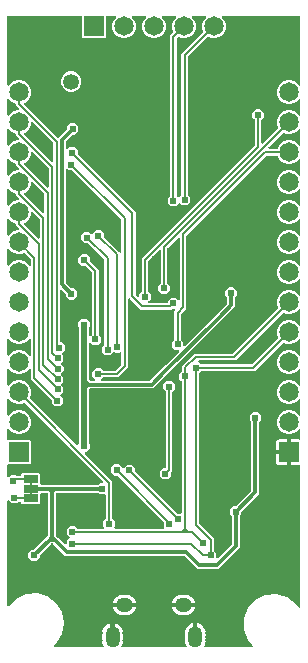
<source format=gbr>
G04 EAGLE Gerber RS-274X export*
G75*
%MOMM*%
%FSLAX34Y34*%
%LPD*%
%AMOC8*
5,1,8,0,0,1.08239X$1,22.5*%
G01*
%ADD10C,1.208000*%
%ADD11C,1.270000*%
%ADD12R,1.651000X1.651000*%
%ADD13C,1.651000*%
%ADD14R,1.270000X0.635000*%
%ADD15C,0.203200*%
%ADD16C,0.609600*%
%ADD17C,0.304800*%
%ADD18C,0.508000*%
%ADD19C,1.350000*%

G36*
X86317Y5222D02*
X86317Y5222D01*
X86414Y5229D01*
X86448Y5242D01*
X86484Y5248D01*
X86571Y5290D01*
X86662Y5325D01*
X86690Y5348D01*
X86723Y5363D01*
X86794Y5430D01*
X86871Y5490D01*
X86891Y5520D01*
X86917Y5545D01*
X86966Y5629D01*
X87021Y5710D01*
X87031Y5744D01*
X87049Y5775D01*
X87070Y5871D01*
X87099Y5964D01*
X87099Y6000D01*
X87107Y6035D01*
X87099Y6132D01*
X87099Y6230D01*
X87089Y6255D01*
X87085Y6300D01*
X86986Y6547D01*
X86966Y6571D01*
X86959Y6589D01*
X86369Y7473D01*
X85699Y9091D01*
X85496Y10112D01*
X85573Y10188D01*
X85663Y10272D01*
X85669Y10281D01*
X85676Y10288D01*
X85734Y10396D01*
X85795Y10502D01*
X85798Y10513D01*
X85803Y10522D01*
X85826Y10642D01*
X85853Y10762D01*
X85852Y10772D01*
X85854Y10783D01*
X85849Y10814D01*
X85831Y11027D01*
X85796Y11115D01*
X85788Y11163D01*
X85699Y11377D01*
X85432Y12718D01*
X85427Y12733D01*
X85425Y12749D01*
X85397Y12821D01*
X85412Y12890D01*
X85432Y12936D01*
X85654Y14051D01*
X85666Y14316D01*
X85653Y14366D01*
X85654Y14397D01*
X85533Y15004D01*
X85528Y15019D01*
X85526Y15035D01*
X85483Y15144D01*
X85443Y15254D01*
X85433Y15267D01*
X85430Y15275D01*
X85439Y15459D01*
X85433Y15482D01*
X85490Y15582D01*
X85513Y15684D01*
X85533Y15730D01*
X85699Y16563D01*
X85998Y17285D01*
X86000Y17295D01*
X86006Y17304D01*
X86032Y17424D01*
X86062Y17543D01*
X86061Y17554D01*
X86063Y17564D01*
X86053Y17686D01*
X86046Y17808D01*
X86043Y17818D01*
X86042Y17829D01*
X85996Y17943D01*
X85953Y18057D01*
X85947Y18066D01*
X85943Y18076D01*
X85865Y18172D01*
X85790Y18268D01*
X85782Y18274D01*
X85775Y18282D01*
X85673Y18350D01*
X85573Y18420D01*
X85563Y18424D01*
X85554Y18429D01*
X85524Y18436D01*
X85516Y18439D01*
X85699Y19357D01*
X86369Y20975D01*
X87342Y22432D01*
X88580Y23670D01*
X90037Y24643D01*
X91655Y25313D01*
X92499Y25481D01*
X92499Y17625D01*
X92514Y17524D01*
X92522Y17421D01*
X92534Y17393D01*
X92538Y17362D01*
X92583Y17270D01*
X92621Y17175D01*
X92641Y17151D01*
X92654Y17123D01*
X92724Y17048D01*
X92789Y16968D01*
X92815Y16951D01*
X92836Y16929D01*
X92925Y16878D01*
X93010Y16821D01*
X93034Y16816D01*
X93066Y16797D01*
X93195Y16768D01*
X93183Y16767D01*
X93155Y16756D01*
X93124Y16751D01*
X93032Y16707D01*
X92936Y16668D01*
X92913Y16649D01*
X92885Y16636D01*
X92810Y16565D01*
X92730Y16501D01*
X92713Y16475D01*
X92691Y16454D01*
X92640Y16365D01*
X92583Y16280D01*
X92577Y16256D01*
X92559Y16223D01*
X92501Y15964D01*
X92503Y15938D01*
X92501Y15928D01*
X92502Y15916D01*
X92499Y15903D01*
X92499Y14831D01*
X92514Y14730D01*
X92522Y14627D01*
X92534Y14599D01*
X92538Y14568D01*
X92583Y14476D01*
X92621Y14381D01*
X92641Y14357D01*
X92654Y14329D01*
X92724Y14254D01*
X92789Y14174D01*
X92815Y14157D01*
X92836Y14135D01*
X92925Y14084D01*
X93010Y14027D01*
X93034Y14022D01*
X93066Y14003D01*
X93195Y13974D01*
X93183Y13973D01*
X93155Y13962D01*
X93124Y13957D01*
X93032Y13913D01*
X92936Y13874D01*
X92913Y13855D01*
X92885Y13842D01*
X92810Y13771D01*
X92730Y13707D01*
X92713Y13681D01*
X92691Y13660D01*
X92640Y13571D01*
X92583Y13486D01*
X92577Y13462D01*
X92559Y13429D01*
X92501Y13170D01*
X92504Y13132D01*
X92499Y13109D01*
X92499Y12545D01*
X92514Y12444D01*
X92522Y12341D01*
X92534Y12313D01*
X92538Y12282D01*
X92583Y12190D01*
X92621Y12095D01*
X92641Y12071D01*
X92654Y12043D01*
X92724Y11968D01*
X92789Y11888D01*
X92815Y11871D01*
X92836Y11849D01*
X92925Y11798D01*
X93010Y11741D01*
X93034Y11736D01*
X93066Y11717D01*
X93195Y11688D01*
X93183Y11687D01*
X93155Y11676D01*
X93124Y11671D01*
X93032Y11627D01*
X92936Y11588D01*
X92913Y11569D01*
X92885Y11556D01*
X92810Y11485D01*
X92730Y11421D01*
X92713Y11395D01*
X92691Y11374D01*
X92640Y11285D01*
X92583Y11200D01*
X92577Y11176D01*
X92559Y11143D01*
X92501Y10884D01*
X92504Y10846D01*
X92499Y10823D01*
X92499Y6096D01*
X92514Y5994D01*
X92522Y5892D01*
X92534Y5864D01*
X92538Y5833D01*
X92583Y5741D01*
X92621Y5645D01*
X92641Y5622D01*
X92654Y5594D01*
X92724Y5519D01*
X92789Y5439D01*
X92815Y5422D01*
X92836Y5400D01*
X92925Y5349D01*
X93010Y5292D01*
X93034Y5286D01*
X93066Y5268D01*
X93326Y5210D01*
X93364Y5213D01*
X93387Y5208D01*
X95109Y5208D01*
X95211Y5223D01*
X95313Y5231D01*
X95341Y5243D01*
X95372Y5248D01*
X95464Y5292D01*
X95560Y5330D01*
X95583Y5350D01*
X95611Y5363D01*
X95686Y5433D01*
X95766Y5498D01*
X95783Y5524D01*
X95805Y5545D01*
X95856Y5634D01*
X95913Y5719D01*
X95919Y5743D01*
X95937Y5775D01*
X95995Y6035D01*
X95992Y6073D01*
X95997Y6096D01*
X95997Y10823D01*
X95982Y10924D01*
X95974Y11027D01*
X95962Y11055D01*
X95957Y11086D01*
X95913Y11178D01*
X95875Y11273D01*
X95855Y11297D01*
X95842Y11325D01*
X95772Y11400D01*
X95707Y11480D01*
X95681Y11497D01*
X95660Y11519D01*
X95571Y11570D01*
X95486Y11627D01*
X95462Y11632D01*
X95430Y11651D01*
X95301Y11680D01*
X95313Y11681D01*
X95341Y11692D01*
X95372Y11697D01*
X95464Y11741D01*
X95560Y11780D01*
X95583Y11799D01*
X95611Y11812D01*
X95686Y11883D01*
X95766Y11947D01*
X95783Y11973D01*
X95805Y11994D01*
X95856Y12083D01*
X95913Y12168D01*
X95919Y12192D01*
X95937Y12225D01*
X95995Y12484D01*
X95992Y12522D01*
X95997Y12545D01*
X95997Y13109D01*
X95982Y13210D01*
X95974Y13313D01*
X95962Y13341D01*
X95957Y13372D01*
X95913Y13464D01*
X95875Y13559D01*
X95855Y13583D01*
X95842Y13611D01*
X95772Y13686D01*
X95707Y13766D01*
X95681Y13783D01*
X95660Y13805D01*
X95571Y13856D01*
X95486Y13913D01*
X95462Y13918D01*
X95430Y13937D01*
X95301Y13966D01*
X95313Y13967D01*
X95341Y13978D01*
X95372Y13983D01*
X95464Y14027D01*
X95560Y14066D01*
X95583Y14085D01*
X95611Y14098D01*
X95686Y14169D01*
X95766Y14233D01*
X95783Y14259D01*
X95805Y14280D01*
X95856Y14369D01*
X95913Y14454D01*
X95919Y14478D01*
X95937Y14511D01*
X95995Y14770D01*
X95992Y14808D01*
X95997Y14831D01*
X95997Y15903D01*
X95982Y16004D01*
X95974Y16107D01*
X95962Y16135D01*
X95957Y16166D01*
X95913Y16258D01*
X95875Y16353D01*
X95855Y16377D01*
X95842Y16405D01*
X95772Y16480D01*
X95707Y16560D01*
X95681Y16577D01*
X95660Y16599D01*
X95571Y16650D01*
X95486Y16707D01*
X95462Y16712D01*
X95430Y16731D01*
X95301Y16760D01*
X95313Y16761D01*
X95341Y16772D01*
X95372Y16777D01*
X95464Y16821D01*
X95560Y16860D01*
X95583Y16879D01*
X95611Y16892D01*
X95686Y16963D01*
X95766Y17027D01*
X95783Y17053D01*
X95805Y17074D01*
X95856Y17163D01*
X95913Y17248D01*
X95919Y17272D01*
X95937Y17305D01*
X95995Y17564D01*
X95994Y17577D01*
X95995Y17582D01*
X95993Y17607D01*
X95997Y17625D01*
X95997Y25481D01*
X96841Y25313D01*
X98459Y24643D01*
X99916Y23670D01*
X101154Y22432D01*
X102127Y20975D01*
X102797Y19357D01*
X102980Y18438D01*
X102927Y18411D01*
X102817Y18358D01*
X102809Y18351D01*
X102800Y18346D01*
X102712Y18260D01*
X102622Y18176D01*
X102617Y18167D01*
X102610Y18160D01*
X102551Y18052D01*
X102490Y17946D01*
X102488Y17935D01*
X102483Y17926D01*
X102459Y17806D01*
X102433Y17686D01*
X102433Y17676D01*
X102431Y17665D01*
X102437Y17635D01*
X102454Y17421D01*
X102490Y17333D01*
X102498Y17285D01*
X102797Y16563D01*
X102963Y15730D01*
X102968Y15715D01*
X102970Y15699D01*
X103013Y15590D01*
X103053Y15480D01*
X103063Y15467D01*
X103066Y15459D01*
X103057Y15275D01*
X103063Y15252D01*
X103006Y15152D01*
X102983Y15050D01*
X102963Y15004D01*
X102842Y14397D01*
X102830Y14132D01*
X102843Y14082D01*
X102842Y14051D01*
X103064Y12936D01*
X103069Y12921D01*
X103071Y12905D01*
X103099Y12833D01*
X103084Y12764D01*
X103064Y12718D01*
X102797Y11377D01*
X102708Y11163D01*
X102706Y11153D01*
X102701Y11144D01*
X102674Y11024D01*
X102645Y10905D01*
X102645Y10894D01*
X102643Y10884D01*
X102653Y10762D01*
X102660Y10640D01*
X102664Y10630D01*
X102665Y10619D01*
X102710Y10505D01*
X102753Y10391D01*
X102760Y10382D01*
X102764Y10372D01*
X102842Y10276D01*
X102916Y10180D01*
X102924Y10174D01*
X102931Y10166D01*
X103002Y10119D01*
X102797Y9091D01*
X102127Y7473D01*
X101537Y6589D01*
X101495Y6501D01*
X101447Y6417D01*
X101439Y6381D01*
X101424Y6349D01*
X101410Y6252D01*
X101389Y6157D01*
X101392Y6121D01*
X101387Y6086D01*
X101403Y5989D01*
X101411Y5892D01*
X101424Y5859D01*
X101430Y5823D01*
X101473Y5736D01*
X101510Y5645D01*
X101532Y5617D01*
X101548Y5585D01*
X101616Y5515D01*
X101677Y5439D01*
X101707Y5419D01*
X101732Y5393D01*
X101817Y5346D01*
X101898Y5292D01*
X101925Y5286D01*
X101964Y5264D01*
X102225Y5209D01*
X102256Y5212D01*
X102275Y5208D01*
X156325Y5208D01*
X156421Y5222D01*
X156518Y5229D01*
X156552Y5242D01*
X156588Y5248D01*
X156675Y5290D01*
X156766Y5325D01*
X156794Y5348D01*
X156827Y5363D01*
X156898Y5430D01*
X156975Y5490D01*
X156995Y5520D01*
X157021Y5545D01*
X157070Y5629D01*
X157125Y5710D01*
X157135Y5744D01*
X157153Y5775D01*
X157174Y5871D01*
X157203Y5964D01*
X157203Y6000D01*
X157211Y6035D01*
X157203Y6132D01*
X157203Y6230D01*
X157193Y6255D01*
X157189Y6300D01*
X157090Y6547D01*
X157070Y6571D01*
X157063Y6589D01*
X156473Y7473D01*
X155803Y9091D01*
X155611Y10058D01*
X155678Y10090D01*
X155686Y10097D01*
X155695Y10102D01*
X155782Y10187D01*
X155873Y10272D01*
X155878Y10281D01*
X155885Y10288D01*
X155944Y10396D01*
X156004Y10502D01*
X156007Y10513D01*
X156012Y10522D01*
X156036Y10642D01*
X156062Y10762D01*
X156061Y10772D01*
X156063Y10783D01*
X156058Y10813D01*
X156041Y11027D01*
X156005Y11115D01*
X155997Y11163D01*
X155803Y11631D01*
X155587Y12718D01*
X155581Y12733D01*
X155580Y12749D01*
X155536Y12858D01*
X155512Y12925D01*
X155515Y12992D01*
X155544Y13042D01*
X155566Y13144D01*
X155587Y13190D01*
X155758Y14051D01*
X155770Y14316D01*
X155757Y14366D01*
X155758Y14397D01*
X155587Y15258D01*
X155581Y15273D01*
X155580Y15289D01*
X155536Y15398D01*
X155512Y15465D01*
X155515Y15532D01*
X155544Y15582D01*
X155566Y15684D01*
X155587Y15730D01*
X155803Y16817D01*
X155997Y17285D01*
X155999Y17295D01*
X156004Y17304D01*
X156031Y17424D01*
X156061Y17543D01*
X156060Y17554D01*
X156062Y17564D01*
X156052Y17686D01*
X156045Y17808D01*
X156041Y17818D01*
X156041Y17829D01*
X155995Y17943D01*
X155952Y18057D01*
X155946Y18066D01*
X155942Y18076D01*
X155864Y18172D01*
X155789Y18268D01*
X155781Y18274D01*
X155774Y18282D01*
X155672Y18350D01*
X155611Y18393D01*
X155803Y19357D01*
X156473Y20975D01*
X157446Y22432D01*
X158684Y23670D01*
X160141Y24643D01*
X161759Y25313D01*
X162603Y25481D01*
X162603Y17625D01*
X162618Y17524D01*
X162626Y17421D01*
X162638Y17393D01*
X162642Y17362D01*
X162687Y17270D01*
X162725Y17175D01*
X162745Y17151D01*
X162758Y17123D01*
X162828Y17048D01*
X162893Y16968D01*
X162919Y16951D01*
X162940Y16929D01*
X163029Y16878D01*
X163114Y16821D01*
X163138Y16816D01*
X163170Y16797D01*
X163299Y16768D01*
X163287Y16767D01*
X163259Y16756D01*
X163228Y16751D01*
X163136Y16707D01*
X163040Y16668D01*
X163017Y16649D01*
X162989Y16636D01*
X162914Y16565D01*
X162834Y16501D01*
X162817Y16475D01*
X162795Y16454D01*
X162744Y16365D01*
X162687Y16280D01*
X162681Y16256D01*
X162663Y16223D01*
X162605Y15964D01*
X162607Y15938D01*
X162605Y15928D01*
X162606Y15916D01*
X162603Y15903D01*
X162603Y15085D01*
X162618Y14984D01*
X162626Y14881D01*
X162638Y14853D01*
X162642Y14822D01*
X162687Y14730D01*
X162725Y14635D01*
X162745Y14611D01*
X162758Y14583D01*
X162828Y14508D01*
X162893Y14428D01*
X162919Y14411D01*
X162940Y14389D01*
X163029Y14338D01*
X163114Y14281D01*
X163138Y14276D01*
X163170Y14257D01*
X163299Y14228D01*
X163287Y14227D01*
X163259Y14216D01*
X163228Y14211D01*
X163136Y14167D01*
X163040Y14128D01*
X163017Y14109D01*
X162989Y14096D01*
X162914Y14025D01*
X162834Y13961D01*
X162817Y13935D01*
X162795Y13914D01*
X162744Y13825D01*
X162687Y13740D01*
X162681Y13716D01*
X162663Y13683D01*
X162605Y13424D01*
X162608Y13386D01*
X162603Y13363D01*
X162603Y12545D01*
X162618Y12444D01*
X162626Y12341D01*
X162638Y12313D01*
X162642Y12282D01*
X162687Y12190D01*
X162725Y12095D01*
X162745Y12071D01*
X162758Y12043D01*
X162828Y11968D01*
X162893Y11888D01*
X162919Y11871D01*
X162940Y11849D01*
X163029Y11798D01*
X163114Y11741D01*
X163138Y11736D01*
X163170Y11717D01*
X163299Y11688D01*
X163287Y11687D01*
X163259Y11676D01*
X163228Y11671D01*
X163136Y11627D01*
X163040Y11588D01*
X163017Y11569D01*
X162989Y11556D01*
X162914Y11485D01*
X162834Y11421D01*
X162817Y11395D01*
X162795Y11374D01*
X162744Y11285D01*
X162687Y11200D01*
X162681Y11176D01*
X162663Y11143D01*
X162605Y10884D01*
X162608Y10846D01*
X162603Y10823D01*
X162603Y6096D01*
X162618Y5994D01*
X162626Y5892D01*
X162638Y5864D01*
X162642Y5833D01*
X162687Y5741D01*
X162725Y5645D01*
X162745Y5622D01*
X162758Y5594D01*
X162828Y5519D01*
X162893Y5439D01*
X162919Y5422D01*
X162940Y5400D01*
X163029Y5349D01*
X163114Y5292D01*
X163138Y5286D01*
X163170Y5268D01*
X163430Y5210D01*
X163468Y5213D01*
X163491Y5208D01*
X165213Y5208D01*
X165315Y5223D01*
X165417Y5231D01*
X165445Y5243D01*
X165476Y5248D01*
X165568Y5292D01*
X165664Y5330D01*
X165687Y5350D01*
X165715Y5363D01*
X165790Y5433D01*
X165870Y5498D01*
X165887Y5524D01*
X165909Y5545D01*
X165960Y5634D01*
X166017Y5719D01*
X166023Y5743D01*
X166041Y5775D01*
X166099Y6035D01*
X166096Y6073D01*
X166101Y6096D01*
X166101Y10823D01*
X166086Y10924D01*
X166078Y11027D01*
X166066Y11055D01*
X166061Y11086D01*
X166017Y11178D01*
X165979Y11273D01*
X165959Y11297D01*
X165946Y11325D01*
X165876Y11400D01*
X165811Y11480D01*
X165785Y11497D01*
X165764Y11519D01*
X165675Y11570D01*
X165590Y11627D01*
X165566Y11632D01*
X165534Y11651D01*
X165405Y11680D01*
X165417Y11681D01*
X165445Y11692D01*
X165476Y11697D01*
X165568Y11741D01*
X165664Y11780D01*
X165687Y11799D01*
X165715Y11812D01*
X165790Y11883D01*
X165870Y11947D01*
X165887Y11973D01*
X165909Y11994D01*
X165960Y12083D01*
X166017Y12168D01*
X166023Y12192D01*
X166041Y12225D01*
X166099Y12484D01*
X166096Y12522D01*
X166101Y12545D01*
X166101Y13363D01*
X166086Y13464D01*
X166078Y13567D01*
X166066Y13595D01*
X166061Y13626D01*
X166017Y13718D01*
X165979Y13813D01*
X165959Y13837D01*
X165946Y13865D01*
X165876Y13940D01*
X165811Y14020D01*
X165785Y14037D01*
X165764Y14059D01*
X165675Y14110D01*
X165590Y14167D01*
X165566Y14172D01*
X165534Y14191D01*
X165405Y14220D01*
X165417Y14221D01*
X165445Y14232D01*
X165476Y14237D01*
X165568Y14281D01*
X165664Y14320D01*
X165687Y14339D01*
X165715Y14352D01*
X165790Y14423D01*
X165870Y14487D01*
X165887Y14513D01*
X165909Y14534D01*
X165960Y14623D01*
X166017Y14708D01*
X166023Y14732D01*
X166041Y14765D01*
X166099Y15024D01*
X166096Y15062D01*
X166101Y15085D01*
X166101Y15903D01*
X166086Y16004D01*
X166078Y16107D01*
X166066Y16135D01*
X166061Y16166D01*
X166017Y16258D01*
X165979Y16353D01*
X165959Y16377D01*
X165946Y16405D01*
X165876Y16480D01*
X165811Y16560D01*
X165785Y16577D01*
X165764Y16599D01*
X165675Y16650D01*
X165590Y16707D01*
X165566Y16712D01*
X165534Y16731D01*
X165405Y16760D01*
X165417Y16761D01*
X165445Y16772D01*
X165476Y16777D01*
X165568Y16821D01*
X165664Y16860D01*
X165687Y16879D01*
X165715Y16892D01*
X165790Y16963D01*
X165870Y17027D01*
X165887Y17053D01*
X165909Y17074D01*
X165960Y17163D01*
X166017Y17248D01*
X166023Y17272D01*
X166041Y17305D01*
X166099Y17564D01*
X166098Y17577D01*
X166099Y17582D01*
X166097Y17607D01*
X166101Y17625D01*
X166101Y25481D01*
X166945Y25313D01*
X168563Y24643D01*
X170020Y23670D01*
X171258Y22432D01*
X172231Y20975D01*
X172901Y19357D01*
X173093Y18390D01*
X173026Y18358D01*
X173018Y18351D01*
X173009Y18346D01*
X172922Y18260D01*
X172831Y18176D01*
X172826Y18167D01*
X172819Y18160D01*
X172760Y18052D01*
X172700Y17946D01*
X172697Y17935D01*
X172692Y17926D01*
X172668Y17806D01*
X172642Y17686D01*
X172643Y17676D01*
X172641Y17665D01*
X172646Y17635D01*
X172663Y17421D01*
X172699Y17333D01*
X172707Y17285D01*
X172901Y16817D01*
X173117Y15730D01*
X173123Y15715D01*
X173124Y15699D01*
X173168Y15590D01*
X173192Y15523D01*
X173189Y15456D01*
X173160Y15406D01*
X173138Y15304D01*
X173117Y15258D01*
X172946Y14397D01*
X172934Y14132D01*
X172947Y14082D01*
X172946Y14051D01*
X173117Y13190D01*
X173123Y13175D01*
X173124Y13159D01*
X173168Y13050D01*
X173192Y12983D01*
X173189Y12916D01*
X173160Y12866D01*
X173138Y12764D01*
X173117Y12718D01*
X172901Y11631D01*
X172707Y11163D01*
X172705Y11153D01*
X172700Y11144D01*
X172673Y11024D01*
X172643Y10905D01*
X172644Y10894D01*
X172642Y10884D01*
X172652Y10762D01*
X172659Y10639D01*
X172663Y10630D01*
X172663Y10619D01*
X172709Y10505D01*
X172752Y10391D01*
X172758Y10382D01*
X172762Y10372D01*
X172840Y10277D01*
X172915Y10180D01*
X172923Y10174D01*
X172930Y10166D01*
X173032Y10098D01*
X173093Y10055D01*
X172901Y9091D01*
X172231Y7473D01*
X171641Y6589D01*
X171599Y6501D01*
X171551Y6417D01*
X171543Y6381D01*
X171528Y6349D01*
X171514Y6252D01*
X171493Y6157D01*
X171496Y6121D01*
X171491Y6086D01*
X171507Y5989D01*
X171515Y5892D01*
X171528Y5859D01*
X171534Y5823D01*
X171577Y5736D01*
X171614Y5645D01*
X171636Y5617D01*
X171652Y5585D01*
X171720Y5515D01*
X171781Y5439D01*
X171811Y5419D01*
X171836Y5393D01*
X171921Y5346D01*
X172002Y5292D01*
X172029Y5286D01*
X172068Y5264D01*
X172329Y5209D01*
X172360Y5212D01*
X172379Y5208D01*
X212102Y5208D01*
X212133Y5212D01*
X212164Y5210D01*
X212264Y5232D01*
X212365Y5248D01*
X212393Y5261D01*
X212423Y5268D01*
X212512Y5319D01*
X212604Y5363D01*
X212627Y5385D01*
X212654Y5400D01*
X212723Y5475D01*
X212798Y5545D01*
X212814Y5572D01*
X212835Y5594D01*
X212880Y5687D01*
X212930Y5775D01*
X212937Y5806D01*
X212951Y5834D01*
X212966Y5935D01*
X212988Y6035D01*
X212986Y6066D01*
X212990Y6097D01*
X212975Y6198D01*
X212966Y6300D01*
X212955Y6329D01*
X212950Y6359D01*
X212925Y6404D01*
X212867Y6547D01*
X212785Y6649D01*
X212758Y6694D01*
X208609Y11246D01*
X205191Y20069D01*
X205191Y29531D01*
X208609Y38354D01*
X214984Y45347D01*
X223454Y49564D01*
X232876Y50438D01*
X241977Y47848D01*
X249528Y42146D01*
X251749Y38558D01*
X251762Y38543D01*
X251771Y38524D01*
X251848Y38441D01*
X251921Y38356D01*
X251938Y38345D01*
X251953Y38329D01*
X252050Y38274D01*
X252145Y38213D01*
X252165Y38208D01*
X252183Y38198D01*
X252293Y38173D01*
X252402Y38144D01*
X252423Y38144D01*
X252443Y38140D01*
X252555Y38149D01*
X252668Y38153D01*
X252687Y38160D01*
X252708Y38161D01*
X252812Y38203D01*
X252919Y38240D01*
X252935Y38253D01*
X252955Y38260D01*
X253042Y38331D01*
X253132Y38398D01*
X253145Y38415D01*
X253161Y38428D01*
X253223Y38522D01*
X253290Y38612D01*
X253297Y38632D01*
X253308Y38649D01*
X253318Y38693D01*
X253377Y38863D01*
X253381Y38976D01*
X253392Y39026D01*
X253392Y158669D01*
X253379Y158754D01*
X253376Y158839D01*
X253360Y158885D01*
X253352Y158932D01*
X253315Y159009D01*
X253286Y159090D01*
X253258Y159128D01*
X253237Y159171D01*
X253178Y159234D01*
X253127Y159302D01*
X253088Y159330D01*
X253055Y159365D01*
X252981Y159408D01*
X252911Y159458D01*
X252866Y159474D01*
X252825Y159497D01*
X252741Y159516D01*
X252660Y159543D01*
X252624Y159542D01*
X252565Y159555D01*
X252300Y159534D01*
X252285Y159527D01*
X252274Y159527D01*
X252189Y159504D01*
X245377Y159504D01*
X245377Y169411D01*
X245362Y169512D01*
X245353Y169615D01*
X245342Y169643D01*
X245337Y169674D01*
X245293Y169766D01*
X245254Y169861D01*
X245235Y169885D01*
X245222Y169913D01*
X245152Y169988D01*
X245087Y170068D01*
X245061Y170085D01*
X245040Y170107D01*
X244951Y170158D01*
X244866Y170215D01*
X244842Y170220D01*
X244810Y170239D01*
X244550Y170297D01*
X244512Y170294D01*
X244489Y170299D01*
X243599Y170299D01*
X243599Y170301D01*
X244489Y170301D01*
X244590Y170316D01*
X244693Y170325D01*
X244721Y170336D01*
X244752Y170341D01*
X244844Y170385D01*
X244939Y170424D01*
X244963Y170443D01*
X244991Y170456D01*
X245066Y170526D01*
X245146Y170591D01*
X245163Y170617D01*
X245185Y170638D01*
X245236Y170727D01*
X245293Y170812D01*
X245299Y170836D01*
X245317Y170869D01*
X245375Y171128D01*
X245372Y171166D01*
X245377Y171189D01*
X245377Y181096D01*
X252189Y181096D01*
X252274Y181073D01*
X252359Y181064D01*
X252443Y181045D01*
X252491Y181049D01*
X252538Y181043D01*
X252622Y181060D01*
X252708Y181066D01*
X252752Y181084D01*
X252799Y181093D01*
X252875Y181134D01*
X252955Y181165D01*
X252992Y181196D01*
X253034Y181218D01*
X253094Y181279D01*
X253161Y181333D01*
X253188Y181373D01*
X253221Y181407D01*
X253261Y181483D01*
X253308Y181554D01*
X253316Y181589D01*
X253344Y181643D01*
X253392Y181904D01*
X253390Y181920D01*
X253392Y181931D01*
X253392Y189158D01*
X253385Y189209D01*
X253386Y189261D01*
X253365Y189340D01*
X253352Y189421D01*
X253330Y189467D01*
X253316Y189517D01*
X253272Y189586D01*
X253237Y189660D01*
X253202Y189698D01*
X253174Y189741D01*
X253111Y189795D01*
X253055Y189854D01*
X253011Y189880D01*
X252971Y189913D01*
X252896Y189946D01*
X252825Y189986D01*
X252774Y189998D01*
X252727Y190018D01*
X252645Y190026D01*
X252565Y190044D01*
X252514Y190040D01*
X252462Y190045D01*
X252382Y190029D01*
X252300Y190023D01*
X252252Y190003D01*
X252202Y189993D01*
X252158Y189966D01*
X252053Y189924D01*
X251914Y189811D01*
X251876Y189786D01*
X249284Y187194D01*
X245596Y185666D01*
X241604Y185666D01*
X237916Y187194D01*
X235094Y190016D01*
X233566Y193704D01*
X233566Y197696D01*
X235094Y201384D01*
X237916Y204206D01*
X241604Y205734D01*
X245596Y205734D01*
X249284Y204206D01*
X251876Y201614D01*
X251917Y201583D01*
X251953Y201546D01*
X252024Y201505D01*
X252090Y201456D01*
X252139Y201439D01*
X252183Y201414D01*
X252263Y201396D01*
X252341Y201369D01*
X252393Y201367D01*
X252443Y201356D01*
X252525Y201362D01*
X252607Y201360D01*
X252656Y201373D01*
X252708Y201377D01*
X252784Y201408D01*
X252863Y201430D01*
X252907Y201457D01*
X252955Y201476D01*
X253018Y201528D01*
X253087Y201572D01*
X253121Y201611D01*
X253161Y201644D01*
X253206Y201712D01*
X253259Y201775D01*
X253280Y201822D01*
X253308Y201865D01*
X253320Y201916D01*
X253364Y202019D01*
X253382Y202198D01*
X253392Y202242D01*
X253392Y214558D01*
X253385Y214609D01*
X253386Y214661D01*
X253365Y214740D01*
X253352Y214821D01*
X253330Y214867D01*
X253316Y214917D01*
X253272Y214986D01*
X253237Y215060D01*
X253202Y215098D01*
X253174Y215141D01*
X253111Y215195D01*
X253055Y215254D01*
X253011Y215280D01*
X252971Y215313D01*
X252896Y215346D01*
X252825Y215386D01*
X252774Y215398D01*
X252727Y215418D01*
X252645Y215426D01*
X252565Y215444D01*
X252514Y215440D01*
X252462Y215445D01*
X252382Y215429D01*
X252300Y215423D01*
X252252Y215403D01*
X252202Y215393D01*
X252158Y215366D01*
X252053Y215324D01*
X251914Y215211D01*
X251876Y215186D01*
X249284Y212594D01*
X245596Y211066D01*
X241604Y211066D01*
X237916Y212594D01*
X235094Y215416D01*
X233566Y219104D01*
X233566Y223096D01*
X235094Y226784D01*
X237916Y229606D01*
X241604Y231134D01*
X245596Y231134D01*
X249284Y229606D01*
X251876Y227014D01*
X251917Y226983D01*
X251953Y226946D01*
X252024Y226905D01*
X252090Y226856D01*
X252139Y226839D01*
X252183Y226814D01*
X252263Y226796D01*
X252341Y226769D01*
X252393Y226767D01*
X252443Y226756D01*
X252525Y226762D01*
X252607Y226760D01*
X252656Y226773D01*
X252708Y226777D01*
X252784Y226808D01*
X252863Y226830D01*
X252907Y226857D01*
X252955Y226876D01*
X253018Y226928D01*
X253087Y226972D01*
X253121Y227011D01*
X253161Y227044D01*
X253206Y227112D01*
X253259Y227175D01*
X253280Y227222D01*
X253308Y227265D01*
X253320Y227316D01*
X253364Y227419D01*
X253382Y227598D01*
X253392Y227642D01*
X253392Y239958D01*
X253385Y240009D01*
X253386Y240061D01*
X253365Y240140D01*
X253352Y240221D01*
X253330Y240267D01*
X253316Y240317D01*
X253272Y240386D01*
X253237Y240460D01*
X253202Y240498D01*
X253174Y240541D01*
X253111Y240595D01*
X253055Y240654D01*
X253011Y240680D01*
X252971Y240713D01*
X252896Y240746D01*
X252825Y240786D01*
X252774Y240798D01*
X252727Y240818D01*
X252645Y240826D01*
X252565Y240844D01*
X252514Y240840D01*
X252462Y240845D01*
X252382Y240829D01*
X252300Y240823D01*
X252252Y240803D01*
X252202Y240793D01*
X252158Y240766D01*
X252053Y240724D01*
X251914Y240611D01*
X251876Y240586D01*
X249284Y237994D01*
X245596Y236466D01*
X241604Y236466D01*
X237916Y237994D01*
X235094Y240816D01*
X233566Y244504D01*
X233566Y248496D01*
X235094Y252184D01*
X237916Y255006D01*
X241604Y256534D01*
X245596Y256534D01*
X249284Y255006D01*
X251876Y252414D01*
X251917Y252383D01*
X251953Y252346D01*
X252024Y252305D01*
X252090Y252256D01*
X252139Y252239D01*
X252183Y252214D01*
X252263Y252196D01*
X252341Y252169D01*
X252393Y252167D01*
X252443Y252156D01*
X252525Y252162D01*
X252607Y252160D01*
X252656Y252173D01*
X252708Y252177D01*
X252784Y252208D01*
X252863Y252230D01*
X252907Y252257D01*
X252955Y252276D01*
X253018Y252328D01*
X253087Y252372D01*
X253121Y252411D01*
X253161Y252444D01*
X253206Y252512D01*
X253259Y252575D01*
X253280Y252622D01*
X253308Y252665D01*
X253320Y252716D01*
X253364Y252819D01*
X253382Y252998D01*
X253392Y253042D01*
X253392Y265358D01*
X253385Y265409D01*
X253386Y265461D01*
X253365Y265540D01*
X253352Y265621D01*
X253330Y265667D01*
X253316Y265717D01*
X253272Y265786D01*
X253237Y265860D01*
X253202Y265898D01*
X253174Y265941D01*
X253111Y265995D01*
X253055Y266054D01*
X253011Y266080D01*
X252971Y266113D01*
X252896Y266146D01*
X252825Y266186D01*
X252774Y266198D01*
X252727Y266218D01*
X252645Y266226D01*
X252565Y266244D01*
X252514Y266240D01*
X252462Y266245D01*
X252382Y266229D01*
X252300Y266223D01*
X252252Y266203D01*
X252202Y266193D01*
X252158Y266166D01*
X252053Y266124D01*
X251914Y266011D01*
X251876Y265986D01*
X249284Y263394D01*
X245596Y261866D01*
X241604Y261866D01*
X239264Y262836D01*
X239203Y262851D01*
X239146Y262875D01*
X239075Y262882D01*
X239006Y262900D01*
X238944Y262896D01*
X238882Y262902D01*
X238812Y262888D01*
X238740Y262884D01*
X238682Y262863D01*
X238621Y262850D01*
X238581Y262825D01*
X238491Y262791D01*
X238322Y262660D01*
X238296Y262643D01*
X214666Y239013D01*
X169499Y239013D01*
X169479Y239010D01*
X169458Y239012D01*
X169347Y238990D01*
X169236Y238973D01*
X169218Y238964D01*
X169197Y238960D01*
X169158Y238936D01*
X168997Y238858D01*
X168915Y238781D01*
X168871Y238753D01*
X168155Y238037D01*
X168142Y238020D01*
X168126Y238007D01*
X168064Y237913D01*
X167997Y237823D01*
X167990Y237803D01*
X167979Y237786D01*
X167969Y237741D01*
X167910Y237572D01*
X167906Y237459D01*
X167895Y237409D01*
X167895Y109984D01*
X167898Y109963D01*
X167896Y109942D01*
X167917Y109835D01*
X167918Y109817D01*
X167921Y109812D01*
X167935Y109721D01*
X167944Y109702D01*
X167948Y109681D01*
X167972Y109643D01*
X168050Y109481D01*
X168127Y109399D01*
X168155Y109355D01*
X180087Y97424D01*
X180087Y87457D01*
X180090Y87436D01*
X180088Y87416D01*
X180110Y87305D01*
X180127Y87194D01*
X180136Y87176D01*
X180140Y87155D01*
X180164Y87116D01*
X180242Y86955D01*
X180319Y86873D01*
X180347Y86829D01*
X182119Y85057D01*
X182119Y81238D01*
X182126Y81187D01*
X182125Y81135D01*
X182146Y81056D01*
X182159Y80975D01*
X182181Y80929D01*
X182195Y80879D01*
X182239Y80810D01*
X182274Y80736D01*
X182309Y80698D01*
X182337Y80655D01*
X182400Y80601D01*
X182456Y80541D01*
X182500Y80516D01*
X182540Y80482D01*
X182615Y80450D01*
X182686Y80410D01*
X182737Y80398D01*
X182784Y80378D01*
X182866Y80370D01*
X182946Y80352D01*
X182997Y80356D01*
X183049Y80351D01*
X183129Y80367D01*
X183211Y80373D01*
X183259Y80393D01*
X183309Y80403D01*
X183353Y80430D01*
X183458Y80472D01*
X183597Y80585D01*
X183635Y80610D01*
X195065Y92040D01*
X195078Y92057D01*
X195094Y92070D01*
X195156Y92164D01*
X195223Y92254D01*
X195230Y92274D01*
X195241Y92291D01*
X195251Y92336D01*
X195310Y92505D01*
X195314Y92618D01*
X195325Y92668D01*
X195325Y115997D01*
X195322Y116017D01*
X195324Y116038D01*
X195302Y116149D01*
X195285Y116260D01*
X195276Y116278D01*
X195272Y116299D01*
X195248Y116338D01*
X195170Y116499D01*
X195093Y116581D01*
X195065Y116625D01*
X193801Y117889D01*
X193801Y121887D01*
X196629Y124715D01*
X198416Y124715D01*
X198437Y124718D01*
X198458Y124716D01*
X198568Y124738D01*
X198679Y124755D01*
X198698Y124764D01*
X198718Y124768D01*
X198757Y124792D01*
X198918Y124870D01*
X199001Y124947D01*
X199044Y124975D01*
X211575Y137506D01*
X211588Y137523D01*
X211604Y137536D01*
X211666Y137630D01*
X211733Y137720D01*
X211740Y137740D01*
X211751Y137757D01*
X211761Y137802D01*
X211820Y137971D01*
X211824Y138084D01*
X211835Y138134D01*
X211835Y195499D01*
X211832Y195519D01*
X211834Y195540D01*
X211812Y195651D01*
X211795Y195762D01*
X211786Y195780D01*
X211782Y195801D01*
X211758Y195840D01*
X211680Y196001D01*
X211603Y196083D01*
X211575Y196127D01*
X210311Y197391D01*
X210311Y201389D01*
X213139Y204217D01*
X217137Y204217D01*
X219965Y201389D01*
X219965Y197391D01*
X218701Y196127D01*
X218688Y196110D01*
X218672Y196097D01*
X218610Y196003D01*
X218543Y195913D01*
X218536Y195893D01*
X218525Y195876D01*
X218515Y195831D01*
X218456Y195662D01*
X218452Y195549D01*
X218441Y195499D01*
X218441Y135030D01*
X203715Y120304D01*
X203702Y120287D01*
X203686Y120274D01*
X203624Y120180D01*
X203557Y120090D01*
X203550Y120070D01*
X203539Y120053D01*
X203529Y120008D01*
X203470Y119839D01*
X203466Y119726D01*
X203455Y119676D01*
X203455Y117889D01*
X202191Y116625D01*
X202178Y116608D01*
X202162Y116595D01*
X202100Y116501D01*
X202033Y116411D01*
X202026Y116391D01*
X202015Y116374D01*
X202005Y116329D01*
X201946Y116160D01*
X201942Y116047D01*
X201931Y115997D01*
X201931Y89564D01*
X185935Y73568D01*
X183740Y71373D01*
X166272Y71373D01*
X155102Y82543D01*
X155085Y82556D01*
X155072Y82572D01*
X154978Y82634D01*
X154888Y82701D01*
X154868Y82708D01*
X154851Y82719D01*
X154806Y82729D01*
X154637Y82788D01*
X154524Y82792D01*
X154474Y82803D01*
X54258Y82803D01*
X44231Y92830D01*
X44214Y92843D01*
X44201Y92859D01*
X44107Y92921D01*
X44017Y92988D01*
X43997Y92995D01*
X43980Y93006D01*
X43935Y93016D01*
X43766Y93075D01*
X43653Y93079D01*
X43603Y93090D01*
X42757Y93090D01*
X42736Y93087D01*
X42715Y93089D01*
X42605Y93067D01*
X42494Y93050D01*
X42475Y93041D01*
X42455Y93037D01*
X42416Y93013D01*
X42255Y92935D01*
X42172Y92858D01*
X42129Y92830D01*
X32773Y83474D01*
X32760Y83457D01*
X32744Y83444D01*
X32682Y83350D01*
X32615Y83260D01*
X32608Y83240D01*
X32597Y83223D01*
X32587Y83178D01*
X32528Y83009D01*
X32524Y82896D01*
X32513Y82846D01*
X32513Y81059D01*
X29685Y78231D01*
X25687Y78231D01*
X22859Y81059D01*
X22859Y85057D01*
X25687Y87885D01*
X27474Y87885D01*
X27495Y87888D01*
X27516Y87886D01*
X27626Y87908D01*
X27737Y87925D01*
X27756Y87934D01*
X27776Y87938D01*
X27815Y87962D01*
X27976Y88040D01*
X28059Y88117D01*
X28102Y88145D01*
X39617Y99660D01*
X39630Y99677D01*
X39646Y99690D01*
X39708Y99784D01*
X39775Y99874D01*
X39782Y99894D01*
X39793Y99911D01*
X39803Y99956D01*
X39862Y100125D01*
X39866Y100238D01*
X39877Y100288D01*
X39877Y134800D01*
X39874Y134821D01*
X39876Y134842D01*
X39854Y134952D01*
X39837Y135063D01*
X39828Y135082D01*
X39824Y135102D01*
X39800Y135141D01*
X39722Y135302D01*
X39645Y135385D01*
X39617Y135428D01*
X39278Y135767D01*
X39261Y135780D01*
X39248Y135796D01*
X39154Y135858D01*
X39064Y135925D01*
X39044Y135932D01*
X39027Y135943D01*
X38982Y135953D01*
X38813Y136012D01*
X38700Y136016D01*
X38650Y136027D01*
X34123Y136027D01*
X34021Y136012D01*
X33919Y136004D01*
X33891Y135992D01*
X33860Y135987D01*
X33768Y135943D01*
X33672Y135905D01*
X33649Y135885D01*
X33621Y135872D01*
X33546Y135802D01*
X33466Y135737D01*
X33449Y135711D01*
X33427Y135690D01*
X33376Y135601D01*
X33319Y135516D01*
X33313Y135492D01*
X33295Y135460D01*
X33237Y135200D01*
X33240Y135162D01*
X33235Y135139D01*
X33235Y127290D01*
X32193Y126248D01*
X18019Y126248D01*
X16977Y127290D01*
X16977Y127519D01*
X16962Y127621D01*
X16954Y127723D01*
X16942Y127751D01*
X16937Y127782D01*
X16893Y127874D01*
X16855Y127970D01*
X16835Y127993D01*
X16822Y128021D01*
X16752Y128096D01*
X16687Y128176D01*
X16661Y128193D01*
X16640Y128215D01*
X16551Y128266D01*
X16466Y128323D01*
X16442Y128329D01*
X16410Y128347D01*
X16150Y128405D01*
X16112Y128402D01*
X16089Y128407D01*
X14951Y128407D01*
X14931Y128404D01*
X14910Y128406D01*
X14799Y128384D01*
X14688Y128367D01*
X14670Y128358D01*
X14649Y128354D01*
X14610Y128330D01*
X14449Y128252D01*
X14367Y128175D01*
X14323Y128147D01*
X13175Y126999D01*
X9177Y126999D01*
X6724Y129452D01*
X6683Y129483D01*
X6647Y129520D01*
X6576Y129561D01*
X6510Y129610D01*
X6461Y129627D01*
X6417Y129652D01*
X6337Y129670D01*
X6259Y129697D01*
X6207Y129699D01*
X6157Y129710D01*
X6075Y129703D01*
X5993Y129706D01*
X5944Y129693D01*
X5892Y129688D01*
X5816Y129658D01*
X5737Y129636D01*
X5693Y129609D01*
X5645Y129589D01*
X5582Y129538D01*
X5513Y129494D01*
X5479Y129454D01*
X5439Y129422D01*
X5394Y129353D01*
X5341Y129291D01*
X5320Y129244D01*
X5292Y129201D01*
X5280Y129150D01*
X5236Y129047D01*
X5218Y128868D01*
X5208Y128824D01*
X5208Y40587D01*
X5219Y40516D01*
X5219Y40444D01*
X5238Y40385D01*
X5248Y40325D01*
X5279Y40260D01*
X5301Y40191D01*
X5336Y40141D01*
X5363Y40085D01*
X5412Y40033D01*
X5454Y39974D01*
X5503Y39936D01*
X5545Y39891D01*
X5607Y39855D01*
X5664Y39811D01*
X5722Y39790D01*
X5775Y39759D01*
X5846Y39743D01*
X5913Y39718D01*
X5975Y39715D01*
X6035Y39701D01*
X6107Y39707D01*
X6179Y39703D01*
X6238Y39718D01*
X6300Y39723D01*
X6367Y39750D01*
X6437Y39767D01*
X6472Y39792D01*
X6547Y39822D01*
X6751Y39988D01*
X6752Y39989D01*
X12184Y45947D01*
X20654Y50164D01*
X30076Y51038D01*
X39177Y48448D01*
X46728Y42746D01*
X51709Y34701D01*
X53447Y25400D01*
X51709Y16099D01*
X46727Y8054D01*
X45073Y6805D01*
X44995Y6724D01*
X44912Y6647D01*
X44902Y6629D01*
X44887Y6615D01*
X44836Y6514D01*
X44780Y6417D01*
X44776Y6396D01*
X44766Y6378D01*
X44747Y6267D01*
X44722Y6157D01*
X44724Y6137D01*
X44720Y6116D01*
X44735Y6004D01*
X44744Y5892D01*
X44752Y5873D01*
X44754Y5853D01*
X44801Y5750D01*
X44843Y5645D01*
X44856Y5629D01*
X44864Y5611D01*
X44939Y5527D01*
X45011Y5439D01*
X45028Y5428D01*
X45041Y5412D01*
X45138Y5354D01*
X45232Y5292D01*
X45248Y5288D01*
X45269Y5275D01*
X45527Y5211D01*
X45578Y5214D01*
X45608Y5208D01*
X86221Y5208D01*
X86317Y5222D01*
G37*
G36*
X116193Y301448D02*
X116193Y301448D01*
X116275Y301445D01*
X116325Y301459D01*
X116376Y301463D01*
X116452Y301493D01*
X116531Y301515D01*
X116575Y301543D01*
X116623Y301562D01*
X116686Y301614D01*
X116755Y301658D01*
X116789Y301697D01*
X116829Y301729D01*
X116875Y301798D01*
X116928Y301860D01*
X116948Y301908D01*
X116976Y301951D01*
X116988Y302001D01*
X117032Y302105D01*
X117050Y302283D01*
X117060Y302327D01*
X117060Y304038D01*
X118832Y305810D01*
X118845Y305827D01*
X118861Y305840D01*
X118923Y305934D01*
X118990Y306024D01*
X118997Y306044D01*
X119008Y306061D01*
X119018Y306106D01*
X119077Y306275D01*
X119081Y306388D01*
X119092Y306438D01*
X119092Y334533D01*
X214390Y429831D01*
X214403Y429848D01*
X214419Y429861D01*
X214481Y429954D01*
X214548Y430045D01*
X214555Y430064D01*
X214566Y430082D01*
X214576Y430126D01*
X214635Y430296D01*
X214639Y430408D01*
X214650Y430459D01*
X214650Y451510D01*
X214647Y451530D01*
X214649Y451551D01*
X214627Y451662D01*
X214610Y451773D01*
X214601Y451791D01*
X214597Y451812D01*
X214573Y451851D01*
X214495Y452012D01*
X214418Y452094D01*
X214390Y452138D01*
X212618Y453910D01*
X212618Y457908D01*
X215446Y460736D01*
X219444Y460736D01*
X222272Y457908D01*
X222272Y453910D01*
X220500Y452138D01*
X220487Y452121D01*
X220471Y452108D01*
X220409Y452014D01*
X220342Y451924D01*
X220335Y451904D01*
X220324Y451887D01*
X220314Y451842D01*
X220255Y451673D01*
X220251Y451560D01*
X220240Y451510D01*
X220240Y432436D01*
X220247Y432386D01*
X220246Y432334D01*
X220262Y432276D01*
X220263Y432252D01*
X220270Y432235D01*
X220280Y432174D01*
X220302Y432127D01*
X220316Y432077D01*
X220360Y432008D01*
X220395Y431934D01*
X220430Y431897D01*
X220458Y431853D01*
X220521Y431800D01*
X220577Y431740D01*
X220621Y431714D01*
X220661Y431681D01*
X220736Y431649D01*
X220807Y431608D01*
X220858Y431597D01*
X220905Y431577D01*
X220987Y431568D01*
X221067Y431550D01*
X221118Y431555D01*
X221170Y431549D01*
X221250Y431565D01*
X221332Y431572D01*
X221380Y431591D01*
X221430Y431601D01*
X221474Y431629D01*
X221579Y431671D01*
X221633Y431715D01*
X221650Y431723D01*
X221694Y431765D01*
X221718Y431784D01*
X221756Y431808D01*
X234343Y444396D01*
X234380Y444445D01*
X234424Y444489D01*
X234458Y444552D01*
X234501Y444610D01*
X234521Y444668D01*
X234551Y444723D01*
X234565Y444793D01*
X234588Y444861D01*
X234590Y444922D01*
X234602Y444983D01*
X234594Y445031D01*
X234597Y445126D01*
X234541Y445333D01*
X234536Y445364D01*
X233566Y447704D01*
X233566Y451696D01*
X235094Y455384D01*
X237916Y458206D01*
X241604Y459734D01*
X245596Y459734D01*
X249284Y458206D01*
X251876Y455614D01*
X251917Y455583D01*
X251953Y455546D01*
X252024Y455505D01*
X252090Y455456D01*
X252139Y455439D01*
X252183Y455414D01*
X252263Y455396D01*
X252341Y455369D01*
X252393Y455367D01*
X252443Y455356D01*
X252525Y455362D01*
X252607Y455360D01*
X252656Y455373D01*
X252708Y455377D01*
X252784Y455408D01*
X252863Y455430D01*
X252907Y455457D01*
X252955Y455476D01*
X253018Y455528D01*
X253087Y455572D01*
X253121Y455611D01*
X253161Y455644D01*
X253206Y455712D01*
X253259Y455775D01*
X253280Y455822D01*
X253308Y455865D01*
X253320Y455916D01*
X253364Y456019D01*
X253382Y456198D01*
X253392Y456242D01*
X253392Y468558D01*
X253385Y468609D01*
X253386Y468661D01*
X253365Y468740D01*
X253352Y468821D01*
X253330Y468867D01*
X253316Y468917D01*
X253272Y468986D01*
X253237Y469060D01*
X253202Y469098D01*
X253174Y469141D01*
X253111Y469195D01*
X253055Y469254D01*
X253011Y469280D01*
X252971Y469313D01*
X252896Y469346D01*
X252825Y469386D01*
X252774Y469398D01*
X252727Y469418D01*
X252645Y469426D01*
X252565Y469444D01*
X252514Y469440D01*
X252462Y469445D01*
X252382Y469429D01*
X252300Y469423D01*
X252252Y469403D01*
X252202Y469393D01*
X252158Y469366D01*
X252053Y469324D01*
X251914Y469211D01*
X251876Y469186D01*
X249284Y466594D01*
X245596Y465066D01*
X241604Y465066D01*
X237916Y466594D01*
X235094Y469416D01*
X233566Y473104D01*
X233566Y477096D01*
X235094Y480784D01*
X237916Y483606D01*
X241604Y485134D01*
X245596Y485134D01*
X249284Y483606D01*
X251876Y481014D01*
X251917Y480983D01*
X251953Y480946D01*
X252024Y480905D01*
X252090Y480856D01*
X252139Y480839D01*
X252183Y480814D01*
X252263Y480796D01*
X252341Y480769D01*
X252393Y480767D01*
X252443Y480756D01*
X252525Y480762D01*
X252607Y480760D01*
X252656Y480773D01*
X252708Y480777D01*
X252784Y480808D01*
X252863Y480830D01*
X252907Y480857D01*
X252955Y480876D01*
X253018Y480928D01*
X253087Y480972D01*
X253121Y481011D01*
X253161Y481044D01*
X253206Y481112D01*
X253259Y481175D01*
X253280Y481222D01*
X253308Y481265D01*
X253320Y481316D01*
X253364Y481419D01*
X253382Y481598D01*
X253392Y481642D01*
X253392Y538904D01*
X253377Y539006D01*
X253369Y539108D01*
X253357Y539136D01*
X253352Y539167D01*
X253308Y539259D01*
X253270Y539355D01*
X253250Y539378D01*
X253237Y539406D01*
X253167Y539481D01*
X253102Y539561D01*
X253076Y539578D01*
X253055Y539600D01*
X252966Y539651D01*
X252881Y539708D01*
X252857Y539714D01*
X252825Y539732D01*
X252565Y539790D01*
X252527Y539787D01*
X252504Y539792D01*
X187582Y539792D01*
X187531Y539785D01*
X187479Y539786D01*
X187400Y539765D01*
X187319Y539752D01*
X187273Y539730D01*
X187223Y539716D01*
X187154Y539672D01*
X187080Y539637D01*
X187042Y539602D01*
X186999Y539574D01*
X186945Y539511D01*
X186886Y539455D01*
X186860Y539411D01*
X186827Y539371D01*
X186794Y539296D01*
X186754Y539225D01*
X186742Y539174D01*
X186722Y539127D01*
X186714Y539045D01*
X186696Y538965D01*
X186700Y538914D01*
X186695Y538862D01*
X186711Y538782D01*
X186717Y538700D01*
X186737Y538652D01*
X186747Y538602D01*
X186774Y538558D01*
X186816Y538453D01*
X186929Y538314D01*
X186954Y538276D01*
X188606Y536624D01*
X190134Y532936D01*
X190134Y528944D01*
X188606Y525256D01*
X185784Y522434D01*
X182096Y520906D01*
X178104Y520906D01*
X175764Y521876D01*
X175703Y521891D01*
X175646Y521915D01*
X175575Y521922D01*
X175506Y521940D01*
X175444Y521936D01*
X175382Y521942D01*
X175312Y521928D01*
X175240Y521924D01*
X175182Y521903D01*
X175121Y521890D01*
X175081Y521865D01*
X174991Y521831D01*
X174822Y521700D01*
X174796Y521683D01*
X158503Y505391D01*
X158490Y505374D01*
X158474Y505360D01*
X158412Y505267D01*
X158345Y505177D01*
X158338Y505157D01*
X158327Y505139D01*
X158317Y505095D01*
X158258Y504926D01*
X158254Y504813D01*
X158243Y504762D01*
X158243Y388447D01*
X158246Y388427D01*
X158244Y388406D01*
X158266Y388295D01*
X158283Y388184D01*
X158292Y388166D01*
X158296Y388145D01*
X158320Y388106D01*
X158398Y387945D01*
X158475Y387863D01*
X158503Y387819D01*
X160275Y386047D01*
X160275Y382049D01*
X157447Y379221D01*
X153449Y379221D01*
X151631Y381039D01*
X151548Y381100D01*
X151470Y381166D01*
X151442Y381178D01*
X151417Y381197D01*
X151320Y381230D01*
X151226Y381271D01*
X151195Y381274D01*
X151166Y381284D01*
X151064Y381287D01*
X150961Y381298D01*
X150931Y381292D01*
X150900Y381293D01*
X150801Y381266D01*
X150701Y381246D01*
X150681Y381233D01*
X150644Y381223D01*
X150420Y381081D01*
X150395Y381052D01*
X150375Y381039D01*
X147795Y378459D01*
X143797Y378459D01*
X140969Y381287D01*
X140969Y385285D01*
X142741Y387057D01*
X142754Y387074D01*
X142770Y387087D01*
X142832Y387181D01*
X142899Y387271D01*
X142906Y387291D01*
X142917Y387308D01*
X142927Y387353D01*
X142986Y387522D01*
X142990Y387635D01*
X143001Y387685D01*
X143001Y523194D01*
X145443Y525636D01*
X145480Y525685D01*
X145524Y525729D01*
X145558Y525792D01*
X145601Y525850D01*
X145621Y525908D01*
X145651Y525963D01*
X145665Y526033D01*
X145688Y526101D01*
X145690Y526162D01*
X145702Y526223D01*
X145694Y526271D01*
X145697Y526366D01*
X145641Y526573D01*
X145636Y526604D01*
X144666Y528944D01*
X144666Y532936D01*
X146194Y536624D01*
X147846Y538276D01*
X147877Y538317D01*
X147914Y538353D01*
X147955Y538424D01*
X148004Y538490D01*
X148021Y538539D01*
X148046Y538583D01*
X148064Y538663D01*
X148091Y538741D01*
X148093Y538793D01*
X148104Y538843D01*
X148098Y538925D01*
X148100Y539007D01*
X148087Y539056D01*
X148083Y539108D01*
X148052Y539184D01*
X148030Y539263D01*
X148003Y539307D01*
X147984Y539355D01*
X147932Y539418D01*
X147888Y539487D01*
X147849Y539521D01*
X147816Y539561D01*
X147748Y539606D01*
X147685Y539659D01*
X147638Y539680D01*
X147595Y539708D01*
X147544Y539720D01*
X147441Y539764D01*
X147262Y539782D01*
X147218Y539792D01*
X136782Y539792D01*
X136731Y539785D01*
X136679Y539786D01*
X136600Y539765D01*
X136519Y539752D01*
X136473Y539730D01*
X136423Y539716D01*
X136354Y539672D01*
X136280Y539637D01*
X136242Y539602D01*
X136199Y539574D01*
X136145Y539511D01*
X136086Y539455D01*
X136060Y539411D01*
X136027Y539371D01*
X135994Y539296D01*
X135954Y539225D01*
X135942Y539174D01*
X135922Y539127D01*
X135914Y539045D01*
X135896Y538965D01*
X135900Y538914D01*
X135895Y538862D01*
X135911Y538782D01*
X135917Y538700D01*
X135937Y538652D01*
X135947Y538602D01*
X135974Y538558D01*
X136016Y538453D01*
X136129Y538314D01*
X136154Y538276D01*
X137806Y536624D01*
X139334Y532936D01*
X139334Y528944D01*
X137806Y525256D01*
X134984Y522434D01*
X131296Y520906D01*
X127304Y520906D01*
X123616Y522434D01*
X120794Y525256D01*
X119266Y528944D01*
X119266Y532936D01*
X120794Y536624D01*
X122446Y538276D01*
X122477Y538317D01*
X122514Y538353D01*
X122555Y538424D01*
X122604Y538490D01*
X122621Y538539D01*
X122646Y538583D01*
X122664Y538663D01*
X122691Y538741D01*
X122693Y538793D01*
X122704Y538843D01*
X122698Y538925D01*
X122700Y539007D01*
X122687Y539056D01*
X122683Y539108D01*
X122652Y539184D01*
X122630Y539263D01*
X122603Y539307D01*
X122584Y539355D01*
X122532Y539418D01*
X122488Y539487D01*
X122449Y539521D01*
X122416Y539561D01*
X122348Y539606D01*
X122285Y539659D01*
X122238Y539680D01*
X122195Y539708D01*
X122144Y539720D01*
X122041Y539764D01*
X121862Y539782D01*
X121818Y539792D01*
X111382Y539792D01*
X111331Y539785D01*
X111279Y539786D01*
X111200Y539765D01*
X111119Y539752D01*
X111073Y539730D01*
X111023Y539716D01*
X110954Y539672D01*
X110880Y539637D01*
X110842Y539602D01*
X110799Y539574D01*
X110745Y539511D01*
X110686Y539455D01*
X110660Y539411D01*
X110627Y539371D01*
X110594Y539296D01*
X110554Y539225D01*
X110542Y539174D01*
X110522Y539127D01*
X110514Y539045D01*
X110496Y538965D01*
X110500Y538914D01*
X110495Y538862D01*
X110511Y538782D01*
X110517Y538700D01*
X110537Y538652D01*
X110547Y538602D01*
X110574Y538558D01*
X110616Y538453D01*
X110729Y538314D01*
X110754Y538276D01*
X112406Y536624D01*
X113934Y532936D01*
X113934Y528944D01*
X112406Y525256D01*
X109584Y522434D01*
X105896Y520906D01*
X101904Y520906D01*
X98216Y522434D01*
X95394Y525256D01*
X93866Y528944D01*
X93866Y532936D01*
X95394Y536624D01*
X97046Y538276D01*
X97077Y538317D01*
X97114Y538353D01*
X97155Y538424D01*
X97204Y538490D01*
X97221Y538539D01*
X97246Y538583D01*
X97264Y538663D01*
X97291Y538741D01*
X97293Y538793D01*
X97304Y538843D01*
X97298Y538925D01*
X97300Y539007D01*
X97287Y539056D01*
X97283Y539108D01*
X97252Y539184D01*
X97230Y539263D01*
X97203Y539307D01*
X97184Y539355D01*
X97132Y539418D01*
X97088Y539487D01*
X97049Y539521D01*
X97016Y539561D01*
X96948Y539606D01*
X96885Y539659D01*
X96838Y539680D01*
X96795Y539708D01*
X96744Y539720D01*
X96641Y539764D01*
X96462Y539782D01*
X96418Y539792D01*
X89422Y539792D01*
X89320Y539777D01*
X89218Y539769D01*
X89190Y539757D01*
X89159Y539752D01*
X89067Y539708D01*
X88971Y539670D01*
X88948Y539650D01*
X88920Y539637D01*
X88845Y539567D01*
X88765Y539502D01*
X88748Y539476D01*
X88726Y539455D01*
X88675Y539366D01*
X88618Y539281D01*
X88612Y539257D01*
X88594Y539225D01*
X88536Y538965D01*
X88539Y538927D01*
X88534Y538904D01*
X88534Y521948D01*
X87492Y520906D01*
X69508Y520906D01*
X68466Y521948D01*
X68466Y538904D01*
X68451Y539006D01*
X68443Y539108D01*
X68431Y539136D01*
X68426Y539167D01*
X68382Y539259D01*
X68344Y539355D01*
X68324Y539378D01*
X68311Y539406D01*
X68241Y539481D01*
X68176Y539561D01*
X68150Y539578D01*
X68129Y539600D01*
X68040Y539651D01*
X67955Y539708D01*
X67931Y539714D01*
X67899Y539732D01*
X67639Y539790D01*
X67601Y539787D01*
X67578Y539792D01*
X6096Y539792D01*
X5994Y539777D01*
X5892Y539769D01*
X5864Y539757D01*
X5833Y539752D01*
X5741Y539708D01*
X5645Y539670D01*
X5622Y539650D01*
X5594Y539637D01*
X5519Y539567D01*
X5439Y539502D01*
X5422Y539476D01*
X5400Y539455D01*
X5349Y539366D01*
X5292Y539281D01*
X5286Y539257D01*
X5268Y539225D01*
X5210Y538965D01*
X5213Y538927D01*
X5208Y538904D01*
X5208Y481642D01*
X5215Y481591D01*
X5214Y481539D01*
X5235Y481460D01*
X5248Y481379D01*
X5270Y481333D01*
X5284Y481283D01*
X5328Y481214D01*
X5363Y481140D01*
X5398Y481102D01*
X5426Y481059D01*
X5489Y481005D01*
X5545Y480946D01*
X5589Y480920D01*
X5629Y480887D01*
X5704Y480854D01*
X5775Y480814D01*
X5826Y480802D01*
X5873Y480782D01*
X5955Y480774D01*
X6035Y480756D01*
X6086Y480760D01*
X6138Y480755D01*
X6218Y480771D01*
X6300Y480777D01*
X6348Y480797D01*
X6398Y480807D01*
X6442Y480834D01*
X6547Y480876D01*
X6686Y480989D01*
X6724Y481014D01*
X9316Y483606D01*
X13004Y485134D01*
X16996Y485134D01*
X20684Y483606D01*
X23506Y480784D01*
X25034Y477096D01*
X25034Y473104D01*
X23506Y469416D01*
X20684Y466594D01*
X19791Y466224D01*
X19782Y466219D01*
X19772Y466216D01*
X19667Y466150D01*
X19563Y466087D01*
X19556Y466079D01*
X19547Y466073D01*
X19467Y465979D01*
X19387Y465888D01*
X19382Y465879D01*
X19375Y465871D01*
X19327Y465758D01*
X19276Y465646D01*
X19275Y465636D01*
X19271Y465626D01*
X19258Y465504D01*
X19243Y465383D01*
X19245Y465372D01*
X19244Y465362D01*
X19268Y465241D01*
X19289Y465121D01*
X19294Y465111D01*
X19296Y465101D01*
X19312Y465075D01*
X19410Y464884D01*
X19477Y464816D01*
X19503Y464775D01*
X47406Y436872D01*
X47488Y436812D01*
X47566Y436745D01*
X47595Y436733D01*
X47620Y436715D01*
X47717Y436681D01*
X47811Y436641D01*
X47842Y436638D01*
X47871Y436627D01*
X47973Y436624D01*
X48075Y436613D01*
X48106Y436619D01*
X48136Y436618D01*
X48235Y436645D01*
X48336Y436665D01*
X48356Y436678D01*
X48393Y436688D01*
X48617Y436831D01*
X48642Y436860D01*
X48662Y436872D01*
X50200Y438411D01*
X55365Y443576D01*
X55378Y443593D01*
X55394Y443606D01*
X55456Y443700D01*
X55523Y443790D01*
X55530Y443810D01*
X55541Y443827D01*
X55551Y443872D01*
X55610Y444041D01*
X55614Y444154D01*
X55625Y444204D01*
X55625Y445991D01*
X58453Y448819D01*
X62451Y448819D01*
X65279Y445991D01*
X65279Y441993D01*
X62451Y439165D01*
X60664Y439165D01*
X60643Y439162D01*
X60622Y439164D01*
X60512Y439142D01*
X60401Y439125D01*
X60382Y439116D01*
X60362Y439112D01*
X60323Y439088D01*
X60162Y439010D01*
X60079Y438933D01*
X60036Y438905D01*
X54871Y433740D01*
X54858Y433723D01*
X54842Y433710D01*
X54780Y433616D01*
X54713Y433526D01*
X54706Y433506D01*
X54695Y433489D01*
X54685Y433444D01*
X54626Y433275D01*
X54622Y433162D01*
X54611Y433112D01*
X54611Y427563D01*
X54618Y427512D01*
X54617Y427461D01*
X54638Y427381D01*
X54651Y427300D01*
X54673Y427254D01*
X54687Y427204D01*
X54731Y427135D01*
X54766Y427061D01*
X54801Y427023D01*
X54829Y426980D01*
X54892Y426927D01*
X54948Y426867D01*
X54992Y426841D01*
X55032Y426808D01*
X55107Y426775D01*
X55178Y426735D01*
X55229Y426724D01*
X55276Y426703D01*
X55358Y426695D01*
X55438Y426677D01*
X55489Y426681D01*
X55541Y426676D01*
X55621Y426692D01*
X55703Y426699D01*
X55751Y426718D01*
X55801Y426728D01*
X55845Y426756D01*
X55950Y426798D01*
X56089Y426911D01*
X56127Y426935D01*
X57945Y428753D01*
X61943Y428753D01*
X64771Y425925D01*
X64771Y423420D01*
X64774Y423399D01*
X64772Y423378D01*
X64794Y423268D01*
X64811Y423157D01*
X64820Y423138D01*
X64824Y423117D01*
X64848Y423079D01*
X64926Y422917D01*
X65003Y422835D01*
X65031Y422791D01*
X113793Y374030D01*
X113793Y303818D01*
X113796Y303798D01*
X113794Y303777D01*
X113816Y303666D01*
X113833Y303556D01*
X113842Y303537D01*
X113846Y303516D01*
X113870Y303478D01*
X113948Y303316D01*
X114025Y303234D01*
X114053Y303190D01*
X115544Y301699D01*
X115585Y301669D01*
X115621Y301631D01*
X115692Y301590D01*
X115758Y301542D01*
X115807Y301525D01*
X115851Y301499D01*
X115931Y301481D01*
X116009Y301454D01*
X116061Y301452D01*
X116111Y301441D01*
X116193Y301448D01*
G37*
G36*
X137384Y105672D02*
X137384Y105672D01*
X137435Y105671D01*
X137515Y105692D01*
X137596Y105705D01*
X137642Y105727D01*
X137692Y105741D01*
X137761Y105785D01*
X137835Y105820D01*
X137873Y105856D01*
X137916Y105883D01*
X137969Y105946D01*
X138029Y106002D01*
X138055Y106047D01*
X138088Y106086D01*
X138121Y106161D01*
X138161Y106232D01*
X138172Y106283D01*
X138193Y106330D01*
X138201Y106412D01*
X138219Y106492D01*
X138215Y106543D01*
X138220Y106595D01*
X138204Y106675D01*
X138197Y106757D01*
X138178Y106805D01*
X138168Y106855D01*
X138140Y106899D01*
X138098Y107004D01*
X137985Y107143D01*
X137961Y107181D01*
X137667Y107475D01*
X137667Y110996D01*
X137664Y111017D01*
X137666Y111038D01*
X137644Y111148D01*
X137627Y111259D01*
X137618Y111278D01*
X137614Y111299D01*
X137590Y111337D01*
X137512Y111499D01*
X137435Y111581D01*
X137407Y111625D01*
X98925Y150107D01*
X98908Y150120D01*
X98894Y150136D01*
X98801Y150198D01*
X98711Y150265D01*
X98691Y150272D01*
X98673Y150283D01*
X98629Y150293D01*
X98460Y150352D01*
X98347Y150356D01*
X98296Y150367D01*
X95791Y150367D01*
X92963Y153195D01*
X92963Y157193D01*
X95791Y160021D01*
X99789Y160021D01*
X102623Y157187D01*
X102706Y157126D01*
X102784Y157060D01*
X102812Y157048D01*
X102837Y157029D01*
X102934Y156996D01*
X103028Y156955D01*
X103059Y156952D01*
X103088Y156942D01*
X103190Y156939D01*
X103293Y156928D01*
X103323Y156934D01*
X103354Y156933D01*
X103453Y156960D01*
X103553Y156980D01*
X103573Y156993D01*
X103610Y157003D01*
X103834Y157145D01*
X103859Y157174D01*
X103879Y157187D01*
X106459Y159767D01*
X110457Y159767D01*
X113285Y156939D01*
X113285Y154434D01*
X113288Y154413D01*
X113286Y154392D01*
X113302Y154311D01*
X113308Y154230D01*
X113320Y154201D01*
X113325Y154171D01*
X113334Y154152D01*
X113338Y154131D01*
X113362Y154093D01*
X113370Y154078D01*
X113407Y153983D01*
X113427Y153960D01*
X113440Y153931D01*
X113511Y153855D01*
X113520Y153845D01*
X113545Y153805D01*
X148725Y118625D01*
X148742Y118612D01*
X148756Y118596D01*
X148849Y118534D01*
X148939Y118467D01*
X148959Y118460D01*
X148977Y118449D01*
X149021Y118439D01*
X149190Y118380D01*
X149303Y118376D01*
X149354Y118365D01*
X152019Y118365D01*
X152121Y118380D01*
X152223Y118388D01*
X152251Y118400D01*
X152282Y118405D01*
X152374Y118449D01*
X152470Y118487D01*
X152493Y118507D01*
X152521Y118520D01*
X152596Y118590D01*
X152676Y118655D01*
X152693Y118681D01*
X152715Y118702D01*
X152766Y118791D01*
X152823Y118876D01*
X152829Y118900D01*
X152847Y118932D01*
X152905Y119192D01*
X152902Y119230D01*
X152907Y119253D01*
X152907Y230297D01*
X152904Y230317D01*
X152906Y230338D01*
X152884Y230449D01*
X152867Y230560D01*
X152858Y230578D01*
X152854Y230599D01*
X152830Y230638D01*
X152752Y230799D01*
X152675Y230881D01*
X152647Y230925D01*
X150875Y232697D01*
X150875Y236695D01*
X152647Y238467D01*
X152660Y238484D01*
X152676Y238497D01*
X152738Y238591D01*
X152805Y238681D01*
X152812Y238701D01*
X152823Y238718D01*
X152833Y238763D01*
X152892Y238932D01*
X152896Y239045D01*
X152907Y239095D01*
X152907Y243220D01*
X163434Y253747D01*
X195726Y253747D01*
X195747Y253750D01*
X195768Y253748D01*
X195878Y253770D01*
X195989Y253787D01*
X196008Y253796D01*
X196029Y253800D01*
X196067Y253824D01*
X196229Y253902D01*
X196311Y253979D01*
X196355Y254007D01*
X234343Y291996D01*
X234380Y292046D01*
X234424Y292089D01*
X234458Y292152D01*
X234501Y292210D01*
X234521Y292268D01*
X234551Y292323D01*
X234565Y292393D01*
X234588Y292461D01*
X234590Y292523D01*
X234602Y292583D01*
X234594Y292631D01*
X234597Y292726D01*
X234541Y292933D01*
X234536Y292964D01*
X233566Y295304D01*
X233566Y299296D01*
X235094Y302984D01*
X237916Y305806D01*
X241604Y307334D01*
X245596Y307334D01*
X249284Y305806D01*
X251876Y303214D01*
X251917Y303183D01*
X251953Y303146D01*
X252024Y303105D01*
X252090Y303056D01*
X252139Y303039D01*
X252183Y303014D01*
X252263Y302996D01*
X252341Y302969D01*
X252393Y302967D01*
X252443Y302956D01*
X252525Y302962D01*
X252607Y302960D01*
X252656Y302973D01*
X252708Y302977D01*
X252784Y303008D01*
X252863Y303030D01*
X252907Y303057D01*
X252955Y303076D01*
X253018Y303128D01*
X253087Y303172D01*
X253121Y303211D01*
X253161Y303244D01*
X253206Y303312D01*
X253259Y303375D01*
X253280Y303422D01*
X253308Y303465D01*
X253320Y303516D01*
X253364Y303619D01*
X253382Y303798D01*
X253392Y303842D01*
X253392Y316158D01*
X253385Y316209D01*
X253386Y316261D01*
X253365Y316340D01*
X253352Y316421D01*
X253330Y316467D01*
X253316Y316517D01*
X253272Y316586D01*
X253237Y316660D01*
X253202Y316698D01*
X253174Y316741D01*
X253111Y316795D01*
X253055Y316854D01*
X253011Y316880D01*
X252971Y316913D01*
X252896Y316946D01*
X252825Y316986D01*
X252774Y316998D01*
X252727Y317018D01*
X252645Y317026D01*
X252565Y317044D01*
X252514Y317040D01*
X252462Y317045D01*
X252382Y317029D01*
X252300Y317023D01*
X252252Y317003D01*
X252202Y316993D01*
X252158Y316966D01*
X252053Y316924D01*
X251914Y316811D01*
X251876Y316786D01*
X249284Y314194D01*
X245596Y312666D01*
X241604Y312666D01*
X237916Y314194D01*
X235094Y317016D01*
X233566Y320704D01*
X233566Y324696D01*
X235094Y328384D01*
X237916Y331206D01*
X241604Y332734D01*
X245596Y332734D01*
X249284Y331206D01*
X251876Y328614D01*
X251917Y328583D01*
X251953Y328546D01*
X252024Y328505D01*
X252090Y328456D01*
X252139Y328439D01*
X252183Y328414D01*
X252263Y328396D01*
X252341Y328369D01*
X252393Y328367D01*
X252443Y328356D01*
X252525Y328362D01*
X252607Y328360D01*
X252656Y328373D01*
X252708Y328377D01*
X252784Y328408D01*
X252863Y328430D01*
X252907Y328457D01*
X252955Y328476D01*
X253018Y328528D01*
X253087Y328572D01*
X253121Y328611D01*
X253161Y328644D01*
X253206Y328712D01*
X253259Y328775D01*
X253280Y328822D01*
X253308Y328865D01*
X253320Y328916D01*
X253364Y329019D01*
X253382Y329198D01*
X253392Y329242D01*
X253392Y341558D01*
X253385Y341609D01*
X253386Y341661D01*
X253365Y341740D01*
X253352Y341821D01*
X253330Y341867D01*
X253316Y341917D01*
X253272Y341986D01*
X253237Y342060D01*
X253202Y342098D01*
X253174Y342141D01*
X253111Y342195D01*
X253055Y342254D01*
X253011Y342280D01*
X252971Y342313D01*
X252896Y342346D01*
X252825Y342386D01*
X252774Y342398D01*
X252727Y342418D01*
X252645Y342426D01*
X252565Y342444D01*
X252514Y342440D01*
X252462Y342445D01*
X252382Y342429D01*
X252300Y342423D01*
X252252Y342403D01*
X252202Y342393D01*
X252158Y342366D01*
X252053Y342324D01*
X251914Y342211D01*
X251876Y342186D01*
X249284Y339594D01*
X245596Y338066D01*
X241604Y338066D01*
X237916Y339594D01*
X235094Y342416D01*
X233566Y346104D01*
X233566Y350096D01*
X235094Y353784D01*
X237916Y356606D01*
X241604Y358134D01*
X245596Y358134D01*
X249284Y356606D01*
X251876Y354014D01*
X251917Y353983D01*
X251953Y353946D01*
X252024Y353905D01*
X252090Y353856D01*
X252139Y353839D01*
X252183Y353814D01*
X252263Y353796D01*
X252341Y353769D01*
X252393Y353767D01*
X252443Y353756D01*
X252525Y353762D01*
X252607Y353760D01*
X252656Y353773D01*
X252708Y353777D01*
X252784Y353808D01*
X252863Y353830D01*
X252907Y353857D01*
X252955Y353876D01*
X253018Y353928D01*
X253087Y353972D01*
X253121Y354011D01*
X253161Y354044D01*
X253206Y354112D01*
X253259Y354175D01*
X253280Y354222D01*
X253308Y354265D01*
X253320Y354316D01*
X253364Y354419D01*
X253382Y354598D01*
X253392Y354642D01*
X253392Y366958D01*
X253385Y367009D01*
X253386Y367061D01*
X253365Y367140D01*
X253352Y367221D01*
X253330Y367267D01*
X253316Y367317D01*
X253272Y367386D01*
X253237Y367460D01*
X253202Y367498D01*
X253174Y367541D01*
X253111Y367595D01*
X253055Y367654D01*
X253011Y367680D01*
X252971Y367713D01*
X252896Y367746D01*
X252825Y367786D01*
X252774Y367798D01*
X252727Y367818D01*
X252645Y367826D01*
X252565Y367844D01*
X252514Y367840D01*
X252462Y367845D01*
X252382Y367829D01*
X252300Y367823D01*
X252252Y367803D01*
X252202Y367793D01*
X252158Y367766D01*
X252053Y367724D01*
X251914Y367611D01*
X251876Y367586D01*
X249284Y364994D01*
X245596Y363466D01*
X241604Y363466D01*
X237916Y364994D01*
X235094Y367816D01*
X233566Y371504D01*
X233566Y375496D01*
X235094Y379184D01*
X237916Y382006D01*
X241604Y383534D01*
X245596Y383534D01*
X249284Y382006D01*
X251876Y379414D01*
X251890Y379404D01*
X251899Y379392D01*
X251926Y379374D01*
X251953Y379346D01*
X252024Y379305D01*
X252090Y379256D01*
X252117Y379247D01*
X252120Y379245D01*
X252127Y379243D01*
X252139Y379239D01*
X252183Y379214D01*
X252263Y379196D01*
X252341Y379169D01*
X252393Y379167D01*
X252443Y379156D01*
X252525Y379162D01*
X252607Y379160D01*
X252656Y379173D01*
X252708Y379177D01*
X252765Y379201D01*
X252767Y379201D01*
X252771Y379203D01*
X252784Y379208D01*
X252863Y379230D01*
X252907Y379257D01*
X252955Y379276D01*
X253001Y379314D01*
X253006Y379317D01*
X253020Y379329D01*
X253087Y379372D01*
X253121Y379411D01*
X253161Y379444D01*
X253191Y379489D01*
X253200Y379498D01*
X253213Y379521D01*
X253259Y379575D01*
X253280Y379622D01*
X253308Y379665D01*
X253316Y379700D01*
X253332Y379729D01*
X253340Y379764D01*
X253364Y379819D01*
X253374Y379914D01*
X253390Y379988D01*
X253388Y380021D01*
X253392Y380042D01*
X253392Y392358D01*
X253385Y392409D01*
X253386Y392461D01*
X253365Y392540D01*
X253352Y392621D01*
X253330Y392667D01*
X253316Y392717D01*
X253272Y392786D01*
X253237Y392860D01*
X253202Y392898D01*
X253174Y392941D01*
X253111Y392995D01*
X253055Y393054D01*
X253011Y393080D01*
X252971Y393113D01*
X252896Y393146D01*
X252825Y393186D01*
X252774Y393198D01*
X252727Y393218D01*
X252645Y393226D01*
X252565Y393244D01*
X252514Y393240D01*
X252462Y393245D01*
X252382Y393229D01*
X252300Y393223D01*
X252252Y393203D01*
X252202Y393193D01*
X252158Y393166D01*
X252053Y393124D01*
X251914Y393011D01*
X251876Y392986D01*
X249284Y390394D01*
X245596Y388866D01*
X241604Y388866D01*
X237916Y390394D01*
X235094Y393216D01*
X233566Y396904D01*
X233566Y400896D01*
X235094Y404584D01*
X237916Y407406D01*
X241604Y408934D01*
X245596Y408934D01*
X249284Y407406D01*
X251876Y404814D01*
X251917Y404783D01*
X251953Y404746D01*
X252024Y404705D01*
X252090Y404656D01*
X252139Y404639D01*
X252183Y404614D01*
X252263Y404596D01*
X252341Y404569D01*
X252393Y404567D01*
X252443Y404556D01*
X252525Y404562D01*
X252607Y404560D01*
X252656Y404573D01*
X252708Y404577D01*
X252784Y404608D01*
X252863Y404630D01*
X252907Y404657D01*
X252955Y404676D01*
X253018Y404728D01*
X253087Y404772D01*
X253121Y404811D01*
X253161Y404844D01*
X253206Y404912D01*
X253259Y404975D01*
X253280Y405022D01*
X253308Y405065D01*
X253320Y405116D01*
X253364Y405219D01*
X253382Y405398D01*
X253392Y405442D01*
X253392Y417758D01*
X253385Y417809D01*
X253386Y417861D01*
X253365Y417940D01*
X253352Y418021D01*
X253330Y418067D01*
X253316Y418117D01*
X253272Y418186D01*
X253237Y418260D01*
X253202Y418298D01*
X253174Y418341D01*
X253111Y418395D01*
X253055Y418454D01*
X253011Y418480D01*
X252971Y418513D01*
X252896Y418546D01*
X252825Y418586D01*
X252774Y418598D01*
X252727Y418618D01*
X252645Y418626D01*
X252565Y418644D01*
X252514Y418640D01*
X252462Y418645D01*
X252382Y418629D01*
X252300Y418623D01*
X252252Y418603D01*
X252202Y418593D01*
X252158Y418566D01*
X252053Y418524D01*
X251914Y418411D01*
X251876Y418386D01*
X249284Y415794D01*
X245596Y414266D01*
X241604Y414266D01*
X237916Y415794D01*
X235094Y418616D01*
X234124Y420957D01*
X234092Y421010D01*
X234069Y421068D01*
X234024Y421123D01*
X233987Y421185D01*
X233941Y421226D01*
X233902Y421274D01*
X233842Y421314D01*
X233788Y421361D01*
X233732Y421387D01*
X233680Y421421D01*
X233633Y421432D01*
X233547Y421471D01*
X233334Y421498D01*
X233304Y421505D01*
X225114Y421505D01*
X225093Y421502D01*
X225072Y421504D01*
X224962Y421482D01*
X224851Y421465D01*
X224832Y421456D01*
X224811Y421452D01*
X224773Y421428D01*
X224612Y421350D01*
X224529Y421273D01*
X224486Y421245D01*
X156979Y353738D01*
X156966Y353721D01*
X156950Y353708D01*
X156888Y353615D01*
X156821Y353524D01*
X156814Y353505D01*
X156803Y353487D01*
X156793Y353443D01*
X156734Y353273D01*
X156730Y353161D01*
X156719Y353110D01*
X156719Y291704D01*
X152407Y287393D01*
X152394Y287376D01*
X152378Y287362D01*
X152363Y287340D01*
X152357Y287334D01*
X152343Y287310D01*
X152316Y287269D01*
X152249Y287179D01*
X152242Y287159D01*
X152231Y287141D01*
X152221Y287097D01*
X152162Y286928D01*
X152158Y286815D01*
X152147Y286764D01*
X152147Y266019D01*
X152150Y265999D01*
X152148Y265978D01*
X152170Y265867D01*
X152187Y265756D01*
X152196Y265738D01*
X152200Y265717D01*
X152224Y265678D01*
X152302Y265517D01*
X152379Y265435D01*
X152407Y265391D01*
X154179Y263619D01*
X154179Y261070D01*
X154186Y261019D01*
X154185Y260967D01*
X154206Y260888D01*
X154219Y260807D01*
X154241Y260761D01*
X154255Y260711D01*
X154299Y260642D01*
X154334Y260568D01*
X154369Y260530D01*
X154397Y260487D01*
X154460Y260433D01*
X154516Y260373D01*
X154560Y260348D01*
X154600Y260314D01*
X154675Y260282D01*
X154746Y260242D01*
X154797Y260230D01*
X154844Y260210D01*
X154926Y260202D01*
X155006Y260184D01*
X155057Y260188D01*
X155109Y260183D01*
X155189Y260199D01*
X155271Y260205D01*
X155319Y260225D01*
X155369Y260235D01*
X155413Y260262D01*
X155518Y260304D01*
X155657Y260417D01*
X155695Y260442D01*
X180629Y285376D01*
X191001Y295748D01*
X191014Y295765D01*
X191030Y295778D01*
X191092Y295872D01*
X191159Y295962D01*
X191166Y295982D01*
X191177Y295999D01*
X191187Y296044D01*
X191246Y296213D01*
X191250Y296326D01*
X191261Y296376D01*
X191261Y301163D01*
X191258Y301183D01*
X191260Y301204D01*
X191238Y301315D01*
X191221Y301426D01*
X191212Y301444D01*
X191208Y301465D01*
X191184Y301504D01*
X191106Y301665D01*
X191029Y301747D01*
X191001Y301791D01*
X189737Y303055D01*
X189737Y307053D01*
X192565Y309881D01*
X196563Y309881D01*
X199391Y307053D01*
X199391Y303055D01*
X198127Y301791D01*
X198114Y301774D01*
X198098Y301761D01*
X198036Y301667D01*
X197969Y301577D01*
X197962Y301557D01*
X197951Y301540D01*
X197941Y301495D01*
X197882Y301326D01*
X197878Y301213D01*
X197867Y301163D01*
X197867Y293272D01*
X128876Y224281D01*
X75396Y224281D01*
X75375Y224278D01*
X75354Y224280D01*
X75244Y224258D01*
X75133Y224241D01*
X75114Y224232D01*
X75094Y224228D01*
X75055Y224204D01*
X74894Y224126D01*
X74811Y224049D01*
X74768Y224021D01*
X74683Y223936D01*
X74670Y223919D01*
X74654Y223906D01*
X74592Y223812D01*
X74525Y223722D01*
X74518Y223702D01*
X74507Y223685D01*
X74497Y223640D01*
X74438Y223471D01*
X74434Y223358D01*
X74423Y223308D01*
X74423Y178135D01*
X74426Y178114D01*
X74424Y178094D01*
X74446Y177983D01*
X74463Y177872D01*
X74472Y177853D01*
X74476Y177833D01*
X74500Y177794D01*
X74578Y177633D01*
X74655Y177551D01*
X74683Y177507D01*
X74931Y177259D01*
X74931Y173261D01*
X72103Y170433D01*
X71763Y170433D01*
X71713Y170426D01*
X71661Y170427D01*
X71582Y170406D01*
X71501Y170393D01*
X71454Y170371D01*
X71404Y170357D01*
X71335Y170313D01*
X71261Y170278D01*
X71224Y170243D01*
X71180Y170215D01*
X71127Y170152D01*
X71067Y170096D01*
X71041Y170052D01*
X71008Y170012D01*
X70976Y169937D01*
X70935Y169866D01*
X70924Y169815D01*
X70904Y169768D01*
X70895Y169686D01*
X70877Y169606D01*
X70882Y169555D01*
X70876Y169503D01*
X70892Y169423D01*
X70899Y169341D01*
X70918Y169293D01*
X70928Y169243D01*
X70956Y169199D01*
X70998Y169094D01*
X71111Y168955D01*
X71135Y168917D01*
X92337Y147715D01*
X94235Y145818D01*
X94235Y114127D01*
X94238Y114107D01*
X94236Y114086D01*
X94258Y113975D01*
X94275Y113864D01*
X94284Y113846D01*
X94288Y113825D01*
X94312Y113786D01*
X94390Y113625D01*
X94467Y113543D01*
X94495Y113499D01*
X96267Y111727D01*
X96267Y107729D01*
X95719Y107181D01*
X95689Y107140D01*
X95651Y107104D01*
X95610Y107033D01*
X95561Y106967D01*
X95544Y106918D01*
X95519Y106874D01*
X95501Y106794D01*
X95474Y106716D01*
X95472Y106664D01*
X95461Y106614D01*
X95468Y106532D01*
X95465Y106450D01*
X95478Y106401D01*
X95483Y106349D01*
X95513Y106273D01*
X95535Y106194D01*
X95562Y106150D01*
X95582Y106102D01*
X95633Y106039D01*
X95677Y105970D01*
X95717Y105936D01*
X95749Y105896D01*
X95818Y105851D01*
X95880Y105798D01*
X95927Y105777D01*
X95970Y105749D01*
X96021Y105737D01*
X96124Y105693D01*
X96303Y105675D01*
X96347Y105665D01*
X137333Y105665D01*
X137384Y105672D01*
G37*
G36*
X64410Y176040D02*
X64410Y176040D01*
X64492Y176037D01*
X64541Y176051D01*
X64593Y176055D01*
X64669Y176085D01*
X64748Y176107D01*
X64792Y176135D01*
X64840Y176154D01*
X64903Y176206D01*
X64972Y176250D01*
X65006Y176289D01*
X65046Y176322D01*
X65091Y176390D01*
X65144Y176452D01*
X65165Y176500D01*
X65193Y176543D01*
X65205Y176593D01*
X65249Y176697D01*
X65267Y176875D01*
X65277Y176919D01*
X65277Y177259D01*
X65525Y177507D01*
X65537Y177524D01*
X65554Y177537D01*
X65617Y177631D01*
X65683Y177721D01*
X65690Y177741D01*
X65701Y177758D01*
X65711Y177803D01*
X65770Y177972D01*
X65774Y178085D01*
X65785Y178135D01*
X65785Y275509D01*
X65782Y275530D01*
X65784Y275550D01*
X65762Y275661D01*
X65745Y275772D01*
X65736Y275791D01*
X65732Y275811D01*
X65708Y275850D01*
X65630Y276011D01*
X65553Y276093D01*
X65525Y276137D01*
X65277Y276385D01*
X65277Y280383D01*
X68105Y283211D01*
X72103Y283211D01*
X74931Y280383D01*
X74931Y276385D01*
X74683Y276137D01*
X74671Y276120D01*
X74654Y276107D01*
X74591Y276013D01*
X74525Y275923D01*
X74518Y275903D01*
X74507Y275886D01*
X74497Y275841D01*
X74438Y275672D01*
X74434Y275559D01*
X74423Y275509D01*
X74423Y269575D01*
X74430Y269524D01*
X74429Y269473D01*
X74450Y269393D01*
X74463Y269312D01*
X74485Y269266D01*
X74499Y269216D01*
X74543Y269147D01*
X74578Y269073D01*
X74614Y269035D01*
X74641Y268992D01*
X74704Y268939D01*
X74760Y268879D01*
X74804Y268853D01*
X74844Y268820D01*
X74919Y268787D01*
X74990Y268747D01*
X75041Y268736D01*
X75088Y268715D01*
X75170Y268707D01*
X75250Y268689D01*
X75301Y268693D01*
X75353Y268688D01*
X75433Y268704D01*
X75515Y268711D01*
X75563Y268730D01*
X75613Y268740D01*
X75657Y268768D01*
X75762Y268810D01*
X75901Y268923D01*
X75939Y268947D01*
X76701Y269709D01*
X76714Y269726D01*
X76730Y269739D01*
X76792Y269833D01*
X76859Y269923D01*
X76866Y269943D01*
X76877Y269960D01*
X76887Y270005D01*
X76946Y270174D01*
X76950Y270287D01*
X76961Y270337D01*
X76961Y322070D01*
X76958Y322091D01*
X76960Y322112D01*
X76938Y322222D01*
X76921Y322333D01*
X76912Y322352D01*
X76908Y322373D01*
X76884Y322411D01*
X76806Y322573D01*
X76729Y322655D01*
X76701Y322699D01*
X71372Y328027D01*
X71356Y328040D01*
X71342Y328056D01*
X71249Y328118D01*
X71158Y328185D01*
X71139Y328192D01*
X71121Y328204D01*
X71077Y328213D01*
X70907Y328272D01*
X70795Y328276D01*
X70744Y328287D01*
X68239Y328287D01*
X65411Y331115D01*
X65411Y335113D01*
X68239Y337941D01*
X72237Y337941D01*
X75065Y335113D01*
X75065Y332608D01*
X75068Y332587D01*
X75066Y332566D01*
X75088Y332456D01*
X75104Y332345D01*
X75114Y332326D01*
X75118Y332305D01*
X75142Y332267D01*
X75220Y332106D01*
X75297Y332023D01*
X75325Y331980D01*
X82551Y324754D01*
X82551Y270337D01*
X82554Y270317D01*
X82552Y270296D01*
X82574Y270185D01*
X82591Y270074D01*
X82600Y270056D01*
X82604Y270035D01*
X82628Y269996D01*
X82706Y269835D01*
X82783Y269753D01*
X82811Y269709D01*
X84583Y267937D01*
X84583Y263939D01*
X81755Y261111D01*
X77757Y261111D01*
X75939Y262929D01*
X75898Y262960D01*
X75862Y262997D01*
X75791Y263038D01*
X75725Y263087D01*
X75676Y263104D01*
X75632Y263129D01*
X75552Y263147D01*
X75474Y263174D01*
X75422Y263176D01*
X75372Y263187D01*
X75290Y263180D01*
X75208Y263183D01*
X75159Y263170D01*
X75107Y263165D01*
X75031Y263135D01*
X74952Y263113D01*
X74908Y263086D01*
X74860Y263066D01*
X74797Y263015D01*
X74728Y262971D01*
X74694Y262931D01*
X74654Y262899D01*
X74609Y262830D01*
X74556Y262768D01*
X74535Y262721D01*
X74507Y262678D01*
X74495Y262627D01*
X74451Y262524D01*
X74433Y262345D01*
X74423Y262301D01*
X74423Y231860D01*
X74426Y231839D01*
X74424Y231818D01*
X74446Y231708D01*
X74463Y231597D01*
X74472Y231578D01*
X74476Y231558D01*
X74500Y231519D01*
X74578Y231358D01*
X74655Y231275D01*
X74683Y231232D01*
X74768Y231147D01*
X74785Y231134D01*
X74798Y231118D01*
X74892Y231056D01*
X74982Y230989D01*
X75002Y230982D01*
X75019Y230971D01*
X75064Y230961D01*
X75233Y230902D01*
X75346Y230898D01*
X75396Y230887D01*
X78659Y230887D01*
X78710Y230894D01*
X78761Y230893D01*
X78841Y230914D01*
X78922Y230927D01*
X78968Y230949D01*
X79018Y230963D01*
X79087Y231007D01*
X79161Y231042D01*
X79199Y231077D01*
X79242Y231105D01*
X79295Y231168D01*
X79355Y231224D01*
X79381Y231268D01*
X79414Y231308D01*
X79447Y231383D01*
X79487Y231454D01*
X79498Y231505D01*
X79519Y231552D01*
X79527Y231634D01*
X79545Y231714D01*
X79541Y231765D01*
X79546Y231817D01*
X79530Y231897D01*
X79523Y231979D01*
X79504Y232027D01*
X79494Y232077D01*
X79466Y232121D01*
X79424Y232226D01*
X79311Y232365D01*
X79287Y232403D01*
X77215Y234475D01*
X77215Y238473D01*
X80043Y241301D01*
X84041Y241301D01*
X85813Y239529D01*
X85830Y239516D01*
X85843Y239500D01*
X85937Y239438D01*
X86027Y239371D01*
X86047Y239364D01*
X86064Y239353D01*
X86109Y239343D01*
X86278Y239284D01*
X86391Y239280D01*
X86441Y239269D01*
X96264Y239269D01*
X96285Y239272D01*
X96306Y239270D01*
X96416Y239292D01*
X96527Y239309D01*
X96546Y239318D01*
X96567Y239322D01*
X96605Y239346D01*
X96767Y239424D01*
X96849Y239501D01*
X96893Y239529D01*
X101593Y244229D01*
X101606Y244246D01*
X101622Y244260D01*
X101684Y244353D01*
X101751Y244443D01*
X101758Y244463D01*
X101769Y244481D01*
X101779Y244525D01*
X101838Y244694D01*
X101842Y244807D01*
X101853Y244858D01*
X101853Y253919D01*
X101846Y253970D01*
X101847Y254021D01*
X101834Y254072D01*
X101830Y254122D01*
X101818Y254149D01*
X101813Y254182D01*
X101791Y254228D01*
X101777Y254278D01*
X101749Y254323D01*
X101731Y254368D01*
X101712Y254391D01*
X101698Y254421D01*
X101662Y254459D01*
X101635Y254502D01*
X101593Y254538D01*
X101563Y254575D01*
X101540Y254590D01*
X101516Y254615D01*
X101472Y254641D01*
X101432Y254674D01*
X101380Y254697D01*
X101342Y254722D01*
X101322Y254727D01*
X101286Y254747D01*
X101235Y254758D01*
X101188Y254779D01*
X101106Y254787D01*
X101026Y254805D01*
X100985Y254802D01*
X100965Y254806D01*
X100964Y254806D01*
X100948Y254804D01*
X100923Y254806D01*
X100843Y254790D01*
X100761Y254783D01*
X100729Y254770D01*
X100701Y254766D01*
X100685Y254759D01*
X100663Y254754D01*
X100620Y254727D01*
X100617Y254725D01*
X100514Y254684D01*
X100489Y254664D01*
X100462Y254650D01*
X100388Y254582D01*
X100375Y254571D01*
X100337Y254547D01*
X100297Y254507D01*
X96299Y254507D01*
X96005Y254801D01*
X95923Y254862D01*
X95844Y254928D01*
X95816Y254940D01*
X95791Y254959D01*
X95694Y254992D01*
X95600Y255033D01*
X95569Y255036D01*
X95540Y255046D01*
X95438Y255049D01*
X95335Y255060D01*
X95305Y255054D01*
X95274Y255055D01*
X95175Y255028D01*
X95075Y255008D01*
X95055Y254995D01*
X95018Y254985D01*
X94794Y254843D01*
X94769Y254814D01*
X94749Y254801D01*
X92169Y252221D01*
X88171Y252221D01*
X85343Y255049D01*
X85343Y259047D01*
X87115Y260819D01*
X87128Y260836D01*
X87144Y260849D01*
X87206Y260943D01*
X87273Y261033D01*
X87280Y261053D01*
X87291Y261070D01*
X87301Y261115D01*
X87360Y261284D01*
X87364Y261397D01*
X87375Y261447D01*
X87375Y332992D01*
X87372Y333013D01*
X87374Y333034D01*
X87355Y333129D01*
X87352Y333176D01*
X87345Y333192D01*
X87335Y333255D01*
X87326Y333274D01*
X87322Y333295D01*
X87298Y333333D01*
X87220Y333495D01*
X87143Y333577D01*
X87115Y333621D01*
X73779Y346957D01*
X73762Y346970D01*
X73748Y346986D01*
X73655Y347048D01*
X73565Y347115D01*
X73545Y347122D01*
X73527Y347133D01*
X73483Y347143D01*
X73314Y347202D01*
X73201Y347206D01*
X73150Y347217D01*
X70645Y347217D01*
X67817Y350045D01*
X67817Y354043D01*
X70645Y356871D01*
X74643Y356871D01*
X76147Y355367D01*
X76230Y355306D01*
X76308Y355240D01*
X76336Y355228D01*
X76361Y355209D01*
X76458Y355176D01*
X76552Y355135D01*
X76583Y355132D01*
X76612Y355122D01*
X76714Y355119D01*
X76817Y355108D01*
X76847Y355114D01*
X76878Y355113D01*
X76977Y355140D01*
X77077Y355160D01*
X77097Y355173D01*
X77134Y355183D01*
X77358Y355325D01*
X77383Y355354D01*
X77403Y355367D01*
X80364Y358328D01*
X84362Y358328D01*
X87190Y355500D01*
X87190Y352995D01*
X87193Y352974D01*
X87191Y352953D01*
X87213Y352843D01*
X87229Y352732D01*
X87239Y352713D01*
X87243Y352692D01*
X87267Y352654D01*
X87345Y352492D01*
X87422Y352410D01*
X87450Y352367D01*
X100019Y339797D01*
X100020Y339796D01*
X100021Y339795D01*
X100339Y339479D01*
X100379Y339450D01*
X100414Y339413D01*
X100486Y339372D01*
X100553Y339322D01*
X100601Y339306D01*
X100644Y339281D01*
X100726Y339263D01*
X100805Y339236D01*
X100855Y339234D01*
X100904Y339223D01*
X100987Y339230D01*
X101070Y339228D01*
X101119Y339241D01*
X101169Y339245D01*
X101246Y339276D01*
X101327Y339298D01*
X101369Y339325D01*
X101416Y339344D01*
X101480Y339397D01*
X101551Y339442D01*
X101583Y339480D01*
X101622Y339512D01*
X101668Y339581D01*
X101722Y339645D01*
X101742Y339691D01*
X101769Y339733D01*
X101781Y339783D01*
X101826Y339890D01*
X101843Y340064D01*
X101853Y340110D01*
X101853Y366774D01*
X101850Y366795D01*
X101852Y366816D01*
X101830Y366926D01*
X101813Y367037D01*
X101804Y367056D01*
X101800Y367077D01*
X101776Y367115D01*
X101698Y367277D01*
X101621Y367359D01*
X101593Y367403D01*
X60317Y408679D01*
X60300Y408692D01*
X60286Y408708D01*
X60193Y408770D01*
X60103Y408837D01*
X60083Y408844D01*
X60065Y408855D01*
X60021Y408865D01*
X59852Y408924D01*
X59739Y408928D01*
X59688Y408939D01*
X57183Y408939D01*
X56127Y409995D01*
X56113Y410006D01*
X56102Y410018D01*
X56076Y410036D01*
X56050Y410063D01*
X55979Y410104D01*
X55913Y410153D01*
X55888Y410161D01*
X55881Y410166D01*
X55864Y410170D01*
X55820Y410195D01*
X55740Y410213D01*
X55662Y410240D01*
X55610Y410242D01*
X55560Y410253D01*
X55509Y410249D01*
X55504Y410250D01*
X55499Y410250D01*
X55477Y410246D01*
X55396Y410249D01*
X55347Y410236D01*
X55295Y410231D01*
X55245Y410211D01*
X55236Y410210D01*
X55215Y410200D01*
X55140Y410179D01*
X55096Y410152D01*
X55048Y410132D01*
X55008Y410100D01*
X54997Y410094D01*
X54977Y410076D01*
X54916Y410037D01*
X54882Y409997D01*
X54842Y409965D01*
X54816Y409925D01*
X54803Y409913D01*
X54786Y409884D01*
X54744Y409834D01*
X54723Y409787D01*
X54695Y409744D01*
X54687Y409712D01*
X54671Y409682D01*
X54662Y409643D01*
X54639Y409590D01*
X54630Y409498D01*
X54613Y409423D01*
X54616Y409389D01*
X54611Y409367D01*
X54611Y314156D01*
X54614Y314135D01*
X54612Y314114D01*
X54634Y314004D01*
X54651Y313893D01*
X54660Y313874D01*
X54664Y313854D01*
X54688Y313815D01*
X54766Y313654D01*
X54843Y313571D01*
X54871Y313528D01*
X59020Y309379D01*
X59037Y309366D01*
X59050Y309350D01*
X59144Y309288D01*
X59234Y309221D01*
X59254Y309214D01*
X59271Y309203D01*
X59316Y309193D01*
X59485Y309134D01*
X59598Y309130D01*
X59648Y309119D01*
X61435Y309119D01*
X64263Y306291D01*
X64263Y302293D01*
X61435Y299465D01*
X57437Y299465D01*
X54609Y302293D01*
X54609Y304080D01*
X54606Y304101D01*
X54608Y304122D01*
X54586Y304232D01*
X54569Y304343D01*
X54560Y304362D01*
X54556Y304382D01*
X54532Y304421D01*
X54454Y304582D01*
X54377Y304665D01*
X54349Y304708D01*
X51301Y307756D01*
X51260Y307787D01*
X51224Y307825D01*
X51153Y307865D01*
X51087Y307914D01*
X51038Y307931D01*
X50994Y307956D01*
X50914Y307974D01*
X50836Y308001D01*
X50784Y308003D01*
X50734Y308014D01*
X50652Y308008D01*
X50570Y308010D01*
X50521Y307997D01*
X50469Y307993D01*
X50393Y307962D01*
X50314Y307941D01*
X50270Y307913D01*
X50222Y307894D01*
X50159Y307842D01*
X50090Y307798D01*
X50056Y307759D01*
X50016Y307726D01*
X49971Y307658D01*
X49918Y307595D01*
X49897Y307548D01*
X49869Y307505D01*
X49857Y307455D01*
X49813Y307351D01*
X49795Y307173D01*
X49785Y307128D01*
X49785Y264541D01*
X49800Y264439D01*
X49808Y264337D01*
X49820Y264309D01*
X49825Y264278D01*
X49869Y264186D01*
X49907Y264090D01*
X49927Y264067D01*
X49940Y264039D01*
X50010Y263964D01*
X50075Y263884D01*
X50101Y263867D01*
X50122Y263845D01*
X50211Y263794D01*
X50296Y263737D01*
X50320Y263731D01*
X50352Y263713D01*
X50612Y263655D01*
X50650Y263658D01*
X50673Y263653D01*
X51021Y263653D01*
X53849Y260825D01*
X53849Y256827D01*
X51396Y254374D01*
X51335Y254291D01*
X51269Y254213D01*
X51257Y254185D01*
X51238Y254160D01*
X51205Y254063D01*
X51164Y253969D01*
X51161Y253938D01*
X51151Y253909D01*
X51148Y253807D01*
X51137Y253704D01*
X51143Y253674D01*
X51142Y253643D01*
X51169Y253544D01*
X51189Y253444D01*
X51202Y253424D01*
X51212Y253387D01*
X51354Y253163D01*
X51383Y253138D01*
X51396Y253118D01*
X52579Y251935D01*
X52579Y247937D01*
X50761Y246119D01*
X50700Y246036D01*
X50634Y245958D01*
X50622Y245930D01*
X50603Y245905D01*
X50570Y245808D01*
X50529Y245714D01*
X50526Y245683D01*
X50516Y245654D01*
X50513Y245552D01*
X50502Y245449D01*
X50508Y245419D01*
X50507Y245388D01*
X50534Y245289D01*
X50554Y245189D01*
X50567Y245169D01*
X50577Y245132D01*
X50719Y244908D01*
X50748Y244883D01*
X50761Y244863D01*
X52833Y242791D01*
X52833Y238793D01*
X51015Y236975D01*
X50954Y236892D01*
X50888Y236814D01*
X50876Y236786D01*
X50857Y236761D01*
X50824Y236664D01*
X50783Y236570D01*
X50780Y236539D01*
X50770Y236510D01*
X50767Y236408D01*
X50756Y236305D01*
X50762Y236275D01*
X50761Y236244D01*
X50788Y236145D01*
X50808Y236045D01*
X50821Y236025D01*
X50831Y235988D01*
X50973Y235764D01*
X51002Y235739D01*
X51015Y235719D01*
X52579Y234155D01*
X52579Y230157D01*
X50888Y228466D01*
X50827Y228383D01*
X50761Y228305D01*
X50749Y228277D01*
X50730Y228252D01*
X50697Y228155D01*
X50656Y228061D01*
X50653Y228030D01*
X50643Y228001D01*
X50640Y227898D01*
X50629Y227796D01*
X50635Y227766D01*
X50634Y227735D01*
X50661Y227636D01*
X50681Y227536D01*
X50694Y227515D01*
X50704Y227479D01*
X50846Y227255D01*
X50875Y227230D01*
X50888Y227210D01*
X52579Y225519D01*
X52579Y221521D01*
X50253Y219195D01*
X50192Y219112D01*
X50126Y219034D01*
X50114Y219006D01*
X50095Y218981D01*
X50062Y218884D01*
X50021Y218790D01*
X50018Y218759D01*
X50008Y218730D01*
X50005Y218628D01*
X49994Y218525D01*
X50000Y218495D01*
X49999Y218464D01*
X50026Y218365D01*
X50046Y218265D01*
X50059Y218245D01*
X50069Y218208D01*
X50211Y217984D01*
X50240Y217959D01*
X50253Y217939D01*
X52325Y215867D01*
X52325Y211869D01*
X49497Y209041D01*
X45499Y209041D01*
X42671Y211869D01*
X42671Y214374D01*
X42668Y214395D01*
X42670Y214416D01*
X42648Y214526D01*
X42631Y214637D01*
X42622Y214656D01*
X42618Y214677D01*
X42594Y214715D01*
X42516Y214877D01*
X42439Y214959D01*
X42411Y215003D01*
X25145Y232268D01*
X25145Y240311D01*
X25138Y240362D01*
X25139Y240414D01*
X25118Y240493D01*
X25105Y240574D01*
X25083Y240620D01*
X25069Y240670D01*
X25025Y240739D01*
X24990Y240813D01*
X24955Y240851D01*
X24927Y240894D01*
X24864Y240948D01*
X24808Y241007D01*
X24764Y241033D01*
X24724Y241066D01*
X24649Y241099D01*
X24578Y241139D01*
X24527Y241151D01*
X24480Y241171D01*
X24398Y241179D01*
X24318Y241197D01*
X24267Y241193D01*
X24215Y241198D01*
X24135Y241182D01*
X24053Y241176D01*
X24005Y241156D01*
X23955Y241146D01*
X23911Y241119D01*
X23806Y241077D01*
X23667Y240964D01*
X23629Y240939D01*
X20684Y237994D01*
X16996Y236466D01*
X13004Y236466D01*
X9316Y237994D01*
X6724Y240586D01*
X6683Y240617D01*
X6647Y240654D01*
X6576Y240695D01*
X6510Y240744D01*
X6461Y240761D01*
X6417Y240786D01*
X6337Y240804D01*
X6259Y240831D01*
X6207Y240833D01*
X6157Y240844D01*
X6075Y240838D01*
X5993Y240840D01*
X5944Y240827D01*
X5892Y240823D01*
X5816Y240792D01*
X5737Y240770D01*
X5693Y240743D01*
X5645Y240724D01*
X5582Y240672D01*
X5513Y240628D01*
X5479Y240589D01*
X5439Y240556D01*
X5394Y240488D01*
X5341Y240425D01*
X5320Y240378D01*
X5292Y240335D01*
X5280Y240284D01*
X5236Y240181D01*
X5218Y240002D01*
X5208Y239958D01*
X5208Y227642D01*
X5215Y227591D01*
X5214Y227539D01*
X5235Y227460D01*
X5248Y227379D01*
X5270Y227333D01*
X5284Y227283D01*
X5328Y227214D01*
X5363Y227140D01*
X5398Y227102D01*
X5426Y227059D01*
X5489Y227005D01*
X5545Y226946D01*
X5589Y226920D01*
X5629Y226887D01*
X5704Y226854D01*
X5775Y226814D01*
X5826Y226802D01*
X5873Y226782D01*
X5955Y226774D01*
X6035Y226756D01*
X6086Y226760D01*
X6138Y226755D01*
X6218Y226771D01*
X6300Y226777D01*
X6348Y226797D01*
X6398Y226807D01*
X6442Y226834D01*
X6547Y226876D01*
X6686Y226989D01*
X6724Y227014D01*
X9316Y229606D01*
X13004Y231134D01*
X16996Y231134D01*
X20684Y229606D01*
X23506Y226784D01*
X25034Y223096D01*
X25034Y219104D01*
X24064Y216764D01*
X24049Y216703D01*
X24025Y216646D01*
X24018Y216575D01*
X24000Y216506D01*
X24004Y216444D01*
X23998Y216382D01*
X24012Y216312D01*
X24016Y216240D01*
X24037Y216182D01*
X24050Y216121D01*
X24075Y216081D01*
X24109Y215991D01*
X24240Y215822D01*
X24257Y215796D01*
X63761Y176291D01*
X63802Y176261D01*
X63838Y176223D01*
X63909Y176182D01*
X63975Y176134D01*
X64024Y176117D01*
X64068Y176091D01*
X64148Y176073D01*
X64226Y176046D01*
X64278Y176045D01*
X64328Y176033D01*
X64410Y176040D01*
G37*
G36*
X81357Y142636D02*
X81357Y142636D01*
X81378Y142634D01*
X81489Y142656D01*
X81600Y142673D01*
X81618Y142682D01*
X81639Y142686D01*
X81678Y142710D01*
X81839Y142788D01*
X81921Y142865D01*
X81965Y142893D01*
X83405Y144333D01*
X85671Y144333D01*
X85721Y144340D01*
X85773Y144339D01*
X85852Y144360D01*
X85933Y144373D01*
X85980Y144395D01*
X86030Y144409D01*
X86099Y144453D01*
X86173Y144488D01*
X86210Y144523D01*
X86254Y144551D01*
X86307Y144614D01*
X86367Y144670D01*
X86393Y144714D01*
X86426Y144754D01*
X86458Y144829D01*
X86499Y144900D01*
X86510Y144951D01*
X86530Y144998D01*
X86539Y145080D01*
X86557Y145160D01*
X86552Y145211D01*
X86558Y145263D01*
X86542Y145343D01*
X86535Y145425D01*
X86516Y145473D01*
X86506Y145523D01*
X86478Y145567D01*
X86436Y145672D01*
X86323Y145811D01*
X86299Y145849D01*
X20304Y211843D01*
X20255Y211880D01*
X20211Y211924D01*
X20148Y211958D01*
X20090Y212001D01*
X20032Y212021D01*
X19977Y212051D01*
X19907Y212065D01*
X19839Y212088D01*
X19778Y212090D01*
X19717Y212102D01*
X19669Y212094D01*
X19574Y212097D01*
X19367Y212041D01*
X19336Y212036D01*
X16996Y211066D01*
X13004Y211066D01*
X9316Y212594D01*
X6724Y215186D01*
X6683Y215217D01*
X6647Y215254D01*
X6576Y215295D01*
X6510Y215344D01*
X6461Y215361D01*
X6417Y215386D01*
X6337Y215404D01*
X6259Y215431D01*
X6207Y215433D01*
X6157Y215444D01*
X6075Y215438D01*
X5993Y215440D01*
X5944Y215427D01*
X5892Y215423D01*
X5816Y215392D01*
X5737Y215370D01*
X5693Y215343D01*
X5645Y215324D01*
X5582Y215272D01*
X5513Y215228D01*
X5479Y215189D01*
X5439Y215156D01*
X5394Y215088D01*
X5341Y215025D01*
X5320Y214978D01*
X5292Y214935D01*
X5280Y214884D01*
X5236Y214781D01*
X5218Y214602D01*
X5208Y214558D01*
X5208Y202242D01*
X5215Y202191D01*
X5214Y202139D01*
X5235Y202060D01*
X5248Y201979D01*
X5270Y201933D01*
X5284Y201883D01*
X5328Y201814D01*
X5363Y201740D01*
X5398Y201702D01*
X5426Y201659D01*
X5489Y201605D01*
X5545Y201546D01*
X5589Y201520D01*
X5629Y201487D01*
X5704Y201454D01*
X5775Y201414D01*
X5826Y201402D01*
X5873Y201382D01*
X5955Y201374D01*
X6035Y201356D01*
X6086Y201360D01*
X6138Y201355D01*
X6218Y201371D01*
X6300Y201377D01*
X6348Y201397D01*
X6398Y201407D01*
X6442Y201434D01*
X6547Y201476D01*
X6686Y201589D01*
X6724Y201614D01*
X9316Y204206D01*
X13004Y205734D01*
X16996Y205734D01*
X20684Y204206D01*
X23506Y201384D01*
X25034Y197696D01*
X25034Y193704D01*
X23506Y190016D01*
X20684Y187194D01*
X16996Y185666D01*
X13004Y185666D01*
X9316Y187194D01*
X6724Y189786D01*
X6683Y189817D01*
X6647Y189854D01*
X6576Y189895D01*
X6510Y189944D01*
X6461Y189961D01*
X6417Y189986D01*
X6337Y190004D01*
X6259Y190031D01*
X6207Y190033D01*
X6157Y190044D01*
X6075Y190038D01*
X5993Y190040D01*
X5944Y190027D01*
X5892Y190023D01*
X5816Y189992D01*
X5737Y189970D01*
X5693Y189943D01*
X5645Y189924D01*
X5582Y189872D01*
X5513Y189828D01*
X5479Y189789D01*
X5439Y189756D01*
X5394Y189688D01*
X5341Y189625D01*
X5320Y189578D01*
X5292Y189535D01*
X5280Y189484D01*
X5236Y189381D01*
X5218Y189202D01*
X5208Y189158D01*
X5208Y181222D01*
X5223Y181120D01*
X5231Y181018D01*
X5243Y180990D01*
X5248Y180959D01*
X5292Y180867D01*
X5330Y180771D01*
X5350Y180748D01*
X5363Y180720D01*
X5433Y180645D01*
X5498Y180565D01*
X5524Y180548D01*
X5545Y180526D01*
X5634Y180475D01*
X5719Y180418D01*
X5743Y180412D01*
X5775Y180394D01*
X6035Y180336D01*
X6073Y180339D01*
X6096Y180334D01*
X23992Y180334D01*
X25034Y179292D01*
X25034Y161308D01*
X23992Y160266D01*
X6096Y160266D01*
X5994Y160251D01*
X5892Y160243D01*
X5864Y160231D01*
X5833Y160226D01*
X5741Y160182D01*
X5645Y160144D01*
X5622Y160124D01*
X5594Y160111D01*
X5519Y160041D01*
X5439Y159976D01*
X5422Y159950D01*
X5400Y159929D01*
X5349Y159840D01*
X5292Y159755D01*
X5286Y159731D01*
X5268Y159699D01*
X5210Y159439D01*
X5213Y159401D01*
X5208Y159378D01*
X5208Y149814D01*
X5215Y149763D01*
X5214Y149712D01*
X5235Y149632D01*
X5248Y149551D01*
X5270Y149505D01*
X5284Y149455D01*
X5328Y149386D01*
X5363Y149312D01*
X5398Y149274D01*
X5426Y149231D01*
X5489Y149178D01*
X5545Y149118D01*
X5589Y149092D01*
X5629Y149059D01*
X5704Y149026D01*
X5775Y148986D01*
X5826Y148975D01*
X5873Y148954D01*
X5955Y148946D01*
X6035Y148928D01*
X6086Y148932D01*
X6138Y148927D01*
X6218Y148943D01*
X6300Y148950D01*
X6348Y148969D01*
X6398Y148979D01*
X6442Y149007D01*
X6547Y149049D01*
X6686Y149162D01*
X6724Y149186D01*
X8415Y150877D01*
X12413Y150877D01*
X12777Y150513D01*
X12794Y150500D01*
X12807Y150484D01*
X12901Y150422D01*
X12991Y150355D01*
X13011Y150348D01*
X13028Y150337D01*
X13073Y150327D01*
X13242Y150268D01*
X13355Y150264D01*
X13405Y150253D01*
X16089Y150253D01*
X16191Y150268D01*
X16293Y150276D01*
X16321Y150288D01*
X16352Y150293D01*
X16444Y150337D01*
X16540Y150375D01*
X16563Y150395D01*
X16591Y150408D01*
X16666Y150478D01*
X16746Y150543D01*
X16763Y150569D01*
X16785Y150590D01*
X16836Y150679D01*
X16893Y150764D01*
X16899Y150788D01*
X16917Y150820D01*
X16975Y151080D01*
X16972Y151118D01*
X16977Y151141D01*
X16977Y151370D01*
X18019Y152412D01*
X32193Y152412D01*
X33235Y151370D01*
X33235Y143521D01*
X33250Y143419D01*
X33258Y143317D01*
X33270Y143289D01*
X33275Y143258D01*
X33319Y143166D01*
X33357Y143070D01*
X33377Y143047D01*
X33390Y143019D01*
X33460Y142944D01*
X33525Y142864D01*
X33551Y142847D01*
X33572Y142825D01*
X33661Y142774D01*
X33746Y142717D01*
X33770Y142711D01*
X33802Y142693D01*
X34062Y142635D01*
X34100Y142638D01*
X34123Y142633D01*
X81337Y142633D01*
X81357Y142636D01*
G37*
G36*
X125793Y230890D02*
X125793Y230890D01*
X125814Y230888D01*
X125924Y230910D01*
X126035Y230927D01*
X126054Y230936D01*
X126074Y230940D01*
X126113Y230964D01*
X126274Y231042D01*
X126357Y231119D01*
X126400Y231147D01*
X139354Y244101D01*
X150530Y255277D01*
X150561Y255318D01*
X150599Y255354D01*
X150639Y255425D01*
X150688Y255491D01*
X150705Y255540D01*
X150730Y255584D01*
X150748Y255664D01*
X150775Y255742D01*
X150777Y255794D01*
X150788Y255844D01*
X150782Y255926D01*
X150784Y256008D01*
X150771Y256057D01*
X150767Y256109D01*
X150736Y256185D01*
X150715Y256264D01*
X150687Y256308D01*
X150668Y256356D01*
X150616Y256419D01*
X150572Y256488D01*
X150533Y256522D01*
X150500Y256562D01*
X150432Y256607D01*
X150369Y256660D01*
X150322Y256681D01*
X150279Y256709D01*
X150229Y256721D01*
X150125Y256765D01*
X149947Y256783D01*
X149902Y256793D01*
X147353Y256793D01*
X144525Y259621D01*
X144525Y263619D01*
X146297Y265391D01*
X146310Y265408D01*
X146326Y265421D01*
X146388Y265515D01*
X146455Y265605D01*
X146462Y265625D01*
X146473Y265642D01*
X146483Y265687D01*
X146542Y265856D01*
X146546Y265969D01*
X146557Y266019D01*
X146557Y289448D01*
X147185Y290075D01*
X147215Y290116D01*
X147253Y290152D01*
X147294Y290223D01*
X147342Y290289D01*
X147359Y290338D01*
X147385Y290382D01*
X147403Y290462D01*
X147430Y290540D01*
X147431Y290592D01*
X147443Y290642D01*
X147436Y290724D01*
X147439Y290806D01*
X147425Y290855D01*
X147421Y290907D01*
X147391Y290983D01*
X147369Y291062D01*
X147341Y291106D01*
X147322Y291154D01*
X147270Y291217D01*
X147226Y291286D01*
X147187Y291320D01*
X147154Y291360D01*
X147086Y291405D01*
X147024Y291458D01*
X146976Y291479D01*
X146933Y291507D01*
X146883Y291519D01*
X146779Y291563D01*
X146601Y291581D01*
X146557Y291591D01*
X145290Y291591D01*
X145269Y291588D01*
X145248Y291590D01*
X145138Y291568D01*
X145027Y291551D01*
X145008Y291542D01*
X144987Y291538D01*
X144949Y291514D01*
X144787Y291436D01*
X144705Y291359D01*
X144661Y291331D01*
X144414Y291083D01*
X118255Y291083D01*
X108959Y300380D01*
X108918Y300410D01*
X108882Y300448D01*
X108811Y300489D01*
X108745Y300537D01*
X108696Y300554D01*
X108652Y300580D01*
X108572Y300598D01*
X108494Y300625D01*
X108442Y300626D01*
X108392Y300638D01*
X108310Y300631D01*
X108228Y300634D01*
X108179Y300620D01*
X108127Y300616D01*
X108051Y300585D01*
X107972Y300564D01*
X107928Y300536D01*
X107880Y300517D01*
X107817Y300465D01*
X107748Y300421D01*
X107714Y300382D01*
X107674Y300349D01*
X107629Y300281D01*
X107576Y300219D01*
X107555Y300171D01*
X107527Y300128D01*
X107515Y300078D01*
X107471Y299974D01*
X107453Y299796D01*
X107443Y299751D01*
X107443Y242174D01*
X98948Y233679D01*
X86441Y233679D01*
X86421Y233676D01*
X86400Y233678D01*
X86289Y233656D01*
X86178Y233639D01*
X86160Y233630D01*
X86139Y233626D01*
X86100Y233602D01*
X85939Y233524D01*
X85857Y233447D01*
X85813Y233419D01*
X84797Y232403D01*
X84767Y232362D01*
X84729Y232326D01*
X84688Y232255D01*
X84639Y232189D01*
X84622Y232140D01*
X84597Y232096D01*
X84579Y232016D01*
X84552Y231938D01*
X84550Y231886D01*
X84539Y231836D01*
X84546Y231754D01*
X84543Y231672D01*
X84556Y231623D01*
X84561Y231571D01*
X84591Y231495D01*
X84613Y231416D01*
X84640Y231372D01*
X84660Y231324D01*
X84711Y231261D01*
X84755Y231192D01*
X84795Y231158D01*
X84827Y231118D01*
X84896Y231073D01*
X84958Y231020D01*
X85005Y230999D01*
X85048Y230971D01*
X85099Y230959D01*
X85202Y230915D01*
X85381Y230897D01*
X85425Y230887D01*
X125772Y230887D01*
X125793Y230890D01*
G37*
G36*
X54504Y92296D02*
X54504Y92296D01*
X54586Y92294D01*
X54635Y92307D01*
X54687Y92311D01*
X54763Y92342D01*
X54842Y92363D01*
X54886Y92391D01*
X54934Y92410D01*
X54997Y92462D01*
X55066Y92506D01*
X55100Y92545D01*
X55140Y92578D01*
X55185Y92646D01*
X55238Y92709D01*
X55259Y92756D01*
X55287Y92799D01*
X55299Y92849D01*
X55343Y92953D01*
X55361Y93131D01*
X55371Y93176D01*
X55371Y94963D01*
X57697Y97289D01*
X57758Y97372D01*
X57824Y97450D01*
X57836Y97478D01*
X57855Y97503D01*
X57888Y97600D01*
X57929Y97694D01*
X57932Y97725D01*
X57942Y97754D01*
X57945Y97856D01*
X57956Y97959D01*
X57950Y97989D01*
X57951Y98020D01*
X57924Y98119D01*
X57904Y98219D01*
X57891Y98239D01*
X57881Y98276D01*
X57739Y98500D01*
X57710Y98525D01*
X57697Y98545D01*
X55371Y100871D01*
X55371Y104869D01*
X58199Y107697D01*
X62197Y107697D01*
X63969Y105925D01*
X63986Y105912D01*
X63999Y105896D01*
X64093Y105834D01*
X64183Y105767D01*
X64203Y105760D01*
X64220Y105749D01*
X64265Y105739D01*
X64434Y105680D01*
X64547Y105676D01*
X64597Y105665D01*
X86533Y105665D01*
X86584Y105672D01*
X86635Y105671D01*
X86715Y105692D01*
X86796Y105705D01*
X86842Y105727D01*
X86892Y105741D01*
X86961Y105785D01*
X87035Y105820D01*
X87073Y105856D01*
X87116Y105883D01*
X87169Y105946D01*
X87229Y106002D01*
X87255Y106046D01*
X87288Y106086D01*
X87321Y106161D01*
X87361Y106232D01*
X87372Y106283D01*
X87393Y106330D01*
X87401Y106412D01*
X87419Y106492D01*
X87415Y106543D01*
X87420Y106595D01*
X87404Y106675D01*
X87397Y106757D01*
X87378Y106805D01*
X87368Y106855D01*
X87340Y106899D01*
X87298Y107004D01*
X87185Y107143D01*
X87161Y107181D01*
X86613Y107729D01*
X86613Y111727D01*
X88385Y113499D01*
X88398Y113516D01*
X88414Y113529D01*
X88476Y113623D01*
X88543Y113713D01*
X88550Y113733D01*
X88561Y113750D01*
X88571Y113795D01*
X88630Y113964D01*
X88634Y114077D01*
X88645Y114127D01*
X88645Y133791D01*
X88630Y133893D01*
X88622Y133995D01*
X88610Y134023D01*
X88605Y134054D01*
X88561Y134146D01*
X88523Y134242D01*
X88503Y134265D01*
X88490Y134293D01*
X88420Y134368D01*
X88355Y134448D01*
X88329Y134465D01*
X88308Y134487D01*
X88219Y134538D01*
X88134Y134595D01*
X88110Y134601D01*
X88078Y134619D01*
X87818Y134677D01*
X87780Y134674D01*
X87757Y134679D01*
X83405Y134679D01*
X82317Y135767D01*
X82300Y135780D01*
X82287Y135796D01*
X82193Y135858D01*
X82103Y135925D01*
X82083Y135932D01*
X82066Y135943D01*
X82021Y135953D01*
X81852Y136012D01*
X81739Y136016D01*
X81689Y136027D01*
X47710Y136027D01*
X47689Y136024D01*
X47668Y136026D01*
X47558Y136004D01*
X47447Y135987D01*
X47428Y135978D01*
X47408Y135974D01*
X47369Y135950D01*
X47208Y135872D01*
X47125Y135795D01*
X47082Y135767D01*
X46743Y135428D01*
X46730Y135411D01*
X46714Y135398D01*
X46652Y135305D01*
X46585Y135214D01*
X46578Y135194D01*
X46567Y135177D01*
X46557Y135132D01*
X46498Y134963D01*
X46494Y134850D01*
X46483Y134800D01*
X46483Y100288D01*
X46486Y100267D01*
X46484Y100246D01*
X46506Y100136D01*
X46523Y100025D01*
X46532Y100006D01*
X46536Y99986D01*
X46560Y99947D01*
X46638Y99786D01*
X46715Y99703D01*
X46743Y99660D01*
X48521Y97882D01*
X53855Y92548D01*
X53896Y92517D01*
X53932Y92479D01*
X54003Y92439D01*
X54069Y92390D01*
X54118Y92373D01*
X54162Y92348D01*
X54242Y92330D01*
X54320Y92303D01*
X54372Y92301D01*
X54422Y92290D01*
X54504Y92296D01*
G37*
G36*
X140183Y296688D02*
X140183Y296688D01*
X140285Y296696D01*
X140313Y296708D01*
X140344Y296713D01*
X140436Y296757D01*
X140532Y296795D01*
X140555Y296815D01*
X140583Y296828D01*
X140658Y296898D01*
X140738Y296963D01*
X140755Y296989D01*
X140777Y297010D01*
X140828Y297099D01*
X140885Y297184D01*
X140891Y297208D01*
X140909Y297240D01*
X140967Y297500D01*
X140964Y297538D01*
X140969Y297561D01*
X140969Y298417D01*
X143797Y301245D01*
X147795Y301245D01*
X149613Y299427D01*
X149654Y299396D01*
X149690Y299359D01*
X149761Y299318D01*
X149827Y299269D01*
X149876Y299252D01*
X149920Y299227D01*
X150000Y299209D01*
X150078Y299182D01*
X150130Y299180D01*
X150180Y299169D01*
X150262Y299176D01*
X150344Y299173D01*
X150393Y299186D01*
X150445Y299191D01*
X150521Y299221D01*
X150600Y299243D01*
X150644Y299270D01*
X150692Y299290D01*
X150755Y299341D01*
X150824Y299385D01*
X150858Y299425D01*
X150898Y299457D01*
X150943Y299526D01*
X150996Y299588D01*
X151017Y299635D01*
X151045Y299678D01*
X151057Y299729D01*
X151101Y299832D01*
X151119Y300011D01*
X151127Y300046D01*
X151129Y300055D01*
X151129Y351133D01*
X151122Y351183D01*
X151123Y351235D01*
X151102Y351314D01*
X151089Y351395D01*
X151067Y351442D01*
X151053Y351492D01*
X151009Y351561D01*
X150974Y351635D01*
X150939Y351672D01*
X150911Y351716D01*
X150848Y351769D01*
X150792Y351829D01*
X150748Y351855D01*
X150708Y351888D01*
X150633Y351920D01*
X150562Y351961D01*
X150511Y351972D01*
X150464Y351992D01*
X150382Y352001D01*
X150302Y352019D01*
X150251Y352014D01*
X150199Y352020D01*
X150119Y352004D01*
X150037Y351997D01*
X149989Y351978D01*
X149939Y351968D01*
X149895Y351940D01*
X149790Y351898D01*
X149651Y351785D01*
X149613Y351761D01*
X140977Y343125D01*
X140964Y343108D01*
X140948Y343094D01*
X140886Y343001D01*
X140819Y342911D01*
X140812Y342891D01*
X140801Y342873D01*
X140791Y342829D01*
X140732Y342660D01*
X140728Y342547D01*
X140717Y342496D01*
X140717Y313517D01*
X140720Y313497D01*
X140718Y313476D01*
X140740Y313365D01*
X140757Y313254D01*
X140766Y313236D01*
X140770Y313215D01*
X140794Y313176D01*
X140872Y313015D01*
X140949Y312933D01*
X140977Y312889D01*
X142749Y311117D01*
X142749Y307119D01*
X139921Y304291D01*
X135923Y304291D01*
X133095Y307119D01*
X133095Y311117D01*
X134867Y312889D01*
X134880Y312906D01*
X134896Y312919D01*
X134958Y313013D01*
X135025Y313103D01*
X135032Y313123D01*
X135043Y313140D01*
X135053Y313185D01*
X135112Y313354D01*
X135116Y313467D01*
X135127Y313517D01*
X135127Y340519D01*
X135120Y340570D01*
X135121Y340621D01*
X135100Y340701D01*
X135087Y340782D01*
X135065Y340828D01*
X135051Y340878D01*
X135007Y340947D01*
X134972Y341021D01*
X134937Y341059D01*
X134909Y341102D01*
X134846Y341155D01*
X134790Y341215D01*
X134746Y341241D01*
X134706Y341274D01*
X134631Y341306D01*
X134560Y341347D01*
X134509Y341358D01*
X134462Y341379D01*
X134380Y341387D01*
X134300Y341405D01*
X134249Y341401D01*
X134197Y341406D01*
X134117Y341390D01*
X134035Y341383D01*
X133987Y341364D01*
X133937Y341354D01*
X133893Y341326D01*
X133788Y341284D01*
X133649Y341171D01*
X133611Y341147D01*
X124942Y332478D01*
X124929Y332461D01*
X124913Y332448D01*
X124851Y332354D01*
X124784Y332264D01*
X124777Y332244D01*
X124766Y332226D01*
X124756Y332182D01*
X124697Y332013D01*
X124693Y331900D01*
X124682Y331850D01*
X124682Y306438D01*
X124685Y306417D01*
X124683Y306397D01*
X124705Y306286D01*
X124722Y306175D01*
X124731Y306157D01*
X124735Y306136D01*
X124759Y306097D01*
X124837Y305936D01*
X124914Y305854D01*
X124942Y305810D01*
X126714Y304038D01*
X126714Y300040D01*
X124863Y298189D01*
X124833Y298148D01*
X124795Y298112D01*
X124754Y298041D01*
X124705Y297975D01*
X124688Y297926D01*
X124663Y297882D01*
X124645Y297802D01*
X124618Y297724D01*
X124616Y297672D01*
X124605Y297622D01*
X124612Y297540D01*
X124609Y297458D01*
X124623Y297409D01*
X124627Y297357D01*
X124657Y297281D01*
X124679Y297202D01*
X124706Y297158D01*
X124726Y297110D01*
X124778Y297047D01*
X124821Y296978D01*
X124861Y296944D01*
X124893Y296904D01*
X124962Y296859D01*
X125024Y296806D01*
X125071Y296785D01*
X125114Y296757D01*
X125165Y296745D01*
X125268Y296701D01*
X125447Y296683D01*
X125491Y296673D01*
X140081Y296673D01*
X140183Y296688D01*
G37*
G36*
X212003Y244606D02*
X212003Y244606D01*
X212024Y244604D01*
X212134Y244626D01*
X212245Y244643D01*
X212264Y244652D01*
X212285Y244656D01*
X212323Y244680D01*
X212485Y244758D01*
X212567Y244835D01*
X212611Y244863D01*
X234343Y266596D01*
X234380Y266645D01*
X234424Y266689D01*
X234458Y266752D01*
X234501Y266810D01*
X234521Y266868D01*
X234551Y266923D01*
X234565Y266993D01*
X234588Y267061D01*
X234590Y267122D01*
X234602Y267183D01*
X234594Y267231D01*
X234597Y267326D01*
X234575Y267407D01*
X234572Y267445D01*
X234550Y267502D01*
X234541Y267533D01*
X234536Y267564D01*
X233566Y269904D01*
X233566Y273896D01*
X235094Y277584D01*
X237916Y280406D01*
X241604Y281934D01*
X245596Y281934D01*
X249284Y280406D01*
X251876Y277814D01*
X251917Y277783D01*
X251953Y277746D01*
X252024Y277705D01*
X252090Y277656D01*
X252139Y277639D01*
X252183Y277614D01*
X252263Y277596D01*
X252341Y277569D01*
X252393Y277567D01*
X252443Y277556D01*
X252525Y277562D01*
X252607Y277560D01*
X252656Y277573D01*
X252708Y277577D01*
X252784Y277608D01*
X252863Y277630D01*
X252907Y277657D01*
X252955Y277676D01*
X253018Y277728D01*
X253087Y277772D01*
X253121Y277811D01*
X253161Y277844D01*
X253206Y277912D01*
X253259Y277975D01*
X253280Y278022D01*
X253308Y278065D01*
X253320Y278116D01*
X253364Y278219D01*
X253382Y278398D01*
X253392Y278442D01*
X253392Y290758D01*
X253385Y290809D01*
X253386Y290861D01*
X253365Y290940D01*
X253352Y291021D01*
X253330Y291067D01*
X253316Y291117D01*
X253272Y291186D01*
X253237Y291260D01*
X253202Y291298D01*
X253174Y291341D01*
X253111Y291395D01*
X253055Y291454D01*
X253011Y291480D01*
X252971Y291513D01*
X252896Y291546D01*
X252825Y291586D01*
X252774Y291598D01*
X252727Y291618D01*
X252645Y291626D01*
X252565Y291644D01*
X252514Y291640D01*
X252462Y291645D01*
X252382Y291629D01*
X252300Y291623D01*
X252252Y291603D01*
X252202Y291593D01*
X252158Y291566D01*
X252053Y291524D01*
X251914Y291411D01*
X251876Y291386D01*
X249284Y288794D01*
X245596Y287266D01*
X241604Y287266D01*
X239264Y288236D01*
X239203Y288251D01*
X239146Y288275D01*
X239075Y288282D01*
X239006Y288300D01*
X238944Y288296D01*
X238882Y288302D01*
X238812Y288288D01*
X238740Y288284D01*
X238682Y288263D01*
X238621Y288250D01*
X238581Y288225D01*
X238491Y288191D01*
X238322Y288060D01*
X238296Y288043D01*
X198410Y248157D01*
X167721Y248157D01*
X167670Y248150D01*
X167619Y248151D01*
X167539Y248130D01*
X167458Y248117D01*
X167412Y248095D01*
X167362Y248081D01*
X167293Y248037D01*
X167219Y248002D01*
X167181Y247967D01*
X167138Y247939D01*
X167085Y247876D01*
X167025Y247820D01*
X166999Y247776D01*
X166966Y247736D01*
X166933Y247661D01*
X166893Y247590D01*
X166882Y247539D01*
X166861Y247492D01*
X166853Y247410D01*
X166835Y247330D01*
X166839Y247279D01*
X166834Y247227D01*
X166850Y247147D01*
X166857Y247065D01*
X166876Y247017D01*
X166886Y246967D01*
X166914Y246923D01*
X166956Y246818D01*
X167069Y246679D01*
X167093Y246641D01*
X168871Y244863D01*
X168888Y244850D01*
X168901Y244834D01*
X168995Y244772D01*
X169085Y244705D01*
X169105Y244698D01*
X169122Y244687D01*
X169167Y244677D01*
X169336Y244618D01*
X169449Y244614D01*
X169499Y244603D01*
X211982Y244603D01*
X212003Y244606D01*
G37*
G36*
X150313Y386042D02*
X150313Y386042D01*
X150344Y386041D01*
X150443Y386068D01*
X150543Y386088D01*
X150564Y386101D01*
X150600Y386111D01*
X150824Y386253D01*
X150849Y386282D01*
X150869Y386295D01*
X152393Y387819D01*
X152406Y387836D01*
X152422Y387849D01*
X152484Y387943D01*
X152551Y388033D01*
X152558Y388053D01*
X152569Y388070D01*
X152579Y388115D01*
X152638Y388284D01*
X152642Y388397D01*
X152653Y388447D01*
X152653Y507446D01*
X170843Y525636D01*
X170880Y525685D01*
X170924Y525729D01*
X170958Y525792D01*
X171001Y525850D01*
X171021Y525908D01*
X171051Y525963D01*
X171065Y526033D01*
X171088Y526101D01*
X171090Y526162D01*
X171102Y526223D01*
X171094Y526271D01*
X171097Y526366D01*
X171041Y526573D01*
X171036Y526604D01*
X170066Y528944D01*
X170066Y532936D01*
X171594Y536624D01*
X173246Y538276D01*
X173277Y538317D01*
X173314Y538353D01*
X173355Y538424D01*
X173404Y538490D01*
X173421Y538539D01*
X173446Y538583D01*
X173464Y538663D01*
X173491Y538741D01*
X173493Y538793D01*
X173504Y538843D01*
X173498Y538925D01*
X173500Y539007D01*
X173487Y539056D01*
X173483Y539108D01*
X173452Y539184D01*
X173430Y539263D01*
X173403Y539307D01*
X173384Y539355D01*
X173332Y539418D01*
X173288Y539487D01*
X173249Y539521D01*
X173216Y539561D01*
X173148Y539606D01*
X173085Y539659D01*
X173038Y539680D01*
X172995Y539708D01*
X172944Y539720D01*
X172841Y539764D01*
X172662Y539782D01*
X172618Y539792D01*
X162182Y539792D01*
X162131Y539785D01*
X162079Y539786D01*
X162000Y539765D01*
X161919Y539752D01*
X161873Y539730D01*
X161823Y539716D01*
X161754Y539672D01*
X161680Y539637D01*
X161642Y539602D01*
X161599Y539574D01*
X161545Y539511D01*
X161486Y539455D01*
X161460Y539411D01*
X161427Y539371D01*
X161394Y539296D01*
X161354Y539225D01*
X161342Y539174D01*
X161322Y539127D01*
X161314Y539045D01*
X161296Y538965D01*
X161300Y538914D01*
X161295Y538862D01*
X161311Y538782D01*
X161317Y538700D01*
X161337Y538652D01*
X161347Y538602D01*
X161374Y538558D01*
X161416Y538453D01*
X161529Y538314D01*
X161554Y538276D01*
X163206Y536624D01*
X164734Y532936D01*
X164734Y528944D01*
X163206Y525256D01*
X160384Y522434D01*
X156696Y520906D01*
X152704Y520906D01*
X150364Y521876D01*
X150303Y521891D01*
X150246Y521915D01*
X150175Y521922D01*
X150106Y521940D01*
X150044Y521936D01*
X149982Y521942D01*
X149912Y521928D01*
X149840Y521924D01*
X149782Y521903D01*
X149721Y521890D01*
X149681Y521864D01*
X149591Y521831D01*
X149422Y521700D01*
X149396Y521683D01*
X148851Y521139D01*
X148838Y521122D01*
X148822Y521108D01*
X148760Y521015D01*
X148693Y520925D01*
X148686Y520905D01*
X148675Y520887D01*
X148665Y520843D01*
X148606Y520673D01*
X148602Y520561D01*
X148591Y520510D01*
X148591Y387685D01*
X148594Y387665D01*
X148592Y387644D01*
X148614Y387533D01*
X148631Y387422D01*
X148640Y387404D01*
X148644Y387383D01*
X148668Y387344D01*
X148746Y387183D01*
X148823Y387101D01*
X148851Y387057D01*
X149613Y386295D01*
X149696Y386234D01*
X149774Y386168D01*
X149802Y386156D01*
X149827Y386137D01*
X149924Y386104D01*
X150018Y386063D01*
X150049Y386060D01*
X150078Y386050D01*
X150181Y386047D01*
X150283Y386036D01*
X150313Y386042D01*
G37*
%LPC*%
G36*
X136939Y147319D02*
X136939Y147319D01*
X134111Y150147D01*
X134111Y154145D01*
X136939Y156973D01*
X138557Y156973D01*
X138659Y156988D01*
X138761Y156996D01*
X138789Y157008D01*
X138820Y157013D01*
X138912Y157057D01*
X139008Y157095D01*
X139031Y157115D01*
X139059Y157128D01*
X139134Y157198D01*
X139214Y157263D01*
X139231Y157289D01*
X139253Y157310D01*
X139304Y157399D01*
X139361Y157484D01*
X139367Y157508D01*
X139385Y157540D01*
X139443Y157800D01*
X139440Y157838D01*
X139445Y157861D01*
X139445Y221407D01*
X139442Y221427D01*
X139444Y221448D01*
X139422Y221559D01*
X139405Y221670D01*
X139396Y221688D01*
X139392Y221709D01*
X139368Y221748D01*
X139290Y221909D01*
X139213Y221991D01*
X139185Y222035D01*
X137413Y223807D01*
X137413Y227805D01*
X140241Y230633D01*
X144239Y230633D01*
X147067Y227805D01*
X147067Y223807D01*
X145295Y222035D01*
X145282Y222018D01*
X145266Y222005D01*
X145204Y221911D01*
X145137Y221821D01*
X145130Y221801D01*
X145119Y221784D01*
X145109Y221739D01*
X145050Y221570D01*
X145046Y221457D01*
X145035Y221407D01*
X145035Y154290D01*
X144025Y153281D01*
X144012Y153264D01*
X143996Y153250D01*
X143980Y153226D01*
X143961Y153209D01*
X143925Y153145D01*
X143867Y153067D01*
X143860Y153047D01*
X143849Y153029D01*
X143842Y153000D01*
X143829Y152978D01*
X143817Y152923D01*
X143780Y152816D01*
X143777Y152744D01*
X143772Y152718D01*
X143774Y152693D01*
X143765Y152652D01*
X143765Y150147D01*
X140937Y147319D01*
X136939Y147319D01*
G37*
%LPD*%
G36*
X43328Y415948D02*
X43328Y415948D01*
X43410Y415945D01*
X43459Y415958D01*
X43511Y415963D01*
X43587Y415993D01*
X43666Y416015D01*
X43710Y416042D01*
X43758Y416062D01*
X43821Y416113D01*
X43890Y416157D01*
X43924Y416197D01*
X43964Y416229D01*
X44009Y416298D01*
X44062Y416360D01*
X44083Y416407D01*
X44111Y416450D01*
X44123Y416501D01*
X44167Y416604D01*
X44185Y416783D01*
X44195Y416827D01*
X44195Y431810D01*
X44192Y431831D01*
X44194Y431852D01*
X44172Y431962D01*
X44155Y432073D01*
X44146Y432092D01*
X44142Y432112D01*
X44118Y432151D01*
X44040Y432312D01*
X43963Y432395D01*
X43935Y432438D01*
X26550Y449823D01*
X26509Y449854D01*
X26473Y449892D01*
X26402Y449932D01*
X26336Y449981D01*
X26287Y449998D01*
X26243Y450024D01*
X26163Y450041D01*
X26085Y450068D01*
X26033Y450070D01*
X25983Y450081D01*
X25901Y450075D01*
X25819Y450078D01*
X25770Y450064D01*
X25718Y450060D01*
X25642Y450029D01*
X25563Y450008D01*
X25519Y449980D01*
X25471Y449961D01*
X25408Y449909D01*
X25339Y449865D01*
X25305Y449826D01*
X25265Y449793D01*
X25220Y449725D01*
X25167Y449662D01*
X25146Y449615D01*
X25118Y449572D01*
X25106Y449522D01*
X25062Y449418D01*
X25044Y449240D01*
X25034Y449195D01*
X25034Y447704D01*
X23506Y444016D01*
X20684Y441194D01*
X19791Y440824D01*
X19782Y440819D01*
X19772Y440816D01*
X19668Y440750D01*
X19563Y440687D01*
X19556Y440679D01*
X19547Y440673D01*
X19467Y440579D01*
X19387Y440488D01*
X19382Y440479D01*
X19375Y440471D01*
X19327Y440358D01*
X19276Y440246D01*
X19275Y440236D01*
X19271Y440226D01*
X19258Y440104D01*
X19243Y439983D01*
X19245Y439972D01*
X19244Y439962D01*
X19268Y439841D01*
X19289Y439721D01*
X19294Y439711D01*
X19296Y439701D01*
X19312Y439675D01*
X19410Y439484D01*
X19477Y439416D01*
X19503Y439375D01*
X42679Y416199D01*
X42720Y416168D01*
X42756Y416131D01*
X42827Y416090D01*
X42893Y416041D01*
X42942Y416024D01*
X42986Y415999D01*
X43066Y415981D01*
X43144Y415954D01*
X43196Y415952D01*
X43246Y415941D01*
X43328Y415948D01*
G37*
G36*
X39518Y394358D02*
X39518Y394358D01*
X39600Y394355D01*
X39649Y394368D01*
X39701Y394373D01*
X39777Y394403D01*
X39856Y394425D01*
X39900Y394452D01*
X39948Y394472D01*
X40011Y394523D01*
X40080Y394567D01*
X40114Y394607D01*
X40154Y394639D01*
X40199Y394708D01*
X40252Y394770D01*
X40273Y394817D01*
X40301Y394860D01*
X40313Y394911D01*
X40357Y395014D01*
X40375Y395193D01*
X40385Y395237D01*
X40385Y410220D01*
X40382Y410241D01*
X40384Y410262D01*
X40362Y410372D01*
X40345Y410483D01*
X40336Y410502D01*
X40332Y410522D01*
X40308Y410561D01*
X40230Y410722D01*
X40153Y410805D01*
X40125Y410848D01*
X26550Y424423D01*
X26509Y424454D01*
X26473Y424492D01*
X26402Y424532D01*
X26336Y424581D01*
X26287Y424598D01*
X26243Y424624D01*
X26163Y424641D01*
X26085Y424668D01*
X26033Y424670D01*
X25983Y424681D01*
X25901Y424675D01*
X25819Y424678D01*
X25770Y424664D01*
X25718Y424660D01*
X25642Y424629D01*
X25563Y424608D01*
X25519Y424580D01*
X25471Y424561D01*
X25408Y424509D01*
X25339Y424465D01*
X25305Y424426D01*
X25265Y424393D01*
X25220Y424325D01*
X25167Y424262D01*
X25146Y424215D01*
X25118Y424172D01*
X25106Y424122D01*
X25062Y424018D01*
X25044Y423840D01*
X25034Y423795D01*
X25034Y422304D01*
X23506Y418616D01*
X20684Y415794D01*
X19791Y415424D01*
X19782Y415419D01*
X19772Y415416D01*
X19668Y415350D01*
X19563Y415287D01*
X19556Y415279D01*
X19547Y415273D01*
X19467Y415179D01*
X19387Y415088D01*
X19382Y415079D01*
X19375Y415071D01*
X19327Y414958D01*
X19276Y414846D01*
X19275Y414836D01*
X19271Y414826D01*
X19258Y414704D01*
X19243Y414583D01*
X19245Y414572D01*
X19244Y414562D01*
X19268Y414441D01*
X19289Y414321D01*
X19294Y414311D01*
X19296Y414301D01*
X19312Y414275D01*
X19410Y414084D01*
X19477Y414016D01*
X19503Y413975D01*
X38869Y394609D01*
X38910Y394578D01*
X38946Y394541D01*
X39017Y394500D01*
X39083Y394451D01*
X39132Y394434D01*
X39176Y394409D01*
X39256Y394391D01*
X39334Y394364D01*
X39386Y394362D01*
X39436Y394351D01*
X39518Y394358D01*
G37*
G36*
X35708Y372768D02*
X35708Y372768D01*
X35790Y372765D01*
X35839Y372778D01*
X35891Y372783D01*
X35967Y372813D01*
X36046Y372835D01*
X36090Y372862D01*
X36138Y372882D01*
X36201Y372933D01*
X36270Y372977D01*
X36304Y373017D01*
X36344Y373049D01*
X36389Y373118D01*
X36442Y373180D01*
X36463Y373227D01*
X36491Y373270D01*
X36503Y373321D01*
X36547Y373424D01*
X36565Y373603D01*
X36575Y373647D01*
X36575Y388630D01*
X36572Y388651D01*
X36574Y388672D01*
X36552Y388782D01*
X36535Y388893D01*
X36526Y388912D01*
X36522Y388932D01*
X36498Y388971D01*
X36420Y389132D01*
X36343Y389215D01*
X36315Y389258D01*
X26550Y399023D01*
X26509Y399054D01*
X26473Y399092D01*
X26402Y399132D01*
X26336Y399181D01*
X26287Y399198D01*
X26243Y399224D01*
X26163Y399241D01*
X26085Y399268D01*
X26033Y399270D01*
X25983Y399281D01*
X25901Y399275D01*
X25819Y399278D01*
X25770Y399264D01*
X25718Y399260D01*
X25642Y399229D01*
X25563Y399208D01*
X25519Y399180D01*
X25471Y399161D01*
X25408Y399109D01*
X25339Y399065D01*
X25305Y399026D01*
X25265Y398993D01*
X25220Y398925D01*
X25167Y398862D01*
X25146Y398815D01*
X25118Y398772D01*
X25106Y398722D01*
X25062Y398618D01*
X25044Y398440D01*
X25034Y398395D01*
X25034Y396904D01*
X23506Y393216D01*
X20684Y390394D01*
X19791Y390024D01*
X19782Y390019D01*
X19772Y390016D01*
X19668Y389950D01*
X19563Y389887D01*
X19556Y389879D01*
X19547Y389873D01*
X19467Y389779D01*
X19387Y389688D01*
X19382Y389679D01*
X19375Y389671D01*
X19327Y389558D01*
X19276Y389446D01*
X19275Y389436D01*
X19271Y389426D01*
X19258Y389304D01*
X19243Y389183D01*
X19245Y389172D01*
X19244Y389162D01*
X19268Y389041D01*
X19289Y388921D01*
X19294Y388911D01*
X19296Y388901D01*
X19312Y388875D01*
X19410Y388684D01*
X19477Y388616D01*
X19503Y388575D01*
X35059Y373019D01*
X35100Y372988D01*
X35136Y372951D01*
X35207Y372910D01*
X35273Y372861D01*
X35322Y372844D01*
X35366Y372819D01*
X35446Y372801D01*
X35524Y372774D01*
X35576Y372772D01*
X35626Y372761D01*
X35708Y372768D01*
G37*
%LPC*%
G36*
X57522Y475595D02*
X57522Y475595D01*
X54388Y476894D01*
X51989Y479293D01*
X50690Y482427D01*
X50690Y485821D01*
X51989Y488955D01*
X54388Y491354D01*
X57522Y492653D01*
X60916Y492653D01*
X64050Y491354D01*
X66449Y488955D01*
X67748Y485821D01*
X67748Y482427D01*
X66449Y479293D01*
X64050Y476894D01*
X60916Y475595D01*
X57522Y475595D01*
G37*
%LPD*%
%LPC*%
G36*
X104370Y32627D02*
X104370Y32627D01*
X104320Y32656D01*
X104218Y32678D01*
X104172Y32699D01*
X103720Y32789D01*
X103664Y32791D01*
X103608Y32804D01*
X103531Y32797D01*
X103455Y32801D01*
X103400Y32787D01*
X103343Y32782D01*
X103272Y32753D01*
X103197Y32734D01*
X103149Y32704D01*
X103096Y32683D01*
X103074Y32665D01*
X102450Y32789D01*
X102394Y32791D01*
X102338Y32804D01*
X102261Y32797D01*
X102185Y32801D01*
X102130Y32787D01*
X102073Y32782D01*
X102002Y32753D01*
X101927Y32734D01*
X101879Y32704D01*
X101826Y32683D01*
X101804Y32665D01*
X100635Y32897D01*
X99073Y33544D01*
X97668Y34483D01*
X96473Y35678D01*
X95534Y37083D01*
X94887Y38645D01*
X94737Y39399D01*
X102277Y39399D01*
X102378Y39414D01*
X102481Y39422D01*
X102509Y39434D01*
X102540Y39438D01*
X102632Y39483D01*
X102727Y39521D01*
X102751Y39541D01*
X102779Y39554D01*
X102854Y39624D01*
X102934Y39689D01*
X102951Y39715D01*
X102973Y39736D01*
X103024Y39825D01*
X103081Y39910D01*
X103086Y39934D01*
X103105Y39966D01*
X103163Y40226D01*
X103160Y40264D01*
X103165Y40287D01*
X103165Y42009D01*
X103150Y42111D01*
X103141Y42213D01*
X103130Y42241D01*
X103125Y42272D01*
X103081Y42364D01*
X103042Y42460D01*
X103023Y42483D01*
X103010Y42511D01*
X102939Y42586D01*
X102875Y42666D01*
X102849Y42683D01*
X102828Y42705D01*
X102739Y42756D01*
X102654Y42813D01*
X102630Y42819D01*
X102597Y42837D01*
X102338Y42895D01*
X102300Y42892D01*
X102277Y42897D01*
X94737Y42897D01*
X94887Y43651D01*
X95534Y45213D01*
X96473Y46618D01*
X97668Y47813D01*
X99073Y48752D01*
X100635Y49399D01*
X101802Y49631D01*
X101819Y49618D01*
X101890Y49588D01*
X101956Y49550D01*
X102012Y49538D01*
X102064Y49516D01*
X102114Y49515D01*
X102216Y49492D01*
X102410Y49508D01*
X102450Y49507D01*
X103072Y49631D01*
X103089Y49618D01*
X103160Y49588D01*
X103226Y49550D01*
X103282Y49538D01*
X103334Y49516D01*
X103384Y49515D01*
X103486Y49492D01*
X103680Y49508D01*
X103720Y49507D01*
X104172Y49597D01*
X104187Y49603D01*
X104203Y49604D01*
X104312Y49648D01*
X104379Y49672D01*
X104446Y49669D01*
X104496Y49640D01*
X104598Y49618D01*
X104644Y49597D01*
X105096Y49507D01*
X105152Y49505D01*
X105208Y49492D01*
X105285Y49499D01*
X105361Y49495D01*
X105416Y49509D01*
X105473Y49514D01*
X105544Y49543D01*
X105619Y49562D01*
X105667Y49592D01*
X105720Y49613D01*
X105742Y49631D01*
X106366Y49507D01*
X106422Y49505D01*
X106478Y49492D01*
X106555Y49499D01*
X106631Y49495D01*
X106686Y49509D01*
X106743Y49514D01*
X106814Y49543D01*
X106889Y49562D01*
X106937Y49592D01*
X106990Y49613D01*
X107012Y49631D01*
X108181Y49399D01*
X109743Y48752D01*
X111148Y47813D01*
X112343Y46618D01*
X113282Y45213D01*
X113929Y43651D01*
X114079Y42897D01*
X106539Y42897D01*
X106438Y42882D01*
X106335Y42874D01*
X106307Y42862D01*
X106276Y42857D01*
X106184Y42813D01*
X106089Y42775D01*
X106065Y42755D01*
X106037Y42742D01*
X105962Y42672D01*
X105882Y42607D01*
X105865Y42581D01*
X105843Y42560D01*
X105792Y42471D01*
X105735Y42386D01*
X105730Y42362D01*
X105711Y42330D01*
X105653Y42070D01*
X105656Y42032D01*
X105651Y42009D01*
X105651Y40287D01*
X105666Y40185D01*
X105675Y40083D01*
X105686Y40055D01*
X105691Y40024D01*
X105735Y39932D01*
X105774Y39836D01*
X105793Y39813D01*
X105806Y39785D01*
X105877Y39710D01*
X105941Y39630D01*
X105967Y39613D01*
X105988Y39591D01*
X106077Y39540D01*
X106162Y39483D01*
X106186Y39477D01*
X106219Y39459D01*
X106478Y39401D01*
X106516Y39404D01*
X106539Y39399D01*
X114079Y39399D01*
X113929Y38645D01*
X113282Y37083D01*
X112343Y35678D01*
X111148Y34483D01*
X109743Y33544D01*
X108181Y32897D01*
X107014Y32665D01*
X106997Y32678D01*
X106926Y32708D01*
X106860Y32746D01*
X106804Y32758D01*
X106752Y32780D01*
X106702Y32781D01*
X106600Y32804D01*
X106406Y32788D01*
X106366Y32789D01*
X105744Y32665D01*
X105727Y32678D01*
X105656Y32708D01*
X105590Y32746D01*
X105534Y32758D01*
X105482Y32780D01*
X105432Y32781D01*
X105330Y32804D01*
X105136Y32788D01*
X105096Y32789D01*
X104644Y32699D01*
X104629Y32693D01*
X104613Y32692D01*
X104504Y32648D01*
X104437Y32624D01*
X104370Y32627D01*
G37*
%LPD*%
%LPC*%
G36*
X154154Y32627D02*
X154154Y32627D01*
X154104Y32656D01*
X154002Y32678D01*
X153956Y32699D01*
X153250Y32839D01*
X153194Y32842D01*
X153138Y32854D01*
X153061Y32848D01*
X152985Y32851D01*
X152930Y32837D01*
X152873Y32832D01*
X152802Y32804D01*
X152727Y32785D01*
X152679Y32755D01*
X152626Y32733D01*
X152567Y32685D01*
X152551Y32675D01*
X152234Y32738D01*
X152178Y32741D01*
X152122Y32753D01*
X152045Y32747D01*
X151969Y32750D01*
X151914Y32736D01*
X151857Y32731D01*
X151786Y32703D01*
X151711Y32683D01*
X151663Y32654D01*
X151656Y32651D01*
X150419Y32897D01*
X148857Y33544D01*
X147452Y34483D01*
X146257Y35678D01*
X145318Y37083D01*
X144671Y38645D01*
X144521Y39399D01*
X152061Y39399D01*
X152162Y39414D01*
X152265Y39422D01*
X152293Y39434D01*
X152324Y39438D01*
X152416Y39483D01*
X152511Y39521D01*
X152535Y39541D01*
X152563Y39554D01*
X152638Y39624D01*
X152718Y39689D01*
X152735Y39715D01*
X152757Y39736D01*
X152808Y39825D01*
X152865Y39910D01*
X152870Y39934D01*
X152889Y39966D01*
X152947Y40226D01*
X152944Y40264D01*
X152949Y40287D01*
X152949Y42009D01*
X152934Y42111D01*
X152925Y42213D01*
X152914Y42241D01*
X152909Y42272D01*
X152865Y42364D01*
X152826Y42460D01*
X152807Y42483D01*
X152794Y42511D01*
X152723Y42586D01*
X152659Y42666D01*
X152633Y42683D01*
X152612Y42705D01*
X152523Y42756D01*
X152438Y42813D01*
X152414Y42819D01*
X152381Y42837D01*
X152122Y42895D01*
X152084Y42892D01*
X152061Y42897D01*
X144521Y42897D01*
X144671Y43651D01*
X145318Y45213D01*
X146257Y46618D01*
X147452Y47813D01*
X148857Y48752D01*
X150419Y49399D01*
X151658Y49645D01*
X151674Y49639D01*
X151740Y49601D01*
X151796Y49588D01*
X151848Y49567D01*
X151898Y49566D01*
X152000Y49543D01*
X152194Y49559D01*
X152234Y49558D01*
X152546Y49620D01*
X152575Y49603D01*
X152619Y49567D01*
X152690Y49538D01*
X152756Y49500D01*
X152812Y49487D01*
X152864Y49466D01*
X152914Y49465D01*
X153016Y49442D01*
X153210Y49458D01*
X153250Y49457D01*
X153956Y49597D01*
X153971Y49603D01*
X153987Y49604D01*
X154096Y49648D01*
X154163Y49672D01*
X154230Y49669D01*
X154280Y49640D01*
X154382Y49618D01*
X154428Y49597D01*
X154626Y49558D01*
X154682Y49555D01*
X154738Y49543D01*
X154815Y49549D01*
X154891Y49546D01*
X154946Y49560D01*
X155003Y49565D01*
X155074Y49593D01*
X155149Y49613D01*
X155197Y49642D01*
X155203Y49645D01*
X156150Y49457D01*
X156206Y49454D01*
X156262Y49442D01*
X156339Y49448D01*
X156415Y49445D01*
X156470Y49459D01*
X156527Y49464D01*
X156598Y49492D01*
X156673Y49511D01*
X156721Y49541D01*
X156774Y49563D01*
X156833Y49611D01*
X156849Y49621D01*
X157965Y49399D01*
X159527Y48752D01*
X160932Y47813D01*
X162127Y46618D01*
X163066Y45213D01*
X163713Y43651D01*
X163863Y42897D01*
X156323Y42897D01*
X156222Y42882D01*
X156119Y42874D01*
X156091Y42862D01*
X156060Y42857D01*
X155968Y42813D01*
X155873Y42775D01*
X155849Y42755D01*
X155821Y42742D01*
X155746Y42672D01*
X155666Y42607D01*
X155649Y42581D01*
X155627Y42560D01*
X155576Y42471D01*
X155519Y42386D01*
X155514Y42362D01*
X155495Y42330D01*
X155437Y42070D01*
X155440Y42032D01*
X155435Y42009D01*
X155435Y40287D01*
X155450Y40185D01*
X155459Y40083D01*
X155470Y40055D01*
X155475Y40024D01*
X155519Y39932D01*
X155558Y39836D01*
X155577Y39813D01*
X155590Y39785D01*
X155661Y39710D01*
X155725Y39630D01*
X155751Y39613D01*
X155772Y39591D01*
X155861Y39540D01*
X155946Y39483D01*
X155970Y39477D01*
X156003Y39459D01*
X156262Y39401D01*
X156300Y39404D01*
X156323Y39399D01*
X163863Y39399D01*
X163713Y38645D01*
X163066Y37083D01*
X162127Y35678D01*
X160932Y34483D01*
X159527Y33544D01*
X157965Y32897D01*
X156854Y32676D01*
X156825Y32693D01*
X156781Y32729D01*
X156710Y32758D01*
X156644Y32796D01*
X156588Y32809D01*
X156536Y32830D01*
X156486Y32831D01*
X156384Y32854D01*
X156190Y32838D01*
X156150Y32839D01*
X155202Y32651D01*
X155186Y32657D01*
X155120Y32695D01*
X155064Y32708D01*
X155012Y32729D01*
X154962Y32730D01*
X154860Y32753D01*
X154743Y32743D01*
X154741Y32743D01*
X154737Y32743D01*
X154666Y32737D01*
X154626Y32738D01*
X154428Y32699D01*
X154413Y32693D01*
X154397Y32692D01*
X154288Y32648D01*
X154221Y32624D01*
X154154Y32627D01*
G37*
%LPD*%
G36*
X233365Y427104D02*
X233365Y427104D01*
X233427Y427103D01*
X233496Y427124D01*
X233566Y427135D01*
X233622Y427162D01*
X233682Y427179D01*
X233741Y427219D01*
X233806Y427250D01*
X233851Y427293D01*
X233903Y427327D01*
X233930Y427366D01*
X234000Y427432D01*
X234106Y427618D01*
X234124Y427643D01*
X235094Y429984D01*
X237916Y432806D01*
X241604Y434334D01*
X245596Y434334D01*
X249284Y432806D01*
X251876Y430214D01*
X251917Y430183D01*
X251953Y430146D01*
X252024Y430105D01*
X252090Y430056D01*
X252139Y430039D01*
X252183Y430014D01*
X252263Y429996D01*
X252341Y429969D01*
X252393Y429967D01*
X252443Y429956D01*
X252525Y429962D01*
X252607Y429960D01*
X252656Y429973D01*
X252708Y429977D01*
X252784Y430008D01*
X252863Y430030D01*
X252907Y430057D01*
X252955Y430076D01*
X253018Y430128D01*
X253087Y430172D01*
X253121Y430211D01*
X253161Y430244D01*
X253206Y430312D01*
X253259Y430375D01*
X253280Y430422D01*
X253308Y430465D01*
X253320Y430516D01*
X253364Y430619D01*
X253382Y430798D01*
X253392Y430842D01*
X253392Y443158D01*
X253385Y443209D01*
X253386Y443261D01*
X253365Y443340D01*
X253352Y443421D01*
X253330Y443467D01*
X253316Y443517D01*
X253272Y443586D01*
X253237Y443660D01*
X253202Y443698D01*
X253174Y443741D01*
X253111Y443795D01*
X253055Y443854D01*
X253011Y443880D01*
X252971Y443913D01*
X252896Y443946D01*
X252825Y443986D01*
X252774Y443998D01*
X252727Y444018D01*
X252645Y444026D01*
X252565Y444044D01*
X252514Y444040D01*
X252462Y444045D01*
X252382Y444029D01*
X252300Y444023D01*
X252252Y444003D01*
X252202Y443993D01*
X252158Y443966D01*
X252053Y443924D01*
X251962Y443849D01*
X251959Y443848D01*
X251951Y443840D01*
X251914Y443811D01*
X251876Y443786D01*
X249284Y441194D01*
X245596Y439666D01*
X241604Y439666D01*
X239264Y440636D01*
X239203Y440651D01*
X239146Y440675D01*
X239075Y440682D01*
X239006Y440700D01*
X238944Y440696D01*
X238882Y440702D01*
X238812Y440688D01*
X238740Y440684D01*
X238682Y440663D01*
X238621Y440650D01*
X238581Y440625D01*
X238491Y440591D01*
X238322Y440460D01*
X238296Y440443D01*
X226463Y428611D01*
X226438Y428576D01*
X226427Y428566D01*
X226424Y428562D01*
X226395Y428534D01*
X226354Y428463D01*
X226306Y428397D01*
X226289Y428348D01*
X226263Y428304D01*
X226245Y428224D01*
X226218Y428146D01*
X226217Y428094D01*
X226205Y428044D01*
X226212Y427962D01*
X226209Y427880D01*
X226223Y427831D01*
X226227Y427779D01*
X226257Y427703D01*
X226279Y427624D01*
X226307Y427580D01*
X226326Y427532D01*
X226378Y427469D01*
X226422Y427400D01*
X226461Y427366D01*
X226494Y427326D01*
X226562Y427281D01*
X226624Y427228D01*
X226672Y427207D01*
X226715Y427179D01*
X226765Y427167D01*
X226869Y427123D01*
X227047Y427105D01*
X227091Y427095D01*
X233304Y427095D01*
X233365Y427104D01*
G37*
G36*
X24278Y251809D02*
X24278Y251809D01*
X24360Y251807D01*
X24409Y251820D01*
X24461Y251824D01*
X24537Y251855D01*
X24616Y251877D01*
X24660Y251904D01*
X24708Y251923D01*
X24771Y251975D01*
X24840Y252019D01*
X24874Y252058D01*
X24914Y252091D01*
X24959Y252159D01*
X25012Y252222D01*
X25033Y252269D01*
X25061Y252312D01*
X25073Y252363D01*
X25117Y252466D01*
X25135Y252645D01*
X25145Y252689D01*
X25145Y265711D01*
X25138Y265762D01*
X25139Y265814D01*
X25118Y265893D01*
X25105Y265974D01*
X25083Y266020D01*
X25069Y266070D01*
X25025Y266139D01*
X24990Y266213D01*
X24955Y266251D01*
X24927Y266294D01*
X24864Y266348D01*
X24808Y266407D01*
X24764Y266433D01*
X24724Y266466D01*
X24649Y266499D01*
X24578Y266539D01*
X24527Y266551D01*
X24480Y266571D01*
X24398Y266579D01*
X24318Y266597D01*
X24267Y266593D01*
X24215Y266598D01*
X24135Y266582D01*
X24053Y266576D01*
X24005Y266556D01*
X23955Y266546D01*
X23911Y266519D01*
X23806Y266477D01*
X23667Y266364D01*
X23629Y266339D01*
X20684Y263394D01*
X16996Y261866D01*
X13004Y261866D01*
X9316Y263394D01*
X6724Y265986D01*
X6683Y266017D01*
X6647Y266054D01*
X6576Y266095D01*
X6510Y266144D01*
X6461Y266161D01*
X6417Y266186D01*
X6337Y266204D01*
X6259Y266231D01*
X6207Y266233D01*
X6157Y266244D01*
X6075Y266238D01*
X5993Y266240D01*
X5944Y266227D01*
X5892Y266223D01*
X5816Y266192D01*
X5737Y266170D01*
X5693Y266143D01*
X5645Y266124D01*
X5582Y266072D01*
X5513Y266028D01*
X5479Y265989D01*
X5439Y265956D01*
X5394Y265888D01*
X5341Y265825D01*
X5320Y265778D01*
X5292Y265735D01*
X5280Y265684D01*
X5236Y265581D01*
X5218Y265402D01*
X5208Y265358D01*
X5208Y253042D01*
X5215Y252991D01*
X5214Y252939D01*
X5235Y252860D01*
X5248Y252779D01*
X5270Y252733D01*
X5284Y252683D01*
X5328Y252614D01*
X5363Y252540D01*
X5398Y252502D01*
X5426Y252459D01*
X5489Y252405D01*
X5545Y252346D01*
X5589Y252320D01*
X5629Y252287D01*
X5704Y252254D01*
X5775Y252214D01*
X5826Y252202D01*
X5873Y252182D01*
X5955Y252174D01*
X6035Y252156D01*
X6086Y252160D01*
X6138Y252155D01*
X6218Y252171D01*
X6300Y252177D01*
X6348Y252197D01*
X6398Y252207D01*
X6442Y252234D01*
X6547Y252276D01*
X6686Y252389D01*
X6724Y252414D01*
X9316Y255006D01*
X13004Y256534D01*
X16996Y256534D01*
X20684Y255006D01*
X23629Y252061D01*
X23670Y252030D01*
X23706Y251993D01*
X23777Y251952D01*
X23843Y251903D01*
X23892Y251886D01*
X23936Y251861D01*
X24016Y251843D01*
X24094Y251816D01*
X24146Y251814D01*
X24196Y251803D01*
X24278Y251809D01*
G37*
G36*
X31898Y351178D02*
X31898Y351178D01*
X31980Y351175D01*
X32029Y351188D01*
X32081Y351193D01*
X32157Y351223D01*
X32236Y351245D01*
X32280Y351272D01*
X32328Y351292D01*
X32391Y351343D01*
X32460Y351387D01*
X32494Y351427D01*
X32534Y351459D01*
X32579Y351528D01*
X32632Y351590D01*
X32653Y351637D01*
X32681Y351680D01*
X32693Y351731D01*
X32737Y351834D01*
X32755Y352013D01*
X32765Y352057D01*
X32765Y367040D01*
X32762Y367061D01*
X32764Y367082D01*
X32742Y367192D01*
X32725Y367303D01*
X32716Y367322D01*
X32712Y367342D01*
X32688Y367381D01*
X32610Y367542D01*
X32533Y367625D01*
X32505Y367668D01*
X26550Y373623D01*
X26509Y373654D01*
X26473Y373692D01*
X26402Y373732D01*
X26336Y373781D01*
X26287Y373798D01*
X26243Y373824D01*
X26163Y373841D01*
X26085Y373868D01*
X26033Y373870D01*
X25983Y373881D01*
X25901Y373875D01*
X25819Y373878D01*
X25770Y373864D01*
X25718Y373860D01*
X25642Y373829D01*
X25563Y373808D01*
X25519Y373780D01*
X25471Y373761D01*
X25408Y373709D01*
X25339Y373665D01*
X25305Y373626D01*
X25265Y373593D01*
X25220Y373525D01*
X25167Y373462D01*
X25146Y373415D01*
X25118Y373372D01*
X25106Y373322D01*
X25062Y373218D01*
X25044Y373040D01*
X25034Y372995D01*
X25034Y371504D01*
X23506Y367816D01*
X20684Y364994D01*
X19791Y364624D01*
X19782Y364619D01*
X19772Y364616D01*
X19668Y364550D01*
X19563Y364487D01*
X19556Y364479D01*
X19547Y364473D01*
X19467Y364379D01*
X19387Y364288D01*
X19382Y364279D01*
X19375Y364271D01*
X19327Y364158D01*
X19276Y364046D01*
X19275Y364036D01*
X19271Y364026D01*
X19258Y363904D01*
X19243Y363783D01*
X19245Y363772D01*
X19244Y363762D01*
X19268Y363641D01*
X19289Y363521D01*
X19294Y363511D01*
X19296Y363501D01*
X19312Y363475D01*
X19410Y363284D01*
X19477Y363216D01*
X19503Y363175D01*
X31249Y351429D01*
X31290Y351398D01*
X31326Y351361D01*
X31397Y351320D01*
X31463Y351271D01*
X31512Y351254D01*
X31556Y351229D01*
X31636Y351211D01*
X31714Y351184D01*
X31766Y351182D01*
X31816Y351171D01*
X31898Y351178D01*
G37*
G36*
X24278Y328009D02*
X24278Y328009D01*
X24360Y328007D01*
X24409Y328020D01*
X24461Y328024D01*
X24537Y328055D01*
X24616Y328077D01*
X24660Y328104D01*
X24708Y328123D01*
X24771Y328175D01*
X24840Y328219D01*
X24874Y328258D01*
X24914Y328291D01*
X24959Y328359D01*
X25012Y328422D01*
X25033Y328469D01*
X25061Y328512D01*
X25073Y328563D01*
X25117Y328666D01*
X25135Y328845D01*
X25145Y328889D01*
X25145Y333634D01*
X25142Y333655D01*
X25144Y333676D01*
X25122Y333786D01*
X25105Y333897D01*
X25096Y333916D01*
X25092Y333937D01*
X25068Y333975D01*
X24990Y334137D01*
X24913Y334219D01*
X24885Y334263D01*
X20304Y338843D01*
X20255Y338880D01*
X20211Y338924D01*
X20148Y338958D01*
X20090Y339001D01*
X20032Y339021D01*
X19977Y339051D01*
X19907Y339065D01*
X19839Y339088D01*
X19778Y339090D01*
X19717Y339102D01*
X19669Y339094D01*
X19574Y339097D01*
X19367Y339041D01*
X19336Y339036D01*
X16996Y338066D01*
X13004Y338066D01*
X9316Y339594D01*
X6724Y342186D01*
X6683Y342217D01*
X6647Y342254D01*
X6576Y342295D01*
X6510Y342344D01*
X6461Y342361D01*
X6417Y342386D01*
X6337Y342404D01*
X6259Y342431D01*
X6207Y342433D01*
X6157Y342444D01*
X6075Y342438D01*
X5993Y342440D01*
X5944Y342427D01*
X5892Y342423D01*
X5816Y342392D01*
X5737Y342370D01*
X5693Y342343D01*
X5645Y342324D01*
X5582Y342272D01*
X5513Y342228D01*
X5479Y342189D01*
X5439Y342156D01*
X5394Y342088D01*
X5341Y342025D01*
X5320Y341978D01*
X5292Y341935D01*
X5280Y341884D01*
X5236Y341781D01*
X5218Y341602D01*
X5208Y341558D01*
X5208Y329242D01*
X5215Y329191D01*
X5214Y329139D01*
X5235Y329060D01*
X5248Y328979D01*
X5270Y328933D01*
X5284Y328883D01*
X5328Y328814D01*
X5363Y328740D01*
X5398Y328702D01*
X5426Y328659D01*
X5489Y328605D01*
X5545Y328546D01*
X5589Y328520D01*
X5629Y328487D01*
X5704Y328454D01*
X5775Y328414D01*
X5826Y328402D01*
X5873Y328382D01*
X5955Y328374D01*
X6035Y328356D01*
X6086Y328360D01*
X6138Y328355D01*
X6218Y328371D01*
X6300Y328377D01*
X6348Y328397D01*
X6398Y328407D01*
X6442Y328434D01*
X6547Y328476D01*
X6686Y328589D01*
X6724Y328614D01*
X9316Y331206D01*
X13004Y332734D01*
X16996Y332734D01*
X20684Y331206D01*
X23629Y328261D01*
X23670Y328230D01*
X23706Y328193D01*
X23777Y328152D01*
X23843Y328103D01*
X23892Y328086D01*
X23936Y328061D01*
X24016Y328043D01*
X24094Y328016D01*
X24146Y328014D01*
X24196Y328003D01*
X24278Y328009D01*
G37*
%LPC*%
G36*
X232804Y172077D02*
X232804Y172077D01*
X232804Y178890D01*
X232977Y179536D01*
X233312Y180115D01*
X233785Y180588D01*
X234364Y180923D01*
X235010Y181096D01*
X241823Y181096D01*
X241823Y172077D01*
X232804Y172077D01*
G37*
%LPD*%
%LPC*%
G36*
X235010Y159504D02*
X235010Y159504D01*
X234364Y159677D01*
X233785Y160012D01*
X233312Y160485D01*
X232977Y161064D01*
X232804Y161710D01*
X232804Y168523D01*
X241823Y168523D01*
X241823Y159504D01*
X235010Y159504D01*
G37*
%LPD*%
G36*
X6218Y379171D02*
X6218Y379171D01*
X6300Y379177D01*
X6348Y379197D01*
X6398Y379207D01*
X6442Y379234D01*
X6547Y379276D01*
X6582Y379305D01*
X6605Y379317D01*
X6669Y379376D01*
X6686Y379389D01*
X6724Y379414D01*
X9316Y382006D01*
X13004Y383534D01*
X14495Y383534D01*
X14546Y383541D01*
X14598Y383540D01*
X14677Y383561D01*
X14758Y383574D01*
X14804Y383596D01*
X14854Y383610D01*
X14924Y383654D01*
X14997Y383689D01*
X15035Y383724D01*
X15079Y383752D01*
X15132Y383815D01*
X15192Y383871D01*
X15217Y383915D01*
X15251Y383955D01*
X15283Y384030D01*
X15324Y384101D01*
X15335Y384152D01*
X15355Y384199D01*
X15364Y384281D01*
X15381Y384361D01*
X15377Y384412D01*
X15382Y384464D01*
X15366Y384544D01*
X15360Y384626D01*
X15341Y384674D01*
X15330Y384724D01*
X15303Y384768D01*
X15261Y384873D01*
X15148Y385012D01*
X15123Y385050D01*
X12205Y387968D01*
X12205Y388604D01*
X12196Y388665D01*
X12197Y388727D01*
X12176Y388796D01*
X12165Y388866D01*
X12138Y388922D01*
X12121Y388982D01*
X12081Y389041D01*
X12050Y389106D01*
X12007Y389151D01*
X11973Y389203D01*
X11934Y389230D01*
X11868Y389300D01*
X11682Y389406D01*
X11657Y389424D01*
X9316Y390394D01*
X6724Y392986D01*
X6683Y393017D01*
X6647Y393054D01*
X6576Y393095D01*
X6510Y393144D01*
X6461Y393161D01*
X6417Y393186D01*
X6337Y393204D01*
X6259Y393231D01*
X6207Y393233D01*
X6157Y393244D01*
X6075Y393238D01*
X5993Y393240D01*
X5944Y393227D01*
X5892Y393223D01*
X5816Y393192D01*
X5737Y393170D01*
X5693Y393143D01*
X5645Y393124D01*
X5582Y393072D01*
X5513Y393028D01*
X5479Y392989D01*
X5439Y392956D01*
X5394Y392888D01*
X5341Y392825D01*
X5320Y392778D01*
X5292Y392735D01*
X5280Y392684D01*
X5236Y392581D01*
X5218Y392402D01*
X5208Y392358D01*
X5208Y380042D01*
X5215Y379991D01*
X5214Y379939D01*
X5228Y379886D01*
X5231Y379845D01*
X5241Y379821D01*
X5248Y379779D01*
X5270Y379733D01*
X5284Y379683D01*
X5319Y379627D01*
X5330Y379599D01*
X5341Y379585D01*
X5363Y379540D01*
X5398Y379502D01*
X5426Y379459D01*
X5484Y379409D01*
X5498Y379392D01*
X5506Y379387D01*
X5545Y379346D01*
X5589Y379320D01*
X5629Y379287D01*
X5704Y379254D01*
X5710Y379251D01*
X5719Y379245D01*
X5722Y379244D01*
X5775Y379214D01*
X5826Y379202D01*
X5873Y379182D01*
X5955Y379174D01*
X6035Y379156D01*
X6086Y379160D01*
X6138Y379155D01*
X6218Y379171D01*
G37*
G36*
X6218Y429971D02*
X6218Y429971D01*
X6300Y429977D01*
X6348Y429997D01*
X6398Y430007D01*
X6442Y430034D01*
X6547Y430076D01*
X6686Y430189D01*
X6724Y430214D01*
X9316Y432806D01*
X13004Y434334D01*
X14495Y434334D01*
X14546Y434341D01*
X14598Y434340D01*
X14677Y434361D01*
X14758Y434374D01*
X14804Y434396D01*
X14854Y434410D01*
X14924Y434454D01*
X14997Y434489D01*
X15035Y434524D01*
X15079Y434552D01*
X15132Y434615D01*
X15192Y434671D01*
X15217Y434715D01*
X15251Y434755D01*
X15283Y434830D01*
X15324Y434901D01*
X15335Y434952D01*
X15355Y434999D01*
X15364Y435081D01*
X15381Y435161D01*
X15377Y435212D01*
X15382Y435264D01*
X15366Y435344D01*
X15360Y435426D01*
X15341Y435474D01*
X15330Y435524D01*
X15303Y435568D01*
X15261Y435673D01*
X15148Y435812D01*
X15123Y435850D01*
X12205Y438768D01*
X12205Y439404D01*
X12196Y439465D01*
X12197Y439527D01*
X12176Y439596D01*
X12165Y439667D01*
X12139Y439722D01*
X12121Y439782D01*
X12081Y439841D01*
X12050Y439906D01*
X12007Y439951D01*
X11973Y440003D01*
X11934Y440030D01*
X11868Y440100D01*
X11682Y440206D01*
X11657Y440224D01*
X9316Y441194D01*
X6724Y443786D01*
X6683Y443817D01*
X6647Y443854D01*
X6576Y443895D01*
X6510Y443944D01*
X6461Y443961D01*
X6417Y443986D01*
X6337Y444004D01*
X6259Y444031D01*
X6207Y444033D01*
X6157Y444044D01*
X6075Y444038D01*
X5993Y444040D01*
X5944Y444027D01*
X5892Y444023D01*
X5816Y443992D01*
X5737Y443970D01*
X5693Y443943D01*
X5645Y443924D01*
X5582Y443872D01*
X5513Y443828D01*
X5479Y443789D01*
X5439Y443756D01*
X5394Y443688D01*
X5341Y443625D01*
X5320Y443578D01*
X5292Y443535D01*
X5280Y443484D01*
X5236Y443381D01*
X5219Y443219D01*
X5210Y443176D01*
X5210Y443170D01*
X5208Y443158D01*
X5208Y430842D01*
X5215Y430791D01*
X5214Y430739D01*
X5235Y430660D01*
X5248Y430579D01*
X5270Y430533D01*
X5284Y430483D01*
X5328Y430414D01*
X5363Y430340D01*
X5398Y430302D01*
X5426Y430259D01*
X5489Y430205D01*
X5545Y430146D01*
X5589Y430120D01*
X5629Y430087D01*
X5704Y430054D01*
X5775Y430014D01*
X5826Y430002D01*
X5873Y429982D01*
X5955Y429974D01*
X6035Y429956D01*
X6086Y429960D01*
X6138Y429955D01*
X6218Y429971D01*
G37*
G36*
X6218Y455371D02*
X6218Y455371D01*
X6300Y455377D01*
X6348Y455397D01*
X6398Y455407D01*
X6442Y455434D01*
X6547Y455476D01*
X6686Y455589D01*
X6724Y455614D01*
X9316Y458206D01*
X13004Y459734D01*
X14495Y459734D01*
X14546Y459741D01*
X14598Y459740D01*
X14677Y459761D01*
X14758Y459774D01*
X14804Y459796D01*
X14854Y459810D01*
X14924Y459854D01*
X14997Y459889D01*
X15035Y459924D01*
X15079Y459952D01*
X15132Y460015D01*
X15192Y460071D01*
X15217Y460115D01*
X15251Y460155D01*
X15283Y460230D01*
X15324Y460301D01*
X15335Y460352D01*
X15355Y460399D01*
X15364Y460481D01*
X15381Y460561D01*
X15377Y460612D01*
X15382Y460664D01*
X15366Y460744D01*
X15360Y460826D01*
X15341Y460874D01*
X15330Y460924D01*
X15303Y460968D01*
X15261Y461073D01*
X15148Y461212D01*
X15123Y461250D01*
X12205Y464168D01*
X12205Y464804D01*
X12196Y464865D01*
X12197Y464927D01*
X12176Y464996D01*
X12165Y465067D01*
X12139Y465122D01*
X12121Y465182D01*
X12081Y465241D01*
X12050Y465306D01*
X12007Y465351D01*
X11973Y465403D01*
X11934Y465430D01*
X11868Y465500D01*
X11682Y465606D01*
X11657Y465624D01*
X9316Y466594D01*
X6724Y469186D01*
X6683Y469217D01*
X6647Y469254D01*
X6576Y469295D01*
X6510Y469344D01*
X6461Y469361D01*
X6417Y469386D01*
X6337Y469404D01*
X6259Y469431D01*
X6207Y469433D01*
X6157Y469444D01*
X6075Y469438D01*
X5993Y469440D01*
X5944Y469427D01*
X5892Y469423D01*
X5816Y469392D01*
X5737Y469370D01*
X5693Y469343D01*
X5645Y469324D01*
X5582Y469272D01*
X5513Y469228D01*
X5479Y469189D01*
X5439Y469156D01*
X5394Y469088D01*
X5341Y469025D01*
X5320Y468978D01*
X5292Y468935D01*
X5280Y468884D01*
X5236Y468781D01*
X5218Y468602D01*
X5208Y468558D01*
X5208Y456242D01*
X5215Y456191D01*
X5214Y456139D01*
X5235Y456060D01*
X5248Y455979D01*
X5270Y455933D01*
X5284Y455883D01*
X5328Y455814D01*
X5363Y455740D01*
X5398Y455702D01*
X5426Y455659D01*
X5489Y455605D01*
X5545Y455546D01*
X5589Y455520D01*
X5629Y455487D01*
X5704Y455454D01*
X5775Y455414D01*
X5826Y455402D01*
X5873Y455382D01*
X5955Y455374D01*
X6035Y455356D01*
X6086Y455360D01*
X6138Y455355D01*
X6218Y455371D01*
G37*
G36*
X6218Y404571D02*
X6218Y404571D01*
X6300Y404577D01*
X6348Y404597D01*
X6398Y404607D01*
X6442Y404634D01*
X6547Y404676D01*
X6686Y404789D01*
X6724Y404814D01*
X9316Y407406D01*
X13004Y408934D01*
X14495Y408934D01*
X14546Y408941D01*
X14598Y408940D01*
X14677Y408961D01*
X14758Y408974D01*
X14804Y408996D01*
X14854Y409010D01*
X14924Y409054D01*
X14997Y409089D01*
X15035Y409124D01*
X15079Y409152D01*
X15132Y409215D01*
X15192Y409271D01*
X15217Y409315D01*
X15251Y409355D01*
X15283Y409430D01*
X15324Y409501D01*
X15335Y409552D01*
X15355Y409599D01*
X15364Y409681D01*
X15381Y409761D01*
X15377Y409812D01*
X15382Y409864D01*
X15366Y409944D01*
X15360Y410026D01*
X15341Y410074D01*
X15330Y410124D01*
X15303Y410168D01*
X15261Y410273D01*
X15148Y410412D01*
X15123Y410450D01*
X12205Y413368D01*
X12205Y414004D01*
X12196Y414065D01*
X12197Y414127D01*
X12176Y414196D01*
X12165Y414267D01*
X12139Y414322D01*
X12121Y414382D01*
X12081Y414441D01*
X12050Y414506D01*
X12007Y414551D01*
X11973Y414603D01*
X11934Y414630D01*
X11868Y414700D01*
X11682Y414806D01*
X11657Y414824D01*
X9316Y415794D01*
X6724Y418386D01*
X6683Y418417D01*
X6647Y418454D01*
X6576Y418495D01*
X6510Y418544D01*
X6461Y418561D01*
X6417Y418586D01*
X6337Y418604D01*
X6259Y418631D01*
X6207Y418633D01*
X6157Y418644D01*
X6075Y418638D01*
X5993Y418640D01*
X5944Y418627D01*
X5892Y418623D01*
X5816Y418592D01*
X5737Y418570D01*
X5693Y418543D01*
X5645Y418524D01*
X5582Y418472D01*
X5513Y418428D01*
X5479Y418389D01*
X5439Y418356D01*
X5394Y418288D01*
X5341Y418225D01*
X5320Y418178D01*
X5292Y418135D01*
X5280Y418084D01*
X5236Y417981D01*
X5218Y417802D01*
X5208Y417758D01*
X5208Y405442D01*
X5215Y405391D01*
X5214Y405339D01*
X5235Y405260D01*
X5248Y405179D01*
X5270Y405133D01*
X5284Y405083D01*
X5328Y405014D01*
X5363Y404940D01*
X5398Y404902D01*
X5426Y404859D01*
X5489Y404805D01*
X5545Y404746D01*
X5589Y404720D01*
X5629Y404687D01*
X5704Y404654D01*
X5775Y404614D01*
X5826Y404602D01*
X5873Y404582D01*
X5955Y404574D01*
X6035Y404556D01*
X6086Y404560D01*
X6138Y404555D01*
X6218Y404571D01*
G37*
G36*
X6218Y353771D02*
X6218Y353771D01*
X6300Y353777D01*
X6348Y353797D01*
X6398Y353807D01*
X6442Y353834D01*
X6547Y353876D01*
X6686Y353989D01*
X6724Y354014D01*
X9316Y356606D01*
X13004Y358134D01*
X14495Y358134D01*
X14546Y358141D01*
X14598Y358140D01*
X14677Y358161D01*
X14758Y358174D01*
X14804Y358196D01*
X14854Y358210D01*
X14924Y358254D01*
X14997Y358289D01*
X15035Y358324D01*
X15079Y358352D01*
X15132Y358415D01*
X15192Y358471D01*
X15217Y358515D01*
X15251Y358555D01*
X15283Y358630D01*
X15324Y358701D01*
X15335Y358752D01*
X15355Y358799D01*
X15364Y358881D01*
X15381Y358961D01*
X15377Y359012D01*
X15382Y359064D01*
X15366Y359144D01*
X15360Y359226D01*
X15341Y359274D01*
X15330Y359324D01*
X15303Y359368D01*
X15261Y359473D01*
X15148Y359612D01*
X15123Y359650D01*
X12205Y362568D01*
X12205Y363204D01*
X12196Y363265D01*
X12197Y363327D01*
X12176Y363396D01*
X12165Y363466D01*
X12138Y363522D01*
X12121Y363582D01*
X12081Y363641D01*
X12050Y363706D01*
X12007Y363751D01*
X11973Y363803D01*
X11934Y363830D01*
X11868Y363900D01*
X11682Y364006D01*
X11657Y364024D01*
X9316Y364994D01*
X6724Y367586D01*
X6683Y367617D01*
X6647Y367654D01*
X6576Y367695D01*
X6510Y367744D01*
X6461Y367761D01*
X6417Y367786D01*
X6337Y367804D01*
X6259Y367831D01*
X6207Y367833D01*
X6157Y367844D01*
X6075Y367838D01*
X5993Y367840D01*
X5944Y367827D01*
X5892Y367823D01*
X5816Y367792D01*
X5737Y367770D01*
X5693Y367743D01*
X5645Y367724D01*
X5582Y367672D01*
X5513Y367628D01*
X5479Y367589D01*
X5439Y367556D01*
X5394Y367488D01*
X5341Y367425D01*
X5320Y367378D01*
X5292Y367335D01*
X5280Y367284D01*
X5236Y367181D01*
X5218Y367002D01*
X5208Y366958D01*
X5208Y354642D01*
X5215Y354591D01*
X5214Y354539D01*
X5235Y354460D01*
X5248Y354379D01*
X5270Y354333D01*
X5284Y354283D01*
X5328Y354214D01*
X5363Y354140D01*
X5398Y354102D01*
X5426Y354059D01*
X5489Y354005D01*
X5545Y353946D01*
X5589Y353920D01*
X5629Y353887D01*
X5704Y353854D01*
X5775Y353814D01*
X5826Y353802D01*
X5873Y353782D01*
X5955Y353774D01*
X6035Y353756D01*
X6086Y353760D01*
X6138Y353755D01*
X6218Y353771D01*
G37*
D10*
X103138Y41148D03*
X105678Y41148D03*
X104408Y41148D03*
X152922Y41148D03*
X155462Y41148D03*
X153938Y41148D03*
D11*
X94248Y16764D03*
X164352Y16764D03*
X94248Y11684D03*
X94248Y13970D03*
X164352Y11684D03*
X164352Y14224D03*
D12*
X15000Y170300D03*
D13*
X15000Y195700D03*
X15000Y221100D03*
X15000Y246500D03*
X15000Y271900D03*
X15000Y297300D03*
X15000Y322700D03*
X15000Y348100D03*
X15000Y373500D03*
X15000Y398900D03*
X15000Y424300D03*
X15000Y449700D03*
X15000Y475100D03*
D12*
X243600Y170300D03*
D13*
X243600Y195700D03*
X243600Y221100D03*
X243600Y246500D03*
X243600Y271900D03*
X243600Y297300D03*
X243600Y322700D03*
X243600Y348100D03*
X243600Y373500D03*
X243600Y398900D03*
X243600Y424300D03*
X243600Y449700D03*
X243600Y475100D03*
D12*
X78500Y530940D03*
D13*
X103900Y530940D03*
X129300Y530940D03*
X154700Y530940D03*
X180100Y530940D03*
D14*
X25106Y147458D03*
X25106Y139330D03*
X25106Y131202D03*
D15*
X25106Y139330D02*
X25106Y147712D01*
X25106Y139330D02*
X25106Y130694D01*
D16*
X115824Y72136D03*
X8636Y208534D03*
X8890Y259334D03*
X8890Y335534D03*
X8636Y360934D03*
X8890Y386334D03*
X8636Y411734D03*
X8890Y437134D03*
X8890Y462534D03*
X249936Y462534D03*
X249682Y437134D03*
X249682Y411480D03*
X249936Y335280D03*
X249174Y493522D03*
X167386Y536448D03*
X21590Y259334D03*
X79756Y247396D03*
X166624Y257302D03*
X139446Y261874D03*
X249936Y386334D03*
X249936Y360934D03*
X249936Y309880D03*
X249936Y259080D03*
X249936Y233680D03*
X249936Y208280D03*
X80264Y109728D03*
X60198Y112014D03*
X14732Y73660D03*
X14478Y82550D03*
X24130Y184912D03*
X130556Y333756D03*
X145796Y333756D03*
X161290Y333756D03*
X147066Y308864D03*
X249936Y284734D03*
X91948Y219710D03*
X244856Y73660D03*
X244856Y83820D03*
X59944Y433070D03*
X59944Y313436D03*
X204724Y279146D03*
X194310Y264922D03*
X186182Y434594D03*
X186182Y414274D03*
X34544Y435610D03*
X34544Y410210D03*
X32004Y384810D03*
X29464Y361950D03*
X146304Y372110D03*
X99568Y138430D03*
X139446Y251714D03*
X91948Y209550D03*
X91948Y199390D03*
X91948Y189230D03*
X58166Y284734D03*
X143256Y233934D03*
D17*
X41148Y139330D02*
X25106Y139330D01*
X41148Y139330D02*
X45974Y139330D01*
X85228Y139330D01*
X85404Y139506D01*
D16*
X85404Y139506D03*
X70104Y175260D03*
D18*
X70104Y223266D01*
D16*
X70104Y278384D03*
D18*
X70104Y227076D02*
X70104Y223266D01*
X70104Y227076D02*
X70104Y231140D01*
X70104Y278384D01*
D16*
X59436Y304292D03*
D17*
X51308Y312420D01*
X51308Y434848D02*
X60452Y443992D01*
D16*
X60452Y443992D03*
D17*
X51308Y434848D02*
X51308Y312420D01*
D16*
X27686Y83058D03*
D17*
X41021Y96393D01*
X43180Y98552D01*
X43180Y136536D02*
X45974Y139330D01*
X43180Y136536D02*
X43180Y98552D01*
X43180Y136536D02*
X41148Y138568D01*
X41148Y139330D01*
D16*
X194564Y305054D03*
D17*
X194564Y294640D01*
X184912Y284988D01*
X181737Y281813D01*
X140462Y240538D01*
X137922Y237998D01*
X127508Y227584D01*
X70612Y227584D02*
X70104Y227076D01*
X74168Y227584D02*
X127508Y227584D01*
X74168Y227584D02*
X70612Y227584D01*
X73660Y227584D02*
X74168Y227584D01*
X73660Y227584D02*
X70104Y231140D01*
X73660Y227584D02*
X70104Y224028D01*
X70104Y223266D01*
D16*
X215138Y199390D03*
D17*
X215138Y136398D01*
X198628Y119888D01*
D16*
X198628Y119888D03*
D17*
X198628Y90932D01*
X182372Y74676D01*
X167640Y74676D01*
X156210Y86106D01*
X55626Y86106D01*
X44958Y96774D01*
X43180Y98552D01*
X44577Y96393D02*
X41021Y96393D01*
X44577Y96393D02*
X44958Y96774D01*
D15*
X91440Y144660D02*
X15000Y221100D01*
X91440Y144660D02*
X91440Y109728D01*
D16*
X91440Y109728D03*
X149352Y261620D03*
D15*
X149352Y288290D01*
X153924Y292862D01*
X153924Y354636D01*
X223588Y424300D01*
X243600Y424300D01*
D16*
X217445Y455909D03*
X121887Y302039D03*
D15*
X121887Y333375D02*
X217445Y428933D01*
X121887Y333375D02*
X121887Y302039D01*
X217445Y428933D02*
X217445Y455909D01*
D16*
X82363Y353501D03*
X98298Y259334D03*
D15*
X98044Y337820D01*
X82363Y353501D01*
D16*
X72644Y352044D03*
X90170Y257048D03*
D15*
X90170Y334518D01*
X72644Y352044D01*
D16*
X79756Y265938D03*
X70238Y333114D03*
D15*
X79756Y323596D02*
X79756Y265938D01*
X79756Y323596D02*
X70238Y333114D01*
D16*
X142240Y225806D03*
D15*
X142240Y155448D01*
X138938Y152146D01*
D16*
X138938Y152146D03*
X59182Y413766D03*
D15*
X104648Y368300D01*
D16*
X82042Y236474D03*
D15*
X104648Y243332D02*
X104648Y368300D01*
X97790Y236474D02*
X82042Y236474D01*
X97790Y236474D02*
X104648Y243332D01*
D16*
X137922Y309118D03*
D15*
X137922Y344022D01*
X243600Y449700D01*
D16*
X145796Y296418D03*
X59944Y423926D03*
D15*
X110998Y372872D01*
X110998Y302293D01*
X143256Y293878D02*
X145796Y296418D01*
X143256Y293878D02*
X119413Y293878D01*
X110998Y302293D01*
D16*
X49022Y258826D03*
D15*
X46990Y260858D01*
X15000Y465326D02*
X15000Y475100D01*
X46990Y433336D02*
X46990Y260858D01*
X46990Y433336D02*
X15000Y465326D01*
D16*
X47752Y249936D03*
D15*
X43180Y254508D01*
X15000Y439926D02*
X15000Y449700D01*
X43180Y411746D02*
X43180Y254508D01*
X43180Y411746D02*
X15000Y439926D01*
D16*
X48006Y240792D03*
D15*
X39370Y249428D01*
X15000Y414526D02*
X15000Y424300D01*
X39370Y390156D02*
X39370Y249428D01*
X39370Y390156D02*
X15000Y414526D01*
D16*
X47752Y232156D03*
D15*
X35560Y244348D01*
X15000Y389126D02*
X15000Y398900D01*
X35560Y368566D02*
X35560Y244348D01*
X35560Y368566D02*
X15000Y389126D01*
D16*
X47752Y223520D03*
D15*
X31750Y239522D01*
X15000Y363726D02*
X15000Y373500D01*
X31750Y346976D02*
X31750Y239522D01*
X31750Y346976D02*
X15000Y363726D01*
D16*
X47498Y213868D03*
D15*
X27940Y233426D01*
X27940Y335160D02*
X15000Y348100D01*
X27940Y335160D02*
X27940Y233426D01*
D16*
X155448Y384048D03*
D15*
X155448Y506288D01*
X180100Y530940D01*
D19*
X59219Y484124D03*
D16*
X145796Y383286D03*
D15*
X145796Y522036D01*
X154700Y530940D01*
D16*
X170942Y93218D03*
D15*
X161290Y102870D01*
X157988Y102870D01*
X153162Y102870D01*
D16*
X155702Y234696D03*
D15*
X155702Y242062D01*
X164592Y250952D01*
X197252Y250952D01*
X243600Y297300D01*
X155702Y234696D02*
X155702Y105410D01*
X153162Y102870D01*
X155702Y105156D02*
X155702Y105410D01*
X155702Y105156D02*
X157988Y102870D01*
D16*
X60198Y102870D03*
D15*
X153162Y102870D01*
X161036Y92964D02*
X170942Y83058D01*
D16*
X165100Y241808D03*
D15*
X213508Y241808D01*
X243600Y271900D01*
X165100Y241808D02*
X165100Y108458D01*
D16*
X177292Y83058D03*
D15*
X170942Y83058D01*
X177292Y83058D02*
X177292Y96266D01*
X165100Y108458D01*
D16*
X60198Y92964D03*
D15*
X161036Y92964D01*
D16*
X11176Y131826D03*
D15*
X11800Y131202D02*
X25106Y131202D01*
X11800Y131202D02*
X11176Y131826D01*
D16*
X10414Y146050D03*
D15*
X11822Y147458D02*
X25106Y147458D01*
X11822Y147458D02*
X10414Y146050D01*
D16*
X97790Y155194D03*
X142494Y109474D03*
D15*
X142494Y110490D02*
X97790Y155194D01*
X142494Y110490D02*
X142494Y109474D01*
D16*
X108458Y154940D03*
D15*
X149860Y113538D01*
D16*
X149860Y113538D03*
M02*

</source>
